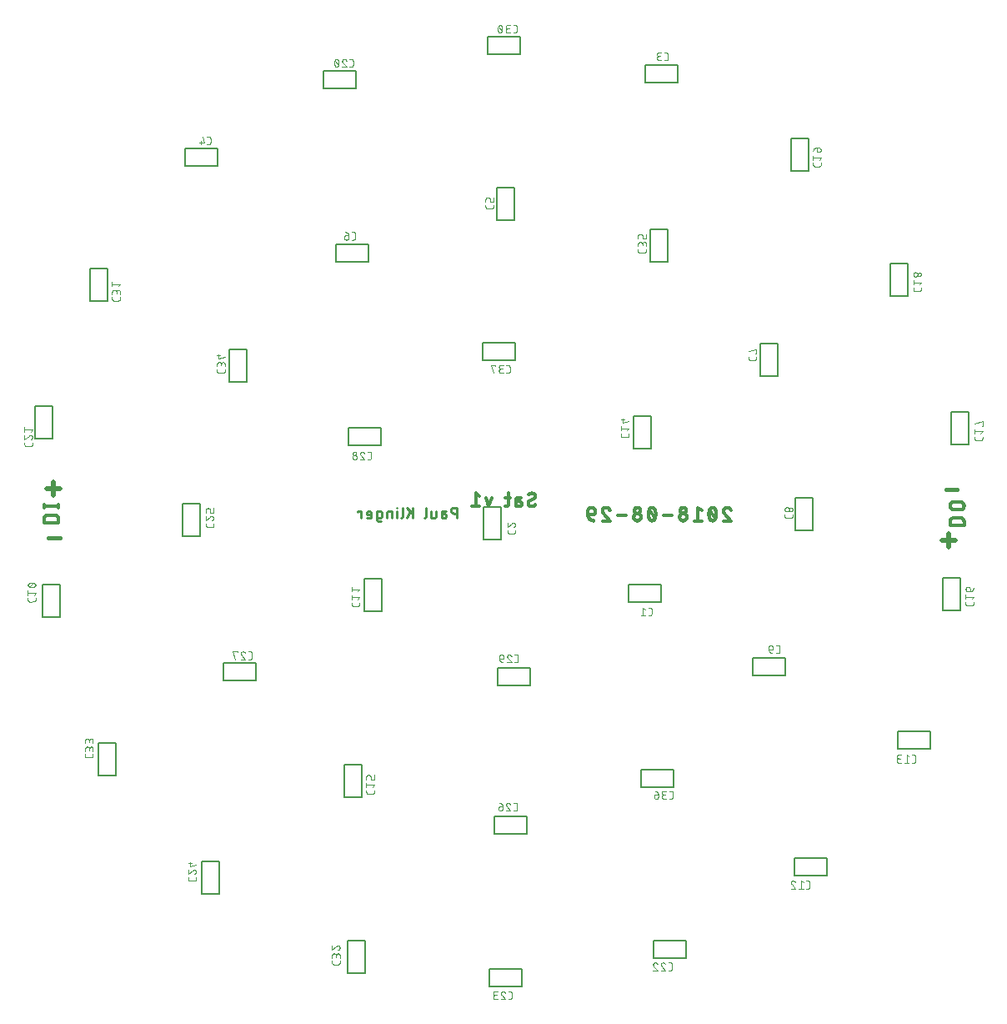
<source format=gbo>
G04 EAGLE Gerber RS-274X export*
G75*
%MOMM*%
%FSLAX34Y34*%
%LPD*%
%INBottom Silkscreen*%
%IPPOS*%
%AMOC8*
5,1,8,0,0,1.08239X$1,22.5*%
G01*
%ADD10C,0.228600*%
%ADD11C,0.508000*%
%ADD12C,0.431800*%
%ADD13C,0.355600*%
%ADD14C,0.330200*%
%ADD15C,0.127000*%
%ADD16C,0.101600*%


D10*
X-49143Y-3857D02*
X-49143Y6557D01*
X-52036Y6557D01*
X-52143Y6555D01*
X-52250Y6549D01*
X-52356Y6539D01*
X-52462Y6525D01*
X-52568Y6508D01*
X-52672Y6486D01*
X-52776Y6461D01*
X-52879Y6431D01*
X-52981Y6398D01*
X-53081Y6362D01*
X-53180Y6321D01*
X-53277Y6277D01*
X-53373Y6229D01*
X-53467Y6178D01*
X-53559Y6124D01*
X-53649Y6066D01*
X-53736Y6004D01*
X-53822Y5940D01*
X-53905Y5873D01*
X-53985Y5802D01*
X-54063Y5728D01*
X-54138Y5652D01*
X-54210Y5573D01*
X-54279Y5492D01*
X-54345Y5407D01*
X-54408Y5321D01*
X-54467Y5232D01*
X-54523Y5141D01*
X-54576Y5048D01*
X-54626Y4954D01*
X-54672Y4857D01*
X-54714Y4759D01*
X-54752Y4659D01*
X-54787Y4558D01*
X-54819Y4456D01*
X-54846Y4352D01*
X-54869Y4248D01*
X-54889Y4143D01*
X-54905Y4037D01*
X-54917Y3931D01*
X-54925Y3824D01*
X-54929Y3717D01*
X-54929Y3611D01*
X-54925Y3504D01*
X-54917Y3397D01*
X-54905Y3291D01*
X-54889Y3185D01*
X-54869Y3080D01*
X-54846Y2976D01*
X-54819Y2872D01*
X-54787Y2770D01*
X-54752Y2669D01*
X-54714Y2569D01*
X-54672Y2471D01*
X-54626Y2374D01*
X-54576Y2280D01*
X-54523Y2187D01*
X-54467Y2096D01*
X-54408Y2007D01*
X-54345Y1921D01*
X-54279Y1836D01*
X-54210Y1755D01*
X-54138Y1676D01*
X-54063Y1600D01*
X-53985Y1526D01*
X-53905Y1455D01*
X-53822Y1388D01*
X-53736Y1324D01*
X-53649Y1262D01*
X-53559Y1204D01*
X-53467Y1150D01*
X-53373Y1099D01*
X-53277Y1051D01*
X-53180Y1007D01*
X-53081Y966D01*
X-52981Y930D01*
X-52879Y897D01*
X-52776Y867D01*
X-52672Y842D01*
X-52568Y820D01*
X-52462Y803D01*
X-52356Y789D01*
X-52250Y779D01*
X-52143Y773D01*
X-52036Y771D01*
X-49143Y771D01*
X-61663Y193D02*
X-64266Y193D01*
X-61663Y193D02*
X-61575Y191D01*
X-61487Y185D01*
X-61399Y176D01*
X-61311Y162D01*
X-61225Y145D01*
X-61139Y124D01*
X-61054Y99D01*
X-60970Y71D01*
X-60888Y39D01*
X-60807Y3D01*
X-60728Y-36D01*
X-60650Y-78D01*
X-60575Y-124D01*
X-60502Y-173D01*
X-60430Y-225D01*
X-60361Y-281D01*
X-60295Y-339D01*
X-60231Y-400D01*
X-60170Y-464D01*
X-60112Y-530D01*
X-60056Y-599D01*
X-60004Y-671D01*
X-59955Y-744D01*
X-59909Y-820D01*
X-59867Y-897D01*
X-59828Y-976D01*
X-59792Y-1057D01*
X-59760Y-1139D01*
X-59732Y-1223D01*
X-59707Y-1308D01*
X-59686Y-1394D01*
X-59669Y-1480D01*
X-59655Y-1568D01*
X-59646Y-1656D01*
X-59640Y-1744D01*
X-59638Y-1832D01*
X-59640Y-1920D01*
X-59646Y-2008D01*
X-59655Y-2096D01*
X-59669Y-2184D01*
X-59686Y-2270D01*
X-59707Y-2356D01*
X-59732Y-2441D01*
X-59760Y-2525D01*
X-59792Y-2607D01*
X-59828Y-2688D01*
X-59867Y-2767D01*
X-59909Y-2845D01*
X-59955Y-2920D01*
X-60004Y-2993D01*
X-60056Y-3065D01*
X-60112Y-3134D01*
X-60170Y-3200D01*
X-60231Y-3264D01*
X-60295Y-3325D01*
X-60361Y-3383D01*
X-60430Y-3439D01*
X-60502Y-3491D01*
X-60575Y-3540D01*
X-60651Y-3586D01*
X-60728Y-3628D01*
X-60807Y-3667D01*
X-60888Y-3703D01*
X-60970Y-3735D01*
X-61054Y-3763D01*
X-61139Y-3788D01*
X-61225Y-3809D01*
X-61311Y-3826D01*
X-61399Y-3840D01*
X-61487Y-3849D01*
X-61575Y-3855D01*
X-61663Y-3857D01*
X-64266Y-3857D01*
X-64266Y1350D01*
X-64264Y1433D01*
X-64258Y1515D01*
X-64248Y1597D01*
X-64235Y1679D01*
X-64217Y1759D01*
X-64196Y1839D01*
X-64171Y1918D01*
X-64142Y1995D01*
X-64109Y2071D01*
X-64073Y2145D01*
X-64033Y2218D01*
X-63990Y2289D01*
X-63944Y2357D01*
X-63895Y2423D01*
X-63842Y2487D01*
X-63786Y2548D01*
X-63728Y2606D01*
X-63667Y2662D01*
X-63603Y2715D01*
X-63537Y2764D01*
X-63469Y2810D01*
X-63398Y2853D01*
X-63325Y2893D01*
X-63251Y2929D01*
X-63175Y2962D01*
X-63098Y2991D01*
X-63019Y3016D01*
X-62939Y3037D01*
X-62859Y3055D01*
X-62777Y3068D01*
X-62695Y3078D01*
X-62613Y3084D01*
X-62530Y3086D01*
X-60216Y3086D01*
X-70401Y3086D02*
X-70401Y-2121D01*
X-70403Y-2204D01*
X-70409Y-2286D01*
X-70419Y-2368D01*
X-70432Y-2450D01*
X-70450Y-2530D01*
X-70471Y-2610D01*
X-70496Y-2689D01*
X-70525Y-2766D01*
X-70558Y-2842D01*
X-70594Y-2916D01*
X-70634Y-2989D01*
X-70677Y-3060D01*
X-70723Y-3128D01*
X-70772Y-3194D01*
X-70825Y-3258D01*
X-70881Y-3319D01*
X-70939Y-3377D01*
X-71000Y-3433D01*
X-71064Y-3486D01*
X-71130Y-3535D01*
X-71198Y-3581D01*
X-71269Y-3624D01*
X-71342Y-3664D01*
X-71416Y-3700D01*
X-71492Y-3733D01*
X-71569Y-3762D01*
X-71648Y-3787D01*
X-71728Y-3808D01*
X-71808Y-3826D01*
X-71890Y-3839D01*
X-71972Y-3849D01*
X-72054Y-3855D01*
X-72137Y-3857D01*
X-75030Y-3857D01*
X-75030Y3086D01*
X-80693Y6557D02*
X-80693Y-2121D01*
X-80695Y-2204D01*
X-80701Y-2286D01*
X-80711Y-2368D01*
X-80724Y-2450D01*
X-80742Y-2530D01*
X-80763Y-2610D01*
X-80788Y-2689D01*
X-80817Y-2766D01*
X-80850Y-2842D01*
X-80886Y-2916D01*
X-80926Y-2989D01*
X-80969Y-3060D01*
X-81015Y-3128D01*
X-81064Y-3194D01*
X-81117Y-3258D01*
X-81173Y-3319D01*
X-81231Y-3377D01*
X-81292Y-3433D01*
X-81356Y-3486D01*
X-81422Y-3535D01*
X-81490Y-3581D01*
X-81561Y-3624D01*
X-81634Y-3664D01*
X-81708Y-3700D01*
X-81784Y-3733D01*
X-81861Y-3762D01*
X-81940Y-3787D01*
X-82020Y-3808D01*
X-82100Y-3826D01*
X-82182Y-3839D01*
X-82264Y-3849D01*
X-82346Y-3855D01*
X-82429Y-3857D01*
X-93720Y-3857D02*
X-93720Y6557D01*
X-99505Y6557D02*
X-93720Y193D01*
X-96034Y2507D02*
X-99505Y-3857D01*
X-104315Y-2121D02*
X-104315Y6557D01*
X-104315Y-2121D02*
X-104317Y-2204D01*
X-104323Y-2286D01*
X-104333Y-2368D01*
X-104346Y-2450D01*
X-104364Y-2530D01*
X-104385Y-2610D01*
X-104410Y-2689D01*
X-104439Y-2766D01*
X-104472Y-2842D01*
X-104508Y-2916D01*
X-104548Y-2989D01*
X-104591Y-3060D01*
X-104637Y-3128D01*
X-104686Y-3194D01*
X-104739Y-3258D01*
X-104795Y-3319D01*
X-104853Y-3377D01*
X-104914Y-3433D01*
X-104978Y-3486D01*
X-105044Y-3535D01*
X-105112Y-3581D01*
X-105183Y-3624D01*
X-105256Y-3664D01*
X-105330Y-3700D01*
X-105406Y-3733D01*
X-105483Y-3762D01*
X-105562Y-3787D01*
X-105642Y-3808D01*
X-105722Y-3826D01*
X-105804Y-3839D01*
X-105886Y-3849D01*
X-105968Y-3855D01*
X-106051Y-3857D01*
X-110053Y-3857D02*
X-110053Y3086D01*
X-109764Y5978D02*
X-109764Y6557D01*
X-110343Y6557D01*
X-110343Y5978D01*
X-109764Y5978D01*
X-115359Y3086D02*
X-115359Y-3857D01*
X-115359Y3086D02*
X-118252Y3086D01*
X-118335Y3084D01*
X-118417Y3078D01*
X-118499Y3068D01*
X-118581Y3055D01*
X-118661Y3037D01*
X-118741Y3016D01*
X-118820Y2991D01*
X-118897Y2962D01*
X-118973Y2929D01*
X-119047Y2893D01*
X-119120Y2853D01*
X-119191Y2810D01*
X-119259Y2764D01*
X-119325Y2715D01*
X-119389Y2662D01*
X-119450Y2606D01*
X-119508Y2548D01*
X-119564Y2487D01*
X-119617Y2423D01*
X-119666Y2357D01*
X-119712Y2289D01*
X-119755Y2218D01*
X-119795Y2146D01*
X-119831Y2071D01*
X-119864Y1995D01*
X-119893Y1918D01*
X-119918Y1839D01*
X-119939Y1759D01*
X-119957Y1679D01*
X-119970Y1597D01*
X-119980Y1515D01*
X-119986Y1433D01*
X-119988Y1350D01*
X-119988Y-3857D01*
X-127286Y-3857D02*
X-130179Y-3857D01*
X-127286Y-3857D02*
X-127203Y-3855D01*
X-127121Y-3849D01*
X-127039Y-3839D01*
X-126957Y-3826D01*
X-126877Y-3808D01*
X-126797Y-3787D01*
X-126718Y-3762D01*
X-126641Y-3733D01*
X-126565Y-3700D01*
X-126491Y-3664D01*
X-126418Y-3624D01*
X-126347Y-3581D01*
X-126279Y-3535D01*
X-126213Y-3486D01*
X-126149Y-3433D01*
X-126088Y-3377D01*
X-126030Y-3319D01*
X-125974Y-3258D01*
X-125921Y-3194D01*
X-125872Y-3128D01*
X-125826Y-3060D01*
X-125783Y-2989D01*
X-125743Y-2917D01*
X-125707Y-2842D01*
X-125674Y-2766D01*
X-125645Y-2689D01*
X-125620Y-2610D01*
X-125599Y-2530D01*
X-125581Y-2450D01*
X-125568Y-2368D01*
X-125558Y-2286D01*
X-125552Y-2204D01*
X-125550Y-2121D01*
X-125551Y-2121D02*
X-125551Y1350D01*
X-125550Y1350D02*
X-125552Y1433D01*
X-125558Y1515D01*
X-125568Y1597D01*
X-125581Y1679D01*
X-125599Y1759D01*
X-125620Y1839D01*
X-125645Y1918D01*
X-125674Y1995D01*
X-125707Y2071D01*
X-125743Y2145D01*
X-125783Y2218D01*
X-125826Y2289D01*
X-125872Y2357D01*
X-125921Y2423D01*
X-125974Y2487D01*
X-126030Y2548D01*
X-126088Y2606D01*
X-126149Y2662D01*
X-126213Y2715D01*
X-126279Y2764D01*
X-126347Y2810D01*
X-126418Y2853D01*
X-126491Y2893D01*
X-126565Y2929D01*
X-126641Y2962D01*
X-126718Y2991D01*
X-126797Y3016D01*
X-126877Y3037D01*
X-126957Y3055D01*
X-127039Y3068D01*
X-127121Y3078D01*
X-127203Y3084D01*
X-127286Y3086D01*
X-130179Y3086D01*
X-130179Y-5593D01*
X-130177Y-5676D01*
X-130171Y-5758D01*
X-130161Y-5840D01*
X-130148Y-5922D01*
X-130130Y-6002D01*
X-130109Y-6082D01*
X-130084Y-6161D01*
X-130055Y-6238D01*
X-130022Y-6314D01*
X-129986Y-6388D01*
X-129946Y-6461D01*
X-129903Y-6532D01*
X-129857Y-6600D01*
X-129808Y-6666D01*
X-129755Y-6730D01*
X-129699Y-6791D01*
X-129641Y-6849D01*
X-129580Y-6905D01*
X-129516Y-6958D01*
X-129450Y-7007D01*
X-129382Y-7053D01*
X-129311Y-7096D01*
X-129238Y-7136D01*
X-129164Y-7172D01*
X-129088Y-7205D01*
X-129011Y-7234D01*
X-128932Y-7259D01*
X-128852Y-7280D01*
X-128772Y-7298D01*
X-128690Y-7311D01*
X-128608Y-7321D01*
X-128526Y-7327D01*
X-128443Y-7329D01*
X-128443Y-7328D02*
X-126129Y-7328D01*
X-137669Y-3857D02*
X-140562Y-3857D01*
X-137669Y-3857D02*
X-137586Y-3855D01*
X-137504Y-3849D01*
X-137422Y-3839D01*
X-137340Y-3826D01*
X-137260Y-3808D01*
X-137180Y-3787D01*
X-137101Y-3762D01*
X-137024Y-3733D01*
X-136948Y-3700D01*
X-136874Y-3664D01*
X-136801Y-3624D01*
X-136730Y-3581D01*
X-136662Y-3535D01*
X-136596Y-3486D01*
X-136532Y-3433D01*
X-136471Y-3377D01*
X-136413Y-3319D01*
X-136357Y-3258D01*
X-136304Y-3194D01*
X-136255Y-3128D01*
X-136209Y-3060D01*
X-136166Y-2989D01*
X-136126Y-2917D01*
X-136090Y-2842D01*
X-136057Y-2766D01*
X-136028Y-2689D01*
X-136003Y-2610D01*
X-135982Y-2530D01*
X-135964Y-2450D01*
X-135951Y-2368D01*
X-135941Y-2286D01*
X-135935Y-2204D01*
X-135933Y-2121D01*
X-135933Y771D01*
X-135935Y865D01*
X-135941Y960D01*
X-135950Y1054D01*
X-135964Y1147D01*
X-135981Y1240D01*
X-136002Y1332D01*
X-136027Y1423D01*
X-136055Y1513D01*
X-136087Y1602D01*
X-136123Y1689D01*
X-136162Y1775D01*
X-136205Y1859D01*
X-136251Y1942D01*
X-136300Y2022D01*
X-136353Y2100D01*
X-136409Y2177D01*
X-136468Y2250D01*
X-136529Y2322D01*
X-136594Y2390D01*
X-136662Y2457D01*
X-136732Y2520D01*
X-136804Y2580D01*
X-136879Y2638D01*
X-136957Y2692D01*
X-137036Y2743D01*
X-137117Y2791D01*
X-137201Y2835D01*
X-137286Y2876D01*
X-137372Y2913D01*
X-137460Y2947D01*
X-137550Y2978D01*
X-137640Y3004D01*
X-137732Y3027D01*
X-137825Y3046D01*
X-137918Y3061D01*
X-138011Y3073D01*
X-138105Y3081D01*
X-138200Y3085D01*
X-138294Y3085D01*
X-138389Y3081D01*
X-138483Y3073D01*
X-138576Y3061D01*
X-138669Y3046D01*
X-138762Y3027D01*
X-138854Y3004D01*
X-138944Y2978D01*
X-139034Y2947D01*
X-139122Y2913D01*
X-139208Y2876D01*
X-139293Y2835D01*
X-139377Y2791D01*
X-139458Y2743D01*
X-139537Y2692D01*
X-139615Y2638D01*
X-139690Y2580D01*
X-139762Y2520D01*
X-139832Y2457D01*
X-139900Y2390D01*
X-139965Y2322D01*
X-140026Y2250D01*
X-140085Y2177D01*
X-140141Y2100D01*
X-140194Y2022D01*
X-140243Y1942D01*
X-140289Y1859D01*
X-140332Y1775D01*
X-140371Y1689D01*
X-140407Y1602D01*
X-140439Y1513D01*
X-140467Y1423D01*
X-140492Y1332D01*
X-140513Y1240D01*
X-140530Y1147D01*
X-140544Y1054D01*
X-140553Y960D01*
X-140559Y865D01*
X-140561Y771D01*
X-140562Y771D02*
X-140562Y-386D01*
X-135933Y-386D01*
X-146328Y-3857D02*
X-146328Y3086D01*
X-149799Y3086D01*
X-149799Y1929D01*
D11*
X-452040Y25942D02*
X-465587Y25942D01*
X-458813Y19169D02*
X-458813Y32716D01*
X443913Y-27058D02*
X457460Y-27058D01*
X450687Y-33831D02*
X450687Y-20284D01*
D12*
X447657Y24975D02*
X459341Y24975D01*
X-452159Y-24525D02*
X-463843Y-24525D01*
D13*
X-468002Y-8836D02*
X-453778Y-8836D01*
X-453778Y-4884D01*
X-453780Y-4760D01*
X-453786Y-4636D01*
X-453796Y-4512D01*
X-453809Y-4389D01*
X-453827Y-4266D01*
X-453848Y-4144D01*
X-453873Y-4022D01*
X-453902Y-3901D01*
X-453935Y-3782D01*
X-453971Y-3663D01*
X-454012Y-3546D01*
X-454055Y-3430D01*
X-454103Y-3315D01*
X-454154Y-3202D01*
X-454209Y-3090D01*
X-454267Y-2981D01*
X-454328Y-2873D01*
X-454393Y-2767D01*
X-454461Y-2663D01*
X-454533Y-2562D01*
X-454607Y-2462D01*
X-454685Y-2366D01*
X-454765Y-2271D01*
X-454849Y-2179D01*
X-454935Y-2090D01*
X-455024Y-2004D01*
X-455116Y-1920D01*
X-455211Y-1840D01*
X-455307Y-1762D01*
X-455407Y-1688D01*
X-455508Y-1616D01*
X-455612Y-1548D01*
X-455718Y-1483D01*
X-455826Y-1422D01*
X-455935Y-1364D01*
X-456047Y-1309D01*
X-456160Y-1258D01*
X-456275Y-1210D01*
X-456391Y-1167D01*
X-456508Y-1126D01*
X-456627Y-1090D01*
X-456746Y-1057D01*
X-456867Y-1028D01*
X-456989Y-1003D01*
X-457111Y-982D01*
X-457234Y-964D01*
X-457357Y-951D01*
X-457481Y-941D01*
X-457605Y-935D01*
X-457729Y-933D01*
X-464051Y-933D01*
X-464175Y-935D01*
X-464299Y-941D01*
X-464423Y-951D01*
X-464546Y-964D01*
X-464669Y-982D01*
X-464791Y-1003D01*
X-464913Y-1028D01*
X-465034Y-1057D01*
X-465153Y-1090D01*
X-465272Y-1126D01*
X-465389Y-1167D01*
X-465505Y-1210D01*
X-465620Y-1258D01*
X-465733Y-1309D01*
X-465845Y-1364D01*
X-465954Y-1422D01*
X-466062Y-1483D01*
X-466168Y-1548D01*
X-466272Y-1616D01*
X-466373Y-1688D01*
X-466473Y-1762D01*
X-466569Y-1840D01*
X-466664Y-1920D01*
X-466756Y-2004D01*
X-466845Y-2090D01*
X-466931Y-2179D01*
X-467015Y-2271D01*
X-467095Y-2366D01*
X-467173Y-2462D01*
X-467247Y-2562D01*
X-467319Y-2663D01*
X-467387Y-2767D01*
X-467452Y-2873D01*
X-467513Y-2981D01*
X-467571Y-3090D01*
X-467626Y-3202D01*
X-467677Y-3315D01*
X-467725Y-3430D01*
X-467768Y-3546D01*
X-467809Y-3663D01*
X-467845Y-3782D01*
X-467878Y-3901D01*
X-467907Y-4022D01*
X-467932Y-4144D01*
X-467953Y-4266D01*
X-467971Y-4389D01*
X-467984Y-4512D01*
X-467994Y-4636D01*
X-468000Y-4760D01*
X-468002Y-4884D01*
X-468002Y-8836D01*
X-468002Y8142D02*
X-453778Y8142D01*
X-468002Y6561D02*
X-468002Y9722D01*
X-453778Y9722D02*
X-453778Y6561D01*
X451998Y-11833D02*
X466222Y-11833D01*
X466222Y-7881D01*
X466220Y-7757D01*
X466214Y-7633D01*
X466204Y-7509D01*
X466191Y-7386D01*
X466173Y-7263D01*
X466152Y-7141D01*
X466127Y-7019D01*
X466098Y-6898D01*
X466065Y-6779D01*
X466029Y-6660D01*
X465988Y-6543D01*
X465945Y-6427D01*
X465897Y-6312D01*
X465846Y-6199D01*
X465791Y-6087D01*
X465733Y-5978D01*
X465672Y-5870D01*
X465607Y-5764D01*
X465539Y-5660D01*
X465467Y-5559D01*
X465393Y-5459D01*
X465315Y-5363D01*
X465235Y-5268D01*
X465151Y-5176D01*
X465065Y-5087D01*
X464976Y-5001D01*
X464884Y-4917D01*
X464789Y-4837D01*
X464693Y-4759D01*
X464593Y-4685D01*
X464492Y-4613D01*
X464388Y-4545D01*
X464282Y-4480D01*
X464174Y-4419D01*
X464065Y-4361D01*
X463953Y-4306D01*
X463840Y-4255D01*
X463725Y-4207D01*
X463609Y-4164D01*
X463492Y-4123D01*
X463373Y-4087D01*
X463254Y-4054D01*
X463133Y-4025D01*
X463011Y-4000D01*
X462889Y-3979D01*
X462766Y-3961D01*
X462643Y-3948D01*
X462519Y-3938D01*
X462395Y-3932D01*
X462271Y-3930D01*
X455949Y-3930D01*
X455825Y-3932D01*
X455701Y-3938D01*
X455577Y-3948D01*
X455454Y-3961D01*
X455331Y-3979D01*
X455209Y-4000D01*
X455087Y-4025D01*
X454966Y-4054D01*
X454847Y-4087D01*
X454728Y-4123D01*
X454611Y-4164D01*
X454495Y-4207D01*
X454380Y-4255D01*
X454267Y-4306D01*
X454155Y-4361D01*
X454046Y-4419D01*
X453938Y-4480D01*
X453832Y-4545D01*
X453728Y-4613D01*
X453627Y-4685D01*
X453527Y-4759D01*
X453431Y-4837D01*
X453336Y-4917D01*
X453244Y-5001D01*
X453155Y-5087D01*
X453069Y-5176D01*
X452985Y-5268D01*
X452905Y-5363D01*
X452827Y-5459D01*
X452753Y-5559D01*
X452681Y-5660D01*
X452613Y-5764D01*
X452548Y-5870D01*
X452487Y-5978D01*
X452429Y-6087D01*
X452374Y-6199D01*
X452323Y-6312D01*
X452275Y-6427D01*
X452232Y-6543D01*
X452191Y-6660D01*
X452155Y-6779D01*
X452122Y-6898D01*
X452093Y-7019D01*
X452068Y-7141D01*
X452047Y-7263D01*
X452029Y-7386D01*
X452016Y-7509D01*
X452006Y-7633D01*
X452000Y-7757D01*
X451998Y-7881D01*
X451998Y-11833D01*
X455949Y4320D02*
X462271Y4320D01*
X462395Y4322D01*
X462519Y4328D01*
X462643Y4338D01*
X462766Y4351D01*
X462889Y4369D01*
X463011Y4390D01*
X463133Y4415D01*
X463254Y4444D01*
X463373Y4477D01*
X463492Y4513D01*
X463609Y4554D01*
X463725Y4597D01*
X463840Y4645D01*
X463953Y4696D01*
X464065Y4751D01*
X464174Y4809D01*
X464282Y4870D01*
X464388Y4935D01*
X464492Y5003D01*
X464593Y5075D01*
X464693Y5149D01*
X464789Y5227D01*
X464884Y5307D01*
X464976Y5391D01*
X465065Y5477D01*
X465151Y5566D01*
X465235Y5658D01*
X465315Y5753D01*
X465393Y5849D01*
X465467Y5949D01*
X465539Y6050D01*
X465607Y6154D01*
X465672Y6260D01*
X465733Y6368D01*
X465791Y6477D01*
X465846Y6589D01*
X465897Y6702D01*
X465945Y6817D01*
X465988Y6933D01*
X466029Y7050D01*
X466065Y7169D01*
X466098Y7288D01*
X466127Y7409D01*
X466152Y7531D01*
X466173Y7653D01*
X466191Y7776D01*
X466204Y7899D01*
X466214Y8023D01*
X466220Y8147D01*
X466222Y8271D01*
X466220Y8395D01*
X466214Y8519D01*
X466204Y8643D01*
X466191Y8766D01*
X466173Y8889D01*
X466152Y9011D01*
X466127Y9133D01*
X466098Y9254D01*
X466065Y9373D01*
X466029Y9492D01*
X465988Y9609D01*
X465945Y9725D01*
X465897Y9840D01*
X465846Y9953D01*
X465791Y10065D01*
X465733Y10174D01*
X465672Y10282D01*
X465607Y10388D01*
X465539Y10492D01*
X465467Y10593D01*
X465393Y10693D01*
X465315Y10789D01*
X465235Y10884D01*
X465151Y10976D01*
X465065Y11065D01*
X464976Y11151D01*
X464884Y11235D01*
X464789Y11315D01*
X464693Y11393D01*
X464593Y11467D01*
X464492Y11539D01*
X464388Y11607D01*
X464282Y11672D01*
X464174Y11733D01*
X464065Y11791D01*
X463953Y11846D01*
X463840Y11897D01*
X463725Y11945D01*
X463609Y11988D01*
X463492Y12029D01*
X463373Y12065D01*
X463254Y12098D01*
X463133Y12127D01*
X463011Y12152D01*
X462889Y12173D01*
X462766Y12191D01*
X462643Y12204D01*
X462519Y12214D01*
X462395Y12220D01*
X462271Y12222D01*
X455949Y12222D01*
X455825Y12220D01*
X455701Y12214D01*
X455577Y12204D01*
X455454Y12191D01*
X455331Y12173D01*
X455209Y12152D01*
X455087Y12127D01*
X454966Y12098D01*
X454847Y12065D01*
X454728Y12029D01*
X454611Y11988D01*
X454495Y11945D01*
X454380Y11897D01*
X454267Y11846D01*
X454155Y11791D01*
X454046Y11733D01*
X453938Y11672D01*
X453832Y11607D01*
X453728Y11539D01*
X453627Y11467D01*
X453527Y11393D01*
X453431Y11315D01*
X453336Y11235D01*
X453244Y11151D01*
X453155Y11065D01*
X453069Y10976D01*
X452985Y10884D01*
X452905Y10789D01*
X452827Y10693D01*
X452753Y10593D01*
X452681Y10492D01*
X452613Y10388D01*
X452548Y10282D01*
X452487Y10174D01*
X452429Y10065D01*
X452374Y9953D01*
X452323Y9840D01*
X452275Y9725D01*
X452232Y9609D01*
X452191Y9492D01*
X452155Y9373D01*
X452122Y9254D01*
X452093Y9133D01*
X452068Y9011D01*
X452047Y8889D01*
X452029Y8766D01*
X452016Y8643D01*
X452006Y8519D01*
X452000Y8395D01*
X451998Y8271D01*
X452000Y8147D01*
X452006Y8023D01*
X452016Y7899D01*
X452029Y7776D01*
X452047Y7653D01*
X452068Y7531D01*
X452093Y7409D01*
X452122Y7288D01*
X452155Y7169D01*
X452191Y7050D01*
X452232Y6933D01*
X452275Y6817D01*
X452323Y6702D01*
X452374Y6589D01*
X452429Y6477D01*
X452487Y6368D01*
X452548Y6260D01*
X452613Y6154D01*
X452681Y6050D01*
X452753Y5949D01*
X452827Y5849D01*
X452905Y5753D01*
X452985Y5658D01*
X453069Y5566D01*
X453155Y5477D01*
X453244Y5391D01*
X453336Y5307D01*
X453431Y5227D01*
X453527Y5149D01*
X453627Y5075D01*
X453728Y5003D01*
X453832Y4935D01*
X453938Y4870D01*
X454046Y4809D01*
X454155Y4751D01*
X454267Y4696D01*
X454380Y4645D01*
X454495Y4597D01*
X454611Y4554D01*
X454728Y4513D01*
X454847Y4477D01*
X454966Y4444D01*
X455087Y4415D01*
X455209Y4390D01*
X455331Y4369D01*
X455454Y4351D01*
X455577Y4338D01*
X455701Y4328D01*
X455825Y4322D01*
X455949Y4320D01*
D14*
X225236Y6614D02*
X225121Y6612D01*
X225006Y6606D01*
X224892Y6596D01*
X224778Y6583D01*
X224664Y6565D01*
X224551Y6544D01*
X224439Y6518D01*
X224328Y6489D01*
X224218Y6456D01*
X224109Y6420D01*
X224001Y6379D01*
X223895Y6335D01*
X223790Y6288D01*
X223687Y6237D01*
X223586Y6182D01*
X223487Y6124D01*
X223390Y6063D01*
X223295Y5998D01*
X223202Y5930D01*
X223112Y5859D01*
X223024Y5785D01*
X222939Y5708D01*
X222856Y5628D01*
X222776Y5545D01*
X222699Y5460D01*
X222625Y5372D01*
X222554Y5282D01*
X222486Y5189D01*
X222421Y5094D01*
X222360Y4997D01*
X222302Y4898D01*
X222247Y4797D01*
X222196Y4694D01*
X222149Y4589D01*
X222105Y4483D01*
X222064Y4375D01*
X222028Y4266D01*
X221995Y4156D01*
X221966Y4045D01*
X221940Y3933D01*
X221919Y3820D01*
X221901Y3706D01*
X221888Y3592D01*
X221878Y3478D01*
X221872Y3363D01*
X221870Y3248D01*
X225236Y6613D02*
X225365Y6611D01*
X225495Y6605D01*
X225624Y6596D01*
X225753Y6582D01*
X225881Y6565D01*
X226009Y6543D01*
X226136Y6518D01*
X226262Y6490D01*
X226387Y6457D01*
X226511Y6421D01*
X226635Y6381D01*
X226756Y6337D01*
X226877Y6290D01*
X226996Y6239D01*
X227113Y6184D01*
X227229Y6126D01*
X227343Y6065D01*
X227455Y6000D01*
X227565Y5932D01*
X227673Y5861D01*
X227779Y5786D01*
X227883Y5708D01*
X227984Y5627D01*
X228083Y5544D01*
X228179Y5457D01*
X228272Y5368D01*
X228363Y5275D01*
X228451Y5180D01*
X228536Y5083D01*
X228618Y4983D01*
X228698Y4880D01*
X228774Y4775D01*
X228846Y4668D01*
X228916Y4559D01*
X228982Y4448D01*
X229045Y4335D01*
X229105Y4220D01*
X229161Y4103D01*
X229214Y3985D01*
X229263Y3865D01*
X229308Y3744D01*
X229350Y3621D01*
X222992Y630D02*
X222908Y712D01*
X222828Y797D01*
X222750Y884D01*
X222675Y974D01*
X222602Y1066D01*
X222533Y1161D01*
X222467Y1258D01*
X222404Y1356D01*
X222345Y1457D01*
X222288Y1560D01*
X222235Y1664D01*
X222186Y1770D01*
X222140Y1878D01*
X222097Y1987D01*
X222058Y2097D01*
X222023Y2209D01*
X221991Y2322D01*
X221963Y2435D01*
X221938Y2550D01*
X221917Y2665D01*
X221900Y2781D01*
X221887Y2897D01*
X221878Y3014D01*
X221872Y3131D01*
X221870Y3248D01*
X222992Y630D02*
X229349Y-6849D01*
X221870Y-6849D01*
X214484Y-118D02*
X214481Y147D01*
X214471Y411D01*
X214456Y676D01*
X214433Y940D01*
X214405Y1203D01*
X214370Y1466D01*
X214329Y1727D01*
X214282Y1988D01*
X214229Y2247D01*
X214169Y2505D01*
X214104Y2762D01*
X214032Y3017D01*
X213954Y3270D01*
X213870Y3521D01*
X213780Y3770D01*
X213684Y4017D01*
X213583Y4262D01*
X213475Y4504D01*
X213362Y4743D01*
X213361Y4743D02*
X213326Y4841D01*
X213287Y4937D01*
X213244Y5032D01*
X213197Y5125D01*
X213148Y5217D01*
X213094Y5306D01*
X213038Y5393D01*
X212978Y5478D01*
X212915Y5561D01*
X212849Y5642D01*
X212780Y5719D01*
X212708Y5795D01*
X212634Y5867D01*
X212556Y5937D01*
X212477Y6003D01*
X212394Y6067D01*
X212310Y6127D01*
X212223Y6185D01*
X212134Y6239D01*
X212043Y6289D01*
X211950Y6336D01*
X211856Y6380D01*
X211760Y6420D01*
X211662Y6456D01*
X211564Y6489D01*
X211464Y6518D01*
X211363Y6543D01*
X211261Y6564D01*
X211158Y6582D01*
X211055Y6595D01*
X210952Y6605D01*
X210848Y6611D01*
X210744Y6613D01*
X210640Y6611D01*
X210536Y6605D01*
X210433Y6595D01*
X210330Y6582D01*
X210227Y6564D01*
X210125Y6543D01*
X210024Y6518D01*
X209924Y6489D01*
X209826Y6456D01*
X209728Y6420D01*
X209632Y6380D01*
X209538Y6336D01*
X209445Y6289D01*
X209354Y6239D01*
X209265Y6185D01*
X209178Y6127D01*
X209094Y6067D01*
X209011Y6003D01*
X208932Y5937D01*
X208854Y5867D01*
X208780Y5795D01*
X208708Y5719D01*
X208639Y5642D01*
X208573Y5561D01*
X208510Y5478D01*
X208450Y5393D01*
X208394Y5306D01*
X208340Y5217D01*
X208291Y5125D01*
X208244Y5032D01*
X208201Y4937D01*
X208162Y4841D01*
X208127Y4743D01*
X208014Y4504D01*
X207906Y4262D01*
X207805Y4017D01*
X207709Y3770D01*
X207619Y3521D01*
X207535Y3270D01*
X207457Y3017D01*
X207385Y2762D01*
X207320Y2505D01*
X207260Y2247D01*
X207207Y1988D01*
X207160Y1727D01*
X207119Y1466D01*
X207084Y1203D01*
X207056Y940D01*
X207033Y676D01*
X207018Y411D01*
X207008Y147D01*
X207005Y-118D01*
X214483Y-118D02*
X214480Y-383D01*
X214470Y-647D01*
X214455Y-912D01*
X214432Y-1176D01*
X214404Y-1439D01*
X214369Y-1702D01*
X214328Y-1963D01*
X214281Y-2224D01*
X214228Y-2483D01*
X214168Y-2741D01*
X214103Y-2998D01*
X214031Y-3253D01*
X213953Y-3506D01*
X213869Y-3757D01*
X213779Y-4006D01*
X213683Y-4253D01*
X213582Y-4498D01*
X213474Y-4740D01*
X213361Y-4979D01*
X213326Y-5077D01*
X213287Y-5173D01*
X213244Y-5268D01*
X213197Y-5361D01*
X213148Y-5453D01*
X213094Y-5542D01*
X213038Y-5629D01*
X212978Y-5714D01*
X212915Y-5797D01*
X212849Y-5878D01*
X212780Y-5956D01*
X212708Y-6031D01*
X212634Y-6103D01*
X212556Y-6173D01*
X212477Y-6239D01*
X212394Y-6303D01*
X212310Y-6363D01*
X212223Y-6421D01*
X212134Y-6475D01*
X212043Y-6525D01*
X211950Y-6572D01*
X211856Y-6616D01*
X211760Y-6656D01*
X211662Y-6692D01*
X211564Y-6725D01*
X211464Y-6754D01*
X211363Y-6779D01*
X211261Y-6800D01*
X211158Y-6818D01*
X211055Y-6831D01*
X210952Y-6841D01*
X210848Y-6847D01*
X210744Y-6849D01*
X208126Y-4979D02*
X208013Y-4740D01*
X207905Y-4498D01*
X207804Y-4253D01*
X207708Y-4006D01*
X207618Y-3757D01*
X207534Y-3506D01*
X207456Y-3253D01*
X207384Y-2998D01*
X207319Y-2741D01*
X207259Y-2483D01*
X207206Y-2224D01*
X207159Y-1963D01*
X207118Y-1702D01*
X207083Y-1439D01*
X207055Y-1176D01*
X207032Y-912D01*
X207017Y-648D01*
X207007Y-383D01*
X207004Y-118D01*
X208127Y-4979D02*
X208162Y-5077D01*
X208201Y-5174D01*
X208244Y-5268D01*
X208291Y-5361D01*
X208340Y-5453D01*
X208394Y-5542D01*
X208450Y-5629D01*
X208510Y-5714D01*
X208573Y-5797D01*
X208639Y-5878D01*
X208708Y-5956D01*
X208780Y-6031D01*
X208854Y-6103D01*
X208932Y-6173D01*
X209011Y-6239D01*
X209094Y-6303D01*
X209178Y-6363D01*
X209265Y-6421D01*
X209354Y-6475D01*
X209445Y-6525D01*
X209538Y-6572D01*
X209632Y-6616D01*
X209728Y-6656D01*
X209826Y-6692D01*
X209924Y-6725D01*
X210024Y-6754D01*
X210125Y-6779D01*
X210227Y-6800D01*
X210330Y-6818D01*
X210433Y-6831D01*
X210536Y-6841D01*
X210640Y-6847D01*
X210744Y-6849D01*
X213735Y-3857D02*
X207752Y3621D01*
X199618Y3621D02*
X195878Y6613D01*
X195878Y-6849D01*
X192139Y-6849D02*
X199618Y-6849D01*
X184751Y-3110D02*
X184749Y-2989D01*
X184743Y-2868D01*
X184733Y-2747D01*
X184720Y-2627D01*
X184702Y-2507D01*
X184681Y-2388D01*
X184655Y-2270D01*
X184626Y-2152D01*
X184593Y-2035D01*
X184557Y-1920D01*
X184516Y-1806D01*
X184472Y-1693D01*
X184424Y-1582D01*
X184373Y-1472D01*
X184318Y-1364D01*
X184260Y-1258D01*
X184198Y-1154D01*
X184133Y-1052D01*
X184065Y-952D01*
X183994Y-854D01*
X183919Y-759D01*
X183841Y-666D01*
X183761Y-575D01*
X183677Y-488D01*
X183591Y-403D01*
X183502Y-321D01*
X183410Y-241D01*
X183316Y-165D01*
X183220Y-92D01*
X183121Y-22D01*
X183020Y44D01*
X182916Y108D01*
X182811Y168D01*
X182704Y224D01*
X182595Y277D01*
X182485Y327D01*
X182373Y373D01*
X182259Y415D01*
X182144Y453D01*
X182028Y488D01*
X181911Y519D01*
X181793Y546D01*
X181675Y570D01*
X181555Y589D01*
X181435Y605D01*
X181314Y617D01*
X181194Y625D01*
X181073Y629D01*
X180951Y629D01*
X180830Y625D01*
X180710Y617D01*
X180589Y605D01*
X180469Y589D01*
X180349Y570D01*
X180231Y546D01*
X180113Y519D01*
X179996Y488D01*
X179880Y453D01*
X179765Y415D01*
X179651Y373D01*
X179539Y327D01*
X179429Y277D01*
X179320Y224D01*
X179213Y168D01*
X179108Y108D01*
X179004Y44D01*
X178903Y-22D01*
X178804Y-92D01*
X178708Y-165D01*
X178614Y-241D01*
X178522Y-321D01*
X178433Y-403D01*
X178347Y-488D01*
X178263Y-575D01*
X178183Y-666D01*
X178105Y-759D01*
X178030Y-854D01*
X177959Y-952D01*
X177891Y-1052D01*
X177826Y-1154D01*
X177764Y-1258D01*
X177706Y-1364D01*
X177651Y-1472D01*
X177600Y-1582D01*
X177552Y-1693D01*
X177508Y-1806D01*
X177467Y-1920D01*
X177431Y-2035D01*
X177398Y-2152D01*
X177369Y-2270D01*
X177343Y-2388D01*
X177322Y-2507D01*
X177304Y-2627D01*
X177291Y-2747D01*
X177281Y-2868D01*
X177275Y-2989D01*
X177273Y-3110D01*
X177275Y-3231D01*
X177281Y-3352D01*
X177291Y-3473D01*
X177304Y-3593D01*
X177322Y-3713D01*
X177343Y-3832D01*
X177369Y-3950D01*
X177398Y-4068D01*
X177431Y-4185D01*
X177467Y-4300D01*
X177508Y-4414D01*
X177552Y-4527D01*
X177600Y-4638D01*
X177651Y-4748D01*
X177706Y-4856D01*
X177764Y-4962D01*
X177826Y-5066D01*
X177891Y-5168D01*
X177959Y-5268D01*
X178030Y-5366D01*
X178105Y-5461D01*
X178183Y-5554D01*
X178263Y-5645D01*
X178347Y-5732D01*
X178433Y-5817D01*
X178522Y-5899D01*
X178614Y-5979D01*
X178708Y-6055D01*
X178804Y-6128D01*
X178903Y-6198D01*
X179004Y-6264D01*
X179108Y-6328D01*
X179213Y-6388D01*
X179320Y-6444D01*
X179429Y-6497D01*
X179539Y-6547D01*
X179651Y-6593D01*
X179765Y-6635D01*
X179880Y-6673D01*
X179996Y-6708D01*
X180113Y-6739D01*
X180231Y-6766D01*
X180349Y-6790D01*
X180469Y-6809D01*
X180589Y-6825D01*
X180710Y-6837D01*
X180830Y-6845D01*
X180951Y-6849D01*
X181073Y-6849D01*
X181194Y-6845D01*
X181314Y-6837D01*
X181435Y-6825D01*
X181555Y-6809D01*
X181675Y-6790D01*
X181793Y-6766D01*
X181911Y-6739D01*
X182028Y-6708D01*
X182144Y-6673D01*
X182259Y-6635D01*
X182373Y-6593D01*
X182485Y-6547D01*
X182595Y-6497D01*
X182704Y-6444D01*
X182811Y-6388D01*
X182916Y-6328D01*
X183020Y-6264D01*
X183121Y-6198D01*
X183220Y-6128D01*
X183316Y-6055D01*
X183410Y-5979D01*
X183502Y-5899D01*
X183591Y-5817D01*
X183677Y-5732D01*
X183761Y-5645D01*
X183841Y-5554D01*
X183919Y-5461D01*
X183994Y-5366D01*
X184065Y-5268D01*
X184133Y-5168D01*
X184198Y-5066D01*
X184260Y-4962D01*
X184318Y-4856D01*
X184373Y-4748D01*
X184424Y-4638D01*
X184472Y-4527D01*
X184516Y-4414D01*
X184557Y-4300D01*
X184593Y-4185D01*
X184626Y-4068D01*
X184655Y-3950D01*
X184681Y-3832D01*
X184702Y-3713D01*
X184720Y-3593D01*
X184733Y-3473D01*
X184743Y-3352D01*
X184749Y-3231D01*
X184751Y-3110D01*
X184004Y3621D02*
X184002Y3729D01*
X183996Y3837D01*
X183986Y3944D01*
X183973Y4052D01*
X183955Y4158D01*
X183934Y4264D01*
X183909Y4369D01*
X183880Y4473D01*
X183847Y4576D01*
X183811Y4678D01*
X183771Y4778D01*
X183727Y4877D01*
X183680Y4975D01*
X183630Y5070D01*
X183576Y5164D01*
X183518Y5255D01*
X183458Y5345D01*
X183394Y5432D01*
X183327Y5516D01*
X183257Y5599D01*
X183184Y5679D01*
X183108Y5756D01*
X183030Y5830D01*
X182949Y5901D01*
X182865Y5970D01*
X182779Y6035D01*
X182691Y6097D01*
X182601Y6156D01*
X182508Y6212D01*
X182413Y6264D01*
X182317Y6313D01*
X182219Y6359D01*
X182119Y6400D01*
X182018Y6439D01*
X181916Y6473D01*
X181812Y6504D01*
X181708Y6531D01*
X181602Y6554D01*
X181496Y6574D01*
X181389Y6589D01*
X181282Y6601D01*
X181174Y6609D01*
X181066Y6613D01*
X180958Y6613D01*
X180850Y6609D01*
X180742Y6601D01*
X180635Y6589D01*
X180528Y6574D01*
X180422Y6554D01*
X180316Y6531D01*
X180212Y6504D01*
X180108Y6473D01*
X180006Y6439D01*
X179905Y6400D01*
X179805Y6359D01*
X179707Y6313D01*
X179611Y6264D01*
X179516Y6212D01*
X179423Y6156D01*
X179333Y6097D01*
X179245Y6035D01*
X179159Y5970D01*
X179075Y5901D01*
X178994Y5830D01*
X178916Y5756D01*
X178840Y5679D01*
X178767Y5599D01*
X178697Y5516D01*
X178630Y5432D01*
X178566Y5345D01*
X178506Y5255D01*
X178448Y5164D01*
X178394Y5070D01*
X178344Y4975D01*
X178297Y4877D01*
X178253Y4778D01*
X178213Y4678D01*
X178177Y4576D01*
X178144Y4473D01*
X178115Y4369D01*
X178090Y4264D01*
X178069Y4158D01*
X178051Y4052D01*
X178038Y3944D01*
X178028Y3837D01*
X178022Y3729D01*
X178020Y3621D01*
X178022Y3513D01*
X178028Y3405D01*
X178038Y3298D01*
X178051Y3190D01*
X178069Y3084D01*
X178090Y2978D01*
X178115Y2873D01*
X178144Y2769D01*
X178177Y2666D01*
X178213Y2564D01*
X178253Y2464D01*
X178297Y2365D01*
X178344Y2267D01*
X178394Y2172D01*
X178448Y2078D01*
X178506Y1987D01*
X178566Y1897D01*
X178630Y1810D01*
X178697Y1726D01*
X178767Y1643D01*
X178840Y1563D01*
X178916Y1486D01*
X178994Y1412D01*
X179075Y1341D01*
X179159Y1272D01*
X179245Y1207D01*
X179333Y1145D01*
X179423Y1086D01*
X179516Y1030D01*
X179611Y978D01*
X179707Y929D01*
X179805Y883D01*
X179905Y842D01*
X180006Y803D01*
X180108Y769D01*
X180212Y738D01*
X180316Y711D01*
X180422Y688D01*
X180528Y668D01*
X180635Y653D01*
X180742Y641D01*
X180850Y633D01*
X180958Y629D01*
X181066Y629D01*
X181174Y633D01*
X181282Y641D01*
X181389Y653D01*
X181496Y668D01*
X181602Y688D01*
X181708Y711D01*
X181812Y738D01*
X181916Y769D01*
X182018Y803D01*
X182119Y842D01*
X182219Y883D01*
X182317Y929D01*
X182413Y978D01*
X182508Y1030D01*
X182601Y1086D01*
X182691Y1145D01*
X182779Y1207D01*
X182865Y1272D01*
X182949Y1341D01*
X183030Y1412D01*
X183108Y1486D01*
X183184Y1563D01*
X183257Y1643D01*
X183327Y1726D01*
X183394Y1810D01*
X183458Y1897D01*
X183518Y1987D01*
X183576Y2078D01*
X183630Y2172D01*
X183680Y2267D01*
X183727Y2365D01*
X183771Y2464D01*
X183811Y2564D01*
X183847Y2666D01*
X183880Y2769D01*
X183909Y2873D01*
X183934Y2978D01*
X183955Y3084D01*
X183973Y3190D01*
X183986Y3298D01*
X183996Y3405D01*
X184002Y3513D01*
X184004Y3621D01*
X169643Y-1614D02*
X160668Y-1614D01*
X153038Y-118D02*
X153035Y147D01*
X153025Y411D01*
X153010Y676D01*
X152987Y940D01*
X152959Y1203D01*
X152924Y1466D01*
X152883Y1727D01*
X152836Y1988D01*
X152783Y2247D01*
X152723Y2505D01*
X152658Y2762D01*
X152586Y3017D01*
X152508Y3270D01*
X152424Y3521D01*
X152334Y3770D01*
X152238Y4017D01*
X152137Y4262D01*
X152029Y4504D01*
X151916Y4743D01*
X151881Y4841D01*
X151842Y4937D01*
X151799Y5032D01*
X151752Y5125D01*
X151703Y5217D01*
X151649Y5306D01*
X151593Y5393D01*
X151533Y5478D01*
X151470Y5561D01*
X151404Y5642D01*
X151335Y5719D01*
X151263Y5795D01*
X151189Y5867D01*
X151111Y5937D01*
X151032Y6003D01*
X150949Y6067D01*
X150865Y6127D01*
X150778Y6185D01*
X150689Y6239D01*
X150598Y6289D01*
X150505Y6336D01*
X150411Y6380D01*
X150315Y6420D01*
X150217Y6456D01*
X150119Y6489D01*
X150019Y6518D01*
X149918Y6543D01*
X149816Y6564D01*
X149713Y6582D01*
X149610Y6595D01*
X149507Y6605D01*
X149403Y6611D01*
X149299Y6613D01*
X149195Y6611D01*
X149091Y6605D01*
X148988Y6595D01*
X148885Y6582D01*
X148782Y6564D01*
X148680Y6543D01*
X148579Y6518D01*
X148479Y6489D01*
X148381Y6456D01*
X148283Y6420D01*
X148187Y6380D01*
X148093Y6336D01*
X148000Y6289D01*
X147909Y6239D01*
X147820Y6185D01*
X147733Y6127D01*
X147649Y6067D01*
X147566Y6003D01*
X147487Y5937D01*
X147409Y5867D01*
X147335Y5795D01*
X147263Y5719D01*
X147194Y5642D01*
X147128Y5561D01*
X147065Y5478D01*
X147005Y5393D01*
X146949Y5306D01*
X146895Y5217D01*
X146846Y5125D01*
X146799Y5032D01*
X146756Y4937D01*
X146717Y4841D01*
X146682Y4743D01*
X146569Y4504D01*
X146461Y4262D01*
X146360Y4017D01*
X146264Y3770D01*
X146174Y3521D01*
X146090Y3270D01*
X146012Y3017D01*
X145940Y2762D01*
X145875Y2505D01*
X145815Y2247D01*
X145762Y1988D01*
X145715Y1727D01*
X145674Y1466D01*
X145639Y1203D01*
X145611Y940D01*
X145588Y676D01*
X145573Y411D01*
X145563Y147D01*
X145560Y-118D01*
X153038Y-118D02*
X153035Y-383D01*
X153025Y-647D01*
X153010Y-912D01*
X152987Y-1176D01*
X152959Y-1439D01*
X152924Y-1702D01*
X152883Y-1963D01*
X152836Y-2224D01*
X152783Y-2483D01*
X152723Y-2741D01*
X152658Y-2998D01*
X152586Y-3253D01*
X152508Y-3506D01*
X152424Y-3757D01*
X152334Y-4006D01*
X152238Y-4253D01*
X152137Y-4498D01*
X152029Y-4740D01*
X151916Y-4979D01*
X151881Y-5077D01*
X151842Y-5173D01*
X151799Y-5268D01*
X151752Y-5361D01*
X151703Y-5453D01*
X151649Y-5542D01*
X151593Y-5629D01*
X151533Y-5714D01*
X151470Y-5797D01*
X151404Y-5878D01*
X151335Y-5956D01*
X151263Y-6031D01*
X151189Y-6103D01*
X151111Y-6173D01*
X151032Y-6239D01*
X150949Y-6303D01*
X150865Y-6363D01*
X150778Y-6421D01*
X150689Y-6475D01*
X150598Y-6525D01*
X150505Y-6572D01*
X150411Y-6616D01*
X150315Y-6656D01*
X150217Y-6692D01*
X150119Y-6725D01*
X150019Y-6754D01*
X149918Y-6779D01*
X149816Y-6800D01*
X149713Y-6818D01*
X149610Y-6831D01*
X149507Y-6841D01*
X149403Y-6847D01*
X149299Y-6849D01*
X146681Y-4979D02*
X146568Y-4740D01*
X146460Y-4498D01*
X146359Y-4253D01*
X146263Y-4006D01*
X146173Y-3757D01*
X146089Y-3506D01*
X146011Y-3253D01*
X145939Y-2998D01*
X145874Y-2741D01*
X145814Y-2483D01*
X145761Y-2224D01*
X145714Y-1963D01*
X145673Y-1702D01*
X145638Y-1439D01*
X145610Y-1176D01*
X145587Y-912D01*
X145572Y-648D01*
X145562Y-383D01*
X145559Y-118D01*
X146682Y-4979D02*
X146717Y-5077D01*
X146756Y-5174D01*
X146799Y-5268D01*
X146846Y-5361D01*
X146895Y-5453D01*
X146949Y-5542D01*
X147005Y-5629D01*
X147065Y-5714D01*
X147128Y-5797D01*
X147194Y-5878D01*
X147263Y-5956D01*
X147335Y-6031D01*
X147409Y-6103D01*
X147487Y-6173D01*
X147566Y-6239D01*
X147649Y-6303D01*
X147733Y-6363D01*
X147820Y-6421D01*
X147909Y-6475D01*
X148000Y-6525D01*
X148093Y-6572D01*
X148187Y-6616D01*
X148283Y-6656D01*
X148381Y-6692D01*
X148479Y-6725D01*
X148579Y-6754D01*
X148680Y-6779D01*
X148782Y-6800D01*
X148885Y-6818D01*
X148988Y-6831D01*
X149091Y-6841D01*
X149195Y-6847D01*
X149299Y-6849D01*
X152290Y-3857D02*
X146307Y3621D01*
X138172Y-3110D02*
X138170Y-2989D01*
X138164Y-2868D01*
X138154Y-2747D01*
X138141Y-2627D01*
X138123Y-2507D01*
X138102Y-2388D01*
X138076Y-2270D01*
X138047Y-2152D01*
X138014Y-2035D01*
X137978Y-1920D01*
X137937Y-1806D01*
X137893Y-1693D01*
X137845Y-1582D01*
X137794Y-1472D01*
X137739Y-1364D01*
X137681Y-1258D01*
X137619Y-1154D01*
X137554Y-1052D01*
X137486Y-952D01*
X137415Y-854D01*
X137340Y-759D01*
X137262Y-666D01*
X137182Y-575D01*
X137098Y-488D01*
X137012Y-403D01*
X136923Y-321D01*
X136831Y-241D01*
X136737Y-165D01*
X136641Y-92D01*
X136542Y-22D01*
X136441Y44D01*
X136337Y108D01*
X136232Y168D01*
X136125Y224D01*
X136016Y277D01*
X135906Y327D01*
X135794Y373D01*
X135680Y415D01*
X135565Y453D01*
X135449Y488D01*
X135332Y519D01*
X135214Y546D01*
X135096Y570D01*
X134976Y589D01*
X134856Y605D01*
X134735Y617D01*
X134615Y625D01*
X134494Y629D01*
X134372Y629D01*
X134251Y625D01*
X134131Y617D01*
X134010Y605D01*
X133890Y589D01*
X133770Y570D01*
X133652Y546D01*
X133534Y519D01*
X133417Y488D01*
X133301Y453D01*
X133186Y415D01*
X133072Y373D01*
X132960Y327D01*
X132850Y277D01*
X132741Y224D01*
X132634Y168D01*
X132529Y108D01*
X132425Y44D01*
X132324Y-22D01*
X132225Y-92D01*
X132129Y-165D01*
X132035Y-241D01*
X131943Y-321D01*
X131854Y-403D01*
X131768Y-488D01*
X131684Y-575D01*
X131604Y-666D01*
X131526Y-759D01*
X131451Y-854D01*
X131380Y-952D01*
X131312Y-1052D01*
X131247Y-1154D01*
X131185Y-1258D01*
X131127Y-1364D01*
X131072Y-1472D01*
X131021Y-1582D01*
X130973Y-1693D01*
X130929Y-1806D01*
X130888Y-1920D01*
X130852Y-2035D01*
X130819Y-2152D01*
X130790Y-2270D01*
X130764Y-2388D01*
X130743Y-2507D01*
X130725Y-2627D01*
X130712Y-2747D01*
X130702Y-2868D01*
X130696Y-2989D01*
X130694Y-3110D01*
X130696Y-3231D01*
X130702Y-3352D01*
X130712Y-3473D01*
X130725Y-3593D01*
X130743Y-3713D01*
X130764Y-3832D01*
X130790Y-3950D01*
X130819Y-4068D01*
X130852Y-4185D01*
X130888Y-4300D01*
X130929Y-4414D01*
X130973Y-4527D01*
X131021Y-4638D01*
X131072Y-4748D01*
X131127Y-4856D01*
X131185Y-4962D01*
X131247Y-5066D01*
X131312Y-5168D01*
X131380Y-5268D01*
X131451Y-5366D01*
X131526Y-5461D01*
X131604Y-5554D01*
X131684Y-5645D01*
X131768Y-5732D01*
X131854Y-5817D01*
X131943Y-5899D01*
X132035Y-5979D01*
X132129Y-6055D01*
X132225Y-6128D01*
X132324Y-6198D01*
X132425Y-6264D01*
X132529Y-6328D01*
X132634Y-6388D01*
X132741Y-6444D01*
X132850Y-6497D01*
X132960Y-6547D01*
X133072Y-6593D01*
X133186Y-6635D01*
X133301Y-6673D01*
X133417Y-6708D01*
X133534Y-6739D01*
X133652Y-6766D01*
X133770Y-6790D01*
X133890Y-6809D01*
X134010Y-6825D01*
X134131Y-6837D01*
X134251Y-6845D01*
X134372Y-6849D01*
X134494Y-6849D01*
X134615Y-6845D01*
X134735Y-6837D01*
X134856Y-6825D01*
X134976Y-6809D01*
X135096Y-6790D01*
X135214Y-6766D01*
X135332Y-6739D01*
X135449Y-6708D01*
X135565Y-6673D01*
X135680Y-6635D01*
X135794Y-6593D01*
X135906Y-6547D01*
X136016Y-6497D01*
X136125Y-6444D01*
X136232Y-6388D01*
X136337Y-6328D01*
X136441Y-6264D01*
X136542Y-6198D01*
X136641Y-6128D01*
X136737Y-6055D01*
X136831Y-5979D01*
X136923Y-5899D01*
X137012Y-5817D01*
X137098Y-5732D01*
X137182Y-5645D01*
X137262Y-5554D01*
X137340Y-5461D01*
X137415Y-5366D01*
X137486Y-5268D01*
X137554Y-5168D01*
X137619Y-5066D01*
X137681Y-4962D01*
X137739Y-4856D01*
X137794Y-4748D01*
X137845Y-4638D01*
X137893Y-4527D01*
X137937Y-4414D01*
X137978Y-4300D01*
X138014Y-4185D01*
X138047Y-4068D01*
X138076Y-3950D01*
X138102Y-3832D01*
X138123Y-3713D01*
X138141Y-3593D01*
X138154Y-3473D01*
X138164Y-3352D01*
X138170Y-3231D01*
X138172Y-3110D01*
X137425Y3621D02*
X137423Y3729D01*
X137417Y3837D01*
X137407Y3944D01*
X137394Y4052D01*
X137376Y4158D01*
X137355Y4264D01*
X137330Y4369D01*
X137301Y4473D01*
X137268Y4576D01*
X137232Y4678D01*
X137192Y4778D01*
X137148Y4877D01*
X137101Y4975D01*
X137051Y5070D01*
X136997Y5164D01*
X136939Y5255D01*
X136879Y5345D01*
X136815Y5432D01*
X136748Y5516D01*
X136678Y5599D01*
X136605Y5679D01*
X136529Y5756D01*
X136451Y5830D01*
X136370Y5901D01*
X136286Y5970D01*
X136200Y6035D01*
X136112Y6097D01*
X136022Y6156D01*
X135929Y6212D01*
X135834Y6264D01*
X135738Y6313D01*
X135640Y6359D01*
X135540Y6400D01*
X135439Y6439D01*
X135337Y6473D01*
X135233Y6504D01*
X135129Y6531D01*
X135023Y6554D01*
X134917Y6574D01*
X134810Y6589D01*
X134703Y6601D01*
X134595Y6609D01*
X134487Y6613D01*
X134379Y6613D01*
X134271Y6609D01*
X134163Y6601D01*
X134056Y6589D01*
X133949Y6574D01*
X133843Y6554D01*
X133737Y6531D01*
X133633Y6504D01*
X133529Y6473D01*
X133427Y6439D01*
X133326Y6400D01*
X133226Y6359D01*
X133128Y6313D01*
X133032Y6264D01*
X132937Y6212D01*
X132844Y6156D01*
X132754Y6097D01*
X132666Y6035D01*
X132580Y5970D01*
X132496Y5901D01*
X132415Y5830D01*
X132337Y5756D01*
X132261Y5679D01*
X132188Y5599D01*
X132118Y5516D01*
X132051Y5432D01*
X131987Y5345D01*
X131927Y5255D01*
X131869Y5164D01*
X131815Y5070D01*
X131765Y4975D01*
X131718Y4877D01*
X131674Y4778D01*
X131634Y4678D01*
X131598Y4576D01*
X131565Y4473D01*
X131536Y4369D01*
X131511Y4264D01*
X131490Y4158D01*
X131472Y4052D01*
X131459Y3944D01*
X131449Y3837D01*
X131443Y3729D01*
X131441Y3621D01*
X131443Y3513D01*
X131449Y3405D01*
X131459Y3298D01*
X131472Y3190D01*
X131490Y3084D01*
X131511Y2978D01*
X131536Y2873D01*
X131565Y2769D01*
X131598Y2666D01*
X131634Y2564D01*
X131674Y2464D01*
X131718Y2365D01*
X131765Y2267D01*
X131815Y2172D01*
X131869Y2078D01*
X131927Y1987D01*
X131987Y1897D01*
X132051Y1810D01*
X132118Y1726D01*
X132188Y1643D01*
X132261Y1563D01*
X132337Y1486D01*
X132415Y1412D01*
X132496Y1341D01*
X132580Y1272D01*
X132666Y1207D01*
X132754Y1145D01*
X132844Y1086D01*
X132937Y1030D01*
X133032Y978D01*
X133128Y929D01*
X133226Y883D01*
X133326Y842D01*
X133427Y803D01*
X133529Y769D01*
X133633Y738D01*
X133737Y711D01*
X133843Y688D01*
X133949Y668D01*
X134056Y653D01*
X134163Y641D01*
X134271Y633D01*
X134379Y629D01*
X134487Y629D01*
X134595Y633D01*
X134703Y641D01*
X134810Y653D01*
X134917Y668D01*
X135023Y688D01*
X135129Y711D01*
X135233Y738D01*
X135337Y769D01*
X135439Y803D01*
X135540Y842D01*
X135640Y883D01*
X135738Y929D01*
X135834Y978D01*
X135929Y1030D01*
X136022Y1086D01*
X136112Y1145D01*
X136200Y1207D01*
X136286Y1272D01*
X136370Y1341D01*
X136451Y1412D01*
X136529Y1486D01*
X136605Y1563D01*
X136678Y1643D01*
X136748Y1726D01*
X136815Y1810D01*
X136879Y1897D01*
X136939Y1987D01*
X136997Y2078D01*
X137051Y2172D01*
X137101Y2267D01*
X137148Y2365D01*
X137192Y2464D01*
X137232Y2564D01*
X137268Y2666D01*
X137301Y2769D01*
X137330Y2873D01*
X137355Y2978D01*
X137376Y3084D01*
X137394Y3190D01*
X137407Y3298D01*
X137417Y3405D01*
X137423Y3513D01*
X137425Y3621D01*
X123063Y-1614D02*
X114089Y-1614D01*
X102345Y6614D02*
X102230Y6612D01*
X102115Y6606D01*
X102001Y6596D01*
X101887Y6583D01*
X101773Y6565D01*
X101660Y6544D01*
X101548Y6518D01*
X101437Y6489D01*
X101327Y6456D01*
X101218Y6420D01*
X101110Y6379D01*
X101004Y6335D01*
X100899Y6288D01*
X100796Y6237D01*
X100695Y6182D01*
X100596Y6124D01*
X100499Y6063D01*
X100404Y5998D01*
X100311Y5930D01*
X100221Y5859D01*
X100133Y5785D01*
X100048Y5708D01*
X99965Y5628D01*
X99885Y5545D01*
X99808Y5460D01*
X99734Y5372D01*
X99663Y5282D01*
X99595Y5189D01*
X99530Y5094D01*
X99469Y4997D01*
X99411Y4898D01*
X99356Y4797D01*
X99305Y4694D01*
X99258Y4589D01*
X99214Y4483D01*
X99173Y4375D01*
X99137Y4266D01*
X99104Y4156D01*
X99075Y4045D01*
X99049Y3933D01*
X99028Y3820D01*
X99010Y3706D01*
X98997Y3592D01*
X98987Y3478D01*
X98981Y3363D01*
X98979Y3248D01*
X102345Y6613D02*
X102474Y6611D01*
X102604Y6605D01*
X102733Y6596D01*
X102862Y6582D01*
X102990Y6565D01*
X103118Y6543D01*
X103245Y6518D01*
X103371Y6490D01*
X103496Y6457D01*
X103620Y6421D01*
X103744Y6381D01*
X103865Y6337D01*
X103986Y6290D01*
X104105Y6239D01*
X104222Y6184D01*
X104338Y6126D01*
X104452Y6065D01*
X104564Y6000D01*
X104674Y5932D01*
X104782Y5861D01*
X104888Y5786D01*
X104992Y5708D01*
X105093Y5627D01*
X105192Y5544D01*
X105288Y5457D01*
X105381Y5368D01*
X105472Y5275D01*
X105560Y5180D01*
X105645Y5083D01*
X105727Y4983D01*
X105807Y4880D01*
X105883Y4775D01*
X105955Y4668D01*
X106025Y4559D01*
X106091Y4448D01*
X106154Y4335D01*
X106214Y4220D01*
X106270Y4103D01*
X106323Y3985D01*
X106372Y3865D01*
X106417Y3744D01*
X106459Y3621D01*
X100102Y630D02*
X100018Y712D01*
X99938Y797D01*
X99860Y884D01*
X99785Y974D01*
X99712Y1066D01*
X99643Y1161D01*
X99577Y1258D01*
X99514Y1356D01*
X99455Y1457D01*
X99398Y1560D01*
X99345Y1664D01*
X99296Y1770D01*
X99250Y1878D01*
X99207Y1987D01*
X99168Y2097D01*
X99133Y2209D01*
X99101Y2322D01*
X99073Y2435D01*
X99048Y2550D01*
X99027Y2665D01*
X99010Y2781D01*
X98997Y2897D01*
X98988Y3014D01*
X98982Y3131D01*
X98980Y3248D01*
X100102Y630D02*
X106459Y-6849D01*
X98980Y-6849D01*
X88601Y-866D02*
X84114Y-866D01*
X88601Y-866D02*
X88708Y-864D01*
X88814Y-858D01*
X88921Y-849D01*
X89027Y-836D01*
X89132Y-818D01*
X89237Y-798D01*
X89341Y-773D01*
X89444Y-745D01*
X89546Y-713D01*
X89647Y-677D01*
X89746Y-638D01*
X89844Y-596D01*
X89940Y-550D01*
X90035Y-500D01*
X90128Y-447D01*
X90219Y-391D01*
X90307Y-332D01*
X90394Y-269D01*
X90478Y-204D01*
X90560Y-135D01*
X90640Y-64D01*
X90717Y10D01*
X90791Y87D01*
X90862Y167D01*
X90931Y249D01*
X90996Y333D01*
X91059Y420D01*
X91118Y508D01*
X91174Y599D01*
X91227Y692D01*
X91277Y787D01*
X91323Y883D01*
X91365Y981D01*
X91404Y1080D01*
X91440Y1181D01*
X91472Y1283D01*
X91500Y1386D01*
X91525Y1490D01*
X91545Y1595D01*
X91563Y1700D01*
X91576Y1806D01*
X91585Y1913D01*
X91591Y2019D01*
X91593Y2126D01*
X91593Y2874D01*
X91591Y2995D01*
X91585Y3116D01*
X91575Y3237D01*
X91562Y3357D01*
X91544Y3477D01*
X91523Y3596D01*
X91497Y3714D01*
X91468Y3832D01*
X91435Y3949D01*
X91399Y4064D01*
X91358Y4178D01*
X91314Y4291D01*
X91266Y4402D01*
X91215Y4512D01*
X91160Y4620D01*
X91102Y4726D01*
X91040Y4830D01*
X90975Y4932D01*
X90907Y5032D01*
X90836Y5130D01*
X90761Y5225D01*
X90683Y5318D01*
X90603Y5409D01*
X90519Y5496D01*
X90433Y5581D01*
X90344Y5663D01*
X90252Y5743D01*
X90158Y5819D01*
X90062Y5892D01*
X89963Y5962D01*
X89862Y6028D01*
X89758Y6092D01*
X89653Y6152D01*
X89546Y6208D01*
X89437Y6261D01*
X89327Y6311D01*
X89215Y6357D01*
X89101Y6399D01*
X88986Y6437D01*
X88870Y6472D01*
X88753Y6503D01*
X88635Y6530D01*
X88517Y6554D01*
X88397Y6573D01*
X88277Y6589D01*
X88156Y6601D01*
X88036Y6609D01*
X87915Y6613D01*
X87793Y6613D01*
X87672Y6609D01*
X87552Y6601D01*
X87431Y6589D01*
X87311Y6573D01*
X87191Y6554D01*
X87073Y6530D01*
X86955Y6503D01*
X86838Y6472D01*
X86722Y6437D01*
X86607Y6399D01*
X86493Y6357D01*
X86381Y6311D01*
X86271Y6261D01*
X86162Y6208D01*
X86055Y6152D01*
X85950Y6092D01*
X85846Y6028D01*
X85745Y5962D01*
X85646Y5892D01*
X85550Y5819D01*
X85456Y5743D01*
X85364Y5663D01*
X85275Y5581D01*
X85189Y5496D01*
X85105Y5409D01*
X85025Y5318D01*
X84947Y5225D01*
X84872Y5130D01*
X84801Y5032D01*
X84733Y4932D01*
X84668Y4830D01*
X84606Y4726D01*
X84548Y4620D01*
X84493Y4512D01*
X84442Y4402D01*
X84394Y4291D01*
X84350Y4178D01*
X84309Y4064D01*
X84273Y3949D01*
X84240Y3832D01*
X84211Y3714D01*
X84185Y3596D01*
X84164Y3477D01*
X84146Y3357D01*
X84133Y3237D01*
X84123Y3116D01*
X84117Y2995D01*
X84115Y2874D01*
X84114Y2874D02*
X84114Y-866D01*
X84116Y-1018D01*
X84122Y-1169D01*
X84131Y-1320D01*
X84145Y-1471D01*
X84162Y-1622D01*
X84183Y-1772D01*
X84208Y-1922D01*
X84236Y-2070D01*
X84269Y-2218D01*
X84305Y-2366D01*
X84345Y-2512D01*
X84388Y-2657D01*
X84436Y-2801D01*
X84486Y-2944D01*
X84541Y-3085D01*
X84599Y-3225D01*
X84660Y-3364D01*
X84725Y-3501D01*
X84794Y-3636D01*
X84866Y-3770D01*
X84941Y-3901D01*
X85020Y-4031D01*
X85101Y-4158D01*
X85186Y-4284D01*
X85275Y-4407D01*
X85366Y-4528D01*
X85460Y-4647D01*
X85557Y-4763D01*
X85658Y-4877D01*
X85761Y-4988D01*
X85866Y-5097D01*
X85975Y-5202D01*
X86086Y-5305D01*
X86200Y-5406D01*
X86316Y-5503D01*
X86435Y-5597D01*
X86556Y-5688D01*
X86679Y-5777D01*
X86805Y-5862D01*
X86932Y-5943D01*
X87062Y-6022D01*
X87193Y-6097D01*
X87327Y-6169D01*
X87462Y-6238D01*
X87599Y-6303D01*
X87738Y-6364D01*
X87878Y-6422D01*
X88019Y-6477D01*
X88162Y-6527D01*
X88306Y-6575D01*
X88451Y-6618D01*
X88597Y-6658D01*
X88745Y-6694D01*
X88893Y-6727D01*
X89042Y-6755D01*
X89191Y-6780D01*
X89341Y-6801D01*
X89492Y-6818D01*
X89643Y-6832D01*
X89794Y-6841D01*
X89945Y-6847D01*
X90097Y-6849D01*
X26362Y7651D02*
X26255Y7653D01*
X26149Y7659D01*
X26042Y7668D01*
X25936Y7681D01*
X25831Y7699D01*
X25726Y7719D01*
X25622Y7744D01*
X25519Y7772D01*
X25417Y7804D01*
X25316Y7840D01*
X25217Y7879D01*
X25119Y7921D01*
X25023Y7967D01*
X24928Y8017D01*
X24835Y8070D01*
X24744Y8126D01*
X24656Y8185D01*
X24569Y8248D01*
X24485Y8313D01*
X24403Y8382D01*
X24323Y8453D01*
X24246Y8527D01*
X24172Y8604D01*
X24101Y8684D01*
X24032Y8766D01*
X23967Y8850D01*
X23904Y8937D01*
X23845Y9025D01*
X23789Y9116D01*
X23736Y9209D01*
X23686Y9304D01*
X23640Y9400D01*
X23598Y9498D01*
X23559Y9597D01*
X23523Y9698D01*
X23491Y9800D01*
X23463Y9903D01*
X23438Y10007D01*
X23418Y10112D01*
X23400Y10217D01*
X23387Y10323D01*
X23378Y10430D01*
X23372Y10536D01*
X23370Y10643D01*
X26362Y7651D02*
X26518Y7653D01*
X26674Y7659D01*
X26829Y7668D01*
X26985Y7682D01*
X27140Y7699D01*
X27294Y7720D01*
X27448Y7745D01*
X27601Y7774D01*
X27754Y7806D01*
X27906Y7842D01*
X28056Y7882D01*
X28206Y7926D01*
X28355Y7973D01*
X28502Y8024D01*
X28648Y8079D01*
X28793Y8137D01*
X28936Y8199D01*
X29078Y8264D01*
X29218Y8333D01*
X29356Y8405D01*
X29492Y8481D01*
X29627Y8560D01*
X29759Y8642D01*
X29890Y8727D01*
X30018Y8816D01*
X30144Y8908D01*
X30268Y9002D01*
X30389Y9100D01*
X30508Y9201D01*
X30625Y9305D01*
X30738Y9411D01*
X30850Y9521D01*
X30476Y18121D02*
X30474Y18228D01*
X30468Y18334D01*
X30459Y18441D01*
X30446Y18547D01*
X30428Y18652D01*
X30408Y18757D01*
X30383Y18861D01*
X30355Y18964D01*
X30323Y19066D01*
X30287Y19167D01*
X30248Y19266D01*
X30206Y19364D01*
X30160Y19460D01*
X30110Y19555D01*
X30057Y19648D01*
X30001Y19739D01*
X29942Y19827D01*
X29879Y19914D01*
X29814Y19998D01*
X29745Y20080D01*
X29674Y20160D01*
X29600Y20237D01*
X29523Y20311D01*
X29443Y20382D01*
X29361Y20451D01*
X29277Y20516D01*
X29190Y20579D01*
X29102Y20638D01*
X29011Y20694D01*
X28918Y20747D01*
X28823Y20797D01*
X28727Y20843D01*
X28629Y20885D01*
X28530Y20924D01*
X28429Y20960D01*
X28327Y20992D01*
X28224Y21020D01*
X28120Y21045D01*
X28015Y21065D01*
X27910Y21083D01*
X27804Y21096D01*
X27697Y21105D01*
X27591Y21111D01*
X27484Y21113D01*
X27340Y21111D01*
X27195Y21106D01*
X27051Y21096D01*
X26908Y21083D01*
X26764Y21067D01*
X26621Y21046D01*
X26479Y21022D01*
X26337Y20994D01*
X26196Y20963D01*
X26056Y20928D01*
X25917Y20890D01*
X25779Y20848D01*
X25642Y20802D01*
X25506Y20753D01*
X25372Y20700D01*
X25239Y20644D01*
X25107Y20585D01*
X24977Y20522D01*
X24849Y20455D01*
X24722Y20386D01*
X24598Y20313D01*
X24475Y20237D01*
X24354Y20158D01*
X24235Y20076D01*
X24119Y19991D01*
X28979Y15504D02*
X29072Y15561D01*
X29163Y15621D01*
X29251Y15684D01*
X29337Y15751D01*
X29421Y15820D01*
X29502Y15893D01*
X29580Y15968D01*
X29656Y16046D01*
X29729Y16127D01*
X29799Y16210D01*
X29866Y16296D01*
X29929Y16384D01*
X29990Y16474D01*
X30047Y16567D01*
X30101Y16661D01*
X30152Y16758D01*
X30199Y16856D01*
X30242Y16955D01*
X30282Y17056D01*
X30319Y17159D01*
X30351Y17263D01*
X30380Y17368D01*
X30405Y17473D01*
X30426Y17580D01*
X30444Y17687D01*
X30457Y17795D01*
X30467Y17904D01*
X30473Y18012D01*
X30475Y18121D01*
X24866Y13260D02*
X24773Y13203D01*
X24682Y13143D01*
X24594Y13080D01*
X24508Y13013D01*
X24424Y12944D01*
X24343Y12871D01*
X24265Y12796D01*
X24189Y12718D01*
X24116Y12637D01*
X24046Y12554D01*
X23979Y12468D01*
X23916Y12380D01*
X23855Y12290D01*
X23798Y12197D01*
X23744Y12103D01*
X23693Y12007D01*
X23646Y11908D01*
X23603Y11809D01*
X23563Y11708D01*
X23526Y11605D01*
X23494Y11501D01*
X23465Y11396D01*
X23440Y11291D01*
X23419Y11184D01*
X23401Y11077D01*
X23388Y10969D01*
X23378Y10860D01*
X23372Y10752D01*
X23370Y10643D01*
X24866Y13260D02*
X28979Y15504D01*
X14232Y12886D02*
X10867Y12886D01*
X14232Y12887D02*
X14334Y12885D01*
X14435Y12879D01*
X14536Y12869D01*
X14637Y12856D01*
X14737Y12838D01*
X14836Y12816D01*
X14934Y12791D01*
X15031Y12762D01*
X15127Y12729D01*
X15222Y12693D01*
X15315Y12652D01*
X15407Y12609D01*
X15497Y12561D01*
X15585Y12510D01*
X15671Y12456D01*
X15754Y12399D01*
X15836Y12338D01*
X15915Y12275D01*
X15991Y12208D01*
X16065Y12138D01*
X16136Y12066D01*
X16204Y11990D01*
X16270Y11913D01*
X16332Y11832D01*
X16391Y11750D01*
X16447Y11665D01*
X16499Y11578D01*
X16548Y11489D01*
X16594Y11398D01*
X16636Y11306D01*
X16674Y11212D01*
X16709Y11117D01*
X16740Y11020D01*
X16767Y10922D01*
X16791Y10823D01*
X16810Y10724D01*
X16826Y10623D01*
X16838Y10522D01*
X16846Y10421D01*
X16850Y10320D01*
X16850Y10218D01*
X16846Y10117D01*
X16838Y10016D01*
X16826Y9915D01*
X16810Y9814D01*
X16791Y9715D01*
X16767Y9616D01*
X16740Y9518D01*
X16709Y9421D01*
X16674Y9326D01*
X16636Y9232D01*
X16594Y9140D01*
X16548Y9049D01*
X16499Y8960D01*
X16447Y8873D01*
X16391Y8788D01*
X16332Y8706D01*
X16270Y8625D01*
X16204Y8548D01*
X16136Y8472D01*
X16065Y8400D01*
X15991Y8330D01*
X15915Y8263D01*
X15836Y8200D01*
X15754Y8139D01*
X15671Y8082D01*
X15585Y8028D01*
X15497Y7977D01*
X15407Y7929D01*
X15315Y7886D01*
X15222Y7845D01*
X15127Y7809D01*
X15031Y7776D01*
X14934Y7747D01*
X14836Y7722D01*
X14737Y7700D01*
X14637Y7682D01*
X14536Y7669D01*
X14435Y7659D01*
X14334Y7653D01*
X14232Y7651D01*
X10867Y7651D01*
X10867Y14382D01*
X10866Y14382D02*
X10868Y14475D01*
X10874Y14567D01*
X10883Y14660D01*
X10897Y14751D01*
X10914Y14843D01*
X10935Y14933D01*
X10959Y15022D01*
X10988Y15111D01*
X11020Y15198D01*
X11055Y15283D01*
X11094Y15368D01*
X11136Y15450D01*
X11182Y15531D01*
X11231Y15609D01*
X11284Y15686D01*
X11339Y15760D01*
X11398Y15832D01*
X11459Y15902D01*
X11523Y15969D01*
X11590Y16033D01*
X11660Y16094D01*
X11732Y16153D01*
X11806Y16208D01*
X11883Y16261D01*
X11961Y16310D01*
X12042Y16356D01*
X12124Y16398D01*
X12209Y16437D01*
X12294Y16472D01*
X12381Y16504D01*
X12470Y16533D01*
X12559Y16557D01*
X12650Y16578D01*
X12741Y16595D01*
X12832Y16609D01*
X12925Y16618D01*
X13017Y16624D01*
X13110Y16626D01*
X16102Y16626D01*
X4779Y16626D02*
X291Y16626D01*
X3283Y21113D02*
X3283Y9895D01*
X3281Y9802D01*
X3275Y9710D01*
X3266Y9617D01*
X3252Y9526D01*
X3235Y9434D01*
X3214Y9344D01*
X3190Y9255D01*
X3161Y9166D01*
X3129Y9079D01*
X3094Y8994D01*
X3055Y8909D01*
X3013Y8827D01*
X2967Y8746D01*
X2918Y8668D01*
X2865Y8591D01*
X2810Y8517D01*
X2751Y8445D01*
X2690Y8375D01*
X2626Y8308D01*
X2559Y8244D01*
X2489Y8183D01*
X2417Y8124D01*
X2343Y8069D01*
X2266Y8016D01*
X2188Y7967D01*
X2107Y7921D01*
X2025Y7879D01*
X1940Y7840D01*
X1855Y7805D01*
X1768Y7773D01*
X1679Y7744D01*
X1590Y7720D01*
X1500Y7699D01*
X1408Y7682D01*
X1317Y7668D01*
X1224Y7659D01*
X1132Y7653D01*
X1039Y7651D01*
X291Y7651D01*
X-13505Y16626D02*
X-16497Y7651D01*
X-19488Y16626D01*
X-26137Y18121D02*
X-29876Y21113D01*
X-29876Y7651D01*
X-26137Y7651D02*
X-33615Y7651D01*
D15*
X125090Y-71810D02*
X125090Y-89590D01*
X158110Y-89590D01*
X158110Y-71810D01*
X125090Y-71810D01*
D16*
X145292Y-102842D02*
X147042Y-102842D01*
X147123Y-102840D01*
X147203Y-102835D01*
X147284Y-102825D01*
X147364Y-102812D01*
X147443Y-102796D01*
X147521Y-102775D01*
X147598Y-102751D01*
X147674Y-102724D01*
X147749Y-102693D01*
X147822Y-102659D01*
X147894Y-102621D01*
X147963Y-102580D01*
X148031Y-102536D01*
X148097Y-102489D01*
X148160Y-102438D01*
X148221Y-102385D01*
X148279Y-102329D01*
X148335Y-102271D01*
X148388Y-102210D01*
X148439Y-102147D01*
X148486Y-102081D01*
X148530Y-102013D01*
X148571Y-101944D01*
X148609Y-101872D01*
X148643Y-101799D01*
X148674Y-101724D01*
X148701Y-101648D01*
X148725Y-101571D01*
X148746Y-101493D01*
X148762Y-101414D01*
X148775Y-101334D01*
X148785Y-101253D01*
X148790Y-101173D01*
X148792Y-101092D01*
X148792Y-96718D01*
X148790Y-96635D01*
X148784Y-96552D01*
X148774Y-96469D01*
X148760Y-96387D01*
X148743Y-96305D01*
X148721Y-96225D01*
X148696Y-96146D01*
X148667Y-96068D01*
X148634Y-95991D01*
X148597Y-95916D01*
X148558Y-95843D01*
X148514Y-95772D01*
X148468Y-95703D01*
X148418Y-95636D01*
X148365Y-95572D01*
X148309Y-95510D01*
X148250Y-95451D01*
X148188Y-95395D01*
X148124Y-95342D01*
X148057Y-95293D01*
X147988Y-95246D01*
X147917Y-95202D01*
X147844Y-95163D01*
X147769Y-95126D01*
X147692Y-95093D01*
X147614Y-95064D01*
X147535Y-95039D01*
X147455Y-95017D01*
X147373Y-95000D01*
X147291Y-94986D01*
X147208Y-94976D01*
X147125Y-94970D01*
X147042Y-94968D01*
X145292Y-94968D01*
X142096Y-96718D02*
X139909Y-94968D01*
X139909Y-102842D01*
X142096Y-102842D02*
X137722Y-102842D01*
D15*
X-451966Y-104432D02*
X-469746Y-104587D01*
X-451966Y-104432D02*
X-452254Y-71413D01*
X-470034Y-71568D01*
X-469746Y-104587D01*
D16*
X-484687Y-87258D02*
X-484702Y-85508D01*
X-484687Y-87257D02*
X-484684Y-87341D01*
X-484678Y-87424D01*
X-484667Y-87506D01*
X-484652Y-87588D01*
X-484634Y-87669D01*
X-484612Y-87750D01*
X-484586Y-87829D01*
X-484556Y-87907D01*
X-484522Y-87983D01*
X-484485Y-88057D01*
X-484445Y-88130D01*
X-484401Y-88201D01*
X-484354Y-88270D01*
X-484303Y-88336D01*
X-484250Y-88400D01*
X-484193Y-88461D01*
X-484134Y-88519D01*
X-484071Y-88575D01*
X-484007Y-88627D01*
X-483940Y-88676D01*
X-483870Y-88722D01*
X-483799Y-88765D01*
X-483725Y-88804D01*
X-483650Y-88840D01*
X-483573Y-88872D01*
X-483495Y-88901D01*
X-483415Y-88925D01*
X-483335Y-88946D01*
X-483253Y-88963D01*
X-483171Y-88976D01*
X-483088Y-88985D01*
X-483005Y-88991D01*
X-482922Y-88992D01*
X-478547Y-88954D01*
X-478548Y-88954D02*
X-478464Y-88951D01*
X-478381Y-88945D01*
X-478299Y-88934D01*
X-478217Y-88919D01*
X-478136Y-88901D01*
X-478055Y-88879D01*
X-477976Y-88853D01*
X-477898Y-88823D01*
X-477822Y-88789D01*
X-477748Y-88752D01*
X-477675Y-88712D01*
X-477604Y-88668D01*
X-477536Y-88621D01*
X-477469Y-88570D01*
X-477406Y-88517D01*
X-477344Y-88460D01*
X-477286Y-88401D01*
X-477231Y-88338D01*
X-477178Y-88274D01*
X-477129Y-88207D01*
X-477083Y-88137D01*
X-477040Y-88066D01*
X-477001Y-87992D01*
X-476965Y-87917D01*
X-476933Y-87840D01*
X-476904Y-87762D01*
X-476880Y-87682D01*
X-476859Y-87602D01*
X-476842Y-87520D01*
X-476829Y-87438D01*
X-476820Y-87355D01*
X-476814Y-87272D01*
X-476813Y-87189D01*
X-476828Y-85439D01*
X-478606Y-82258D02*
X-476875Y-80056D01*
X-484749Y-80125D01*
X-484730Y-82312D02*
X-484768Y-77938D01*
X-480862Y-74278D02*
X-480708Y-74275D01*
X-480553Y-74268D01*
X-480398Y-74257D01*
X-480244Y-74243D01*
X-480090Y-74225D01*
X-479937Y-74203D01*
X-479784Y-74178D01*
X-479632Y-74149D01*
X-479480Y-74116D01*
X-479330Y-74080D01*
X-479180Y-74041D01*
X-479031Y-73997D01*
X-478883Y-73950D01*
X-478737Y-73900D01*
X-478592Y-73846D01*
X-478448Y-73789D01*
X-478305Y-73728D01*
X-478164Y-73664D01*
X-478025Y-73597D01*
X-478026Y-73596D02*
X-477953Y-73568D01*
X-477883Y-73538D01*
X-477813Y-73503D01*
X-477746Y-73466D01*
X-477680Y-73425D01*
X-477616Y-73382D01*
X-477555Y-73335D01*
X-477496Y-73285D01*
X-477439Y-73233D01*
X-477385Y-73178D01*
X-477333Y-73121D01*
X-477284Y-73061D01*
X-477238Y-72998D01*
X-477196Y-72934D01*
X-477156Y-72868D01*
X-477119Y-72800D01*
X-477086Y-72730D01*
X-477056Y-72659D01*
X-477030Y-72586D01*
X-477007Y-72513D01*
X-476988Y-72438D01*
X-476972Y-72362D01*
X-476960Y-72286D01*
X-476951Y-72209D01*
X-476946Y-72132D01*
X-476945Y-72055D01*
X-476946Y-72055D02*
X-476949Y-71978D01*
X-476955Y-71901D01*
X-476965Y-71824D01*
X-476978Y-71748D01*
X-476995Y-71673D01*
X-477016Y-71599D01*
X-477040Y-71525D01*
X-477068Y-71453D01*
X-477099Y-71383D01*
X-477133Y-71313D01*
X-477171Y-71246D01*
X-477212Y-71181D01*
X-477256Y-71117D01*
X-477303Y-71056D01*
X-477352Y-70997D01*
X-477405Y-70940D01*
X-477460Y-70886D01*
X-477518Y-70835D01*
X-477578Y-70786D01*
X-477640Y-70741D01*
X-477704Y-70698D01*
X-477771Y-70659D01*
X-477839Y-70623D01*
X-477909Y-70590D01*
X-477980Y-70560D01*
X-478053Y-70534D01*
X-478052Y-70534D02*
X-478192Y-70469D01*
X-478335Y-70407D01*
X-478478Y-70349D01*
X-478623Y-70294D01*
X-478769Y-70243D01*
X-478917Y-70195D01*
X-479065Y-70151D01*
X-479215Y-70110D01*
X-479365Y-70073D01*
X-479516Y-70039D01*
X-479668Y-70009D01*
X-479821Y-69983D01*
X-479974Y-69961D01*
X-480128Y-69942D01*
X-480282Y-69926D01*
X-480437Y-69915D01*
X-480591Y-69907D01*
X-480746Y-69903D01*
X-480901Y-69902D01*
X-480862Y-74277D02*
X-481017Y-74276D01*
X-481172Y-74272D01*
X-481327Y-74264D01*
X-481481Y-74253D01*
X-481635Y-74237D01*
X-481789Y-74218D01*
X-481942Y-74196D01*
X-482095Y-74170D01*
X-482247Y-74140D01*
X-482398Y-74106D01*
X-482549Y-74069D01*
X-482698Y-74028D01*
X-482847Y-73984D01*
X-482994Y-73936D01*
X-483140Y-73885D01*
X-483285Y-73830D01*
X-483429Y-73772D01*
X-483571Y-73710D01*
X-483711Y-73645D01*
X-483712Y-73646D02*
X-483784Y-73620D01*
X-483856Y-73590D01*
X-483926Y-73557D01*
X-483994Y-73521D01*
X-484060Y-73482D01*
X-484125Y-73439D01*
X-484187Y-73393D01*
X-484247Y-73345D01*
X-484305Y-73294D01*
X-484360Y-73239D01*
X-484412Y-73183D01*
X-484462Y-73124D01*
X-484509Y-73062D01*
X-484553Y-72999D01*
X-484594Y-72933D01*
X-484632Y-72866D01*
X-484666Y-72797D01*
X-484697Y-72726D01*
X-484725Y-72654D01*
X-484749Y-72581D01*
X-484770Y-72506D01*
X-484787Y-72431D01*
X-484800Y-72355D01*
X-484810Y-72278D01*
X-484816Y-72201D01*
X-484819Y-72124D01*
X-483739Y-70583D02*
X-483600Y-70516D01*
X-483459Y-70452D01*
X-483316Y-70391D01*
X-483172Y-70334D01*
X-483027Y-70280D01*
X-482880Y-70230D01*
X-482733Y-70183D01*
X-482584Y-70139D01*
X-482434Y-70100D01*
X-482284Y-70064D01*
X-482132Y-70031D01*
X-481980Y-70002D01*
X-481827Y-69977D01*
X-481674Y-69955D01*
X-481520Y-69937D01*
X-481366Y-69923D01*
X-481211Y-69912D01*
X-481056Y-69905D01*
X-480902Y-69902D01*
X-483738Y-70583D02*
X-483811Y-70611D01*
X-483881Y-70641D01*
X-483951Y-70676D01*
X-484018Y-70713D01*
X-484084Y-70754D01*
X-484148Y-70797D01*
X-484209Y-70844D01*
X-484268Y-70894D01*
X-484325Y-70946D01*
X-484379Y-71001D01*
X-484431Y-71058D01*
X-484480Y-71118D01*
X-484526Y-71180D01*
X-484568Y-71245D01*
X-484608Y-71311D01*
X-484645Y-71379D01*
X-484678Y-71449D01*
X-484708Y-71520D01*
X-484734Y-71593D01*
X-484757Y-71666D01*
X-484776Y-71741D01*
X-484792Y-71817D01*
X-484804Y-71893D01*
X-484813Y-71970D01*
X-484818Y-72047D01*
X-484819Y-72124D01*
X-483054Y-73858D02*
X-478710Y-70321D01*
D15*
X-142790Y-65690D02*
X-125010Y-65690D01*
X-142790Y-65690D02*
X-142790Y-98710D01*
X-125010Y-98710D01*
X-125010Y-65690D01*
D16*
X-156042Y-89892D02*
X-156042Y-91642D01*
X-156040Y-91723D01*
X-156035Y-91803D01*
X-156025Y-91884D01*
X-156012Y-91964D01*
X-155996Y-92043D01*
X-155975Y-92121D01*
X-155951Y-92198D01*
X-155924Y-92274D01*
X-155893Y-92349D01*
X-155859Y-92422D01*
X-155821Y-92494D01*
X-155780Y-92563D01*
X-155736Y-92631D01*
X-155689Y-92697D01*
X-155638Y-92760D01*
X-155585Y-92821D01*
X-155529Y-92879D01*
X-155471Y-92935D01*
X-155410Y-92988D01*
X-155347Y-93039D01*
X-155281Y-93086D01*
X-155213Y-93130D01*
X-155144Y-93171D01*
X-155072Y-93209D01*
X-154999Y-93243D01*
X-154924Y-93274D01*
X-154848Y-93301D01*
X-154771Y-93325D01*
X-154693Y-93346D01*
X-154614Y-93362D01*
X-154534Y-93375D01*
X-154453Y-93385D01*
X-154373Y-93390D01*
X-154292Y-93392D01*
X-149918Y-93392D01*
X-149835Y-93390D01*
X-149752Y-93384D01*
X-149669Y-93374D01*
X-149587Y-93360D01*
X-149505Y-93343D01*
X-149425Y-93321D01*
X-149346Y-93296D01*
X-149268Y-93267D01*
X-149191Y-93234D01*
X-149116Y-93197D01*
X-149043Y-93158D01*
X-148972Y-93114D01*
X-148903Y-93068D01*
X-148836Y-93018D01*
X-148772Y-92965D01*
X-148710Y-92909D01*
X-148651Y-92850D01*
X-148595Y-92788D01*
X-148542Y-92724D01*
X-148493Y-92657D01*
X-148446Y-92588D01*
X-148402Y-92517D01*
X-148363Y-92444D01*
X-148326Y-92369D01*
X-148293Y-92292D01*
X-148264Y-92214D01*
X-148239Y-92135D01*
X-148217Y-92055D01*
X-148200Y-91973D01*
X-148186Y-91891D01*
X-148176Y-91808D01*
X-148170Y-91725D01*
X-148168Y-91642D01*
X-148168Y-89892D01*
X-149918Y-86696D02*
X-148168Y-84509D01*
X-156042Y-84509D01*
X-156042Y-86696D02*
X-156042Y-82322D01*
X-149918Y-78695D02*
X-148168Y-76508D01*
X-156042Y-76508D01*
X-156042Y-78695D02*
X-156042Y-74321D01*
D15*
X327110Y-349710D02*
X327110Y-367490D01*
X327110Y-349710D02*
X294090Y-349710D01*
X294090Y-367490D01*
X327110Y-367490D01*
D16*
X307729Y-380332D02*
X305980Y-380332D01*
X307729Y-380332D02*
X307810Y-380330D01*
X307890Y-380325D01*
X307971Y-380315D01*
X308051Y-380302D01*
X308130Y-380286D01*
X308208Y-380265D01*
X308285Y-380241D01*
X308361Y-380214D01*
X308436Y-380183D01*
X308509Y-380149D01*
X308581Y-380111D01*
X308650Y-380070D01*
X308718Y-380026D01*
X308784Y-379979D01*
X308847Y-379928D01*
X308908Y-379875D01*
X308966Y-379819D01*
X309022Y-379761D01*
X309075Y-379700D01*
X309126Y-379637D01*
X309173Y-379571D01*
X309217Y-379503D01*
X309258Y-379434D01*
X309296Y-379362D01*
X309330Y-379289D01*
X309361Y-379214D01*
X309388Y-379138D01*
X309412Y-379061D01*
X309433Y-378983D01*
X309449Y-378904D01*
X309462Y-378824D01*
X309472Y-378743D01*
X309477Y-378663D01*
X309479Y-378582D01*
X309479Y-374208D01*
X309477Y-374125D01*
X309471Y-374042D01*
X309461Y-373959D01*
X309447Y-373877D01*
X309430Y-373795D01*
X309408Y-373715D01*
X309383Y-373636D01*
X309354Y-373558D01*
X309321Y-373481D01*
X309284Y-373406D01*
X309245Y-373333D01*
X309201Y-373262D01*
X309155Y-373193D01*
X309105Y-373126D01*
X309052Y-373062D01*
X308996Y-373000D01*
X308937Y-372941D01*
X308875Y-372885D01*
X308811Y-372832D01*
X308744Y-372783D01*
X308675Y-372736D01*
X308604Y-372692D01*
X308531Y-372653D01*
X308456Y-372616D01*
X308379Y-372583D01*
X308301Y-372554D01*
X308222Y-372529D01*
X308142Y-372507D01*
X308060Y-372490D01*
X307978Y-372476D01*
X307895Y-372466D01*
X307812Y-372460D01*
X307729Y-372458D01*
X305980Y-372458D01*
X302783Y-374208D02*
X300596Y-372458D01*
X300596Y-380332D01*
X302783Y-380332D02*
X298409Y-380332D01*
X292377Y-372458D02*
X292291Y-372460D01*
X292205Y-372465D01*
X292120Y-372475D01*
X292035Y-372488D01*
X291951Y-372505D01*
X291867Y-372525D01*
X291785Y-372549D01*
X291704Y-372577D01*
X291623Y-372608D01*
X291545Y-372642D01*
X291468Y-372680D01*
X291393Y-372722D01*
X291319Y-372766D01*
X291248Y-372814D01*
X291178Y-372865D01*
X291111Y-372919D01*
X291047Y-372975D01*
X290985Y-373035D01*
X290925Y-373097D01*
X290869Y-373161D01*
X290815Y-373228D01*
X290764Y-373298D01*
X290716Y-373369D01*
X290672Y-373443D01*
X290630Y-373518D01*
X290592Y-373595D01*
X290558Y-373673D01*
X290527Y-373754D01*
X290499Y-373835D01*
X290475Y-373917D01*
X290455Y-374001D01*
X290438Y-374085D01*
X290425Y-374170D01*
X290415Y-374255D01*
X290410Y-374341D01*
X290408Y-374427D01*
X292377Y-372458D02*
X292476Y-372460D01*
X292576Y-372466D01*
X292674Y-372476D01*
X292773Y-372489D01*
X292871Y-372507D01*
X292968Y-372528D01*
X293064Y-372553D01*
X293159Y-372582D01*
X293253Y-372615D01*
X293346Y-372651D01*
X293437Y-372691D01*
X293526Y-372734D01*
X293614Y-372781D01*
X293699Y-372831D01*
X293783Y-372885D01*
X293865Y-372942D01*
X293944Y-373002D01*
X294021Y-373065D01*
X294095Y-373131D01*
X294166Y-373200D01*
X294235Y-373271D01*
X294301Y-373346D01*
X294364Y-373423D01*
X294424Y-373502D01*
X294481Y-373584D01*
X294534Y-373667D01*
X294585Y-373753D01*
X294631Y-373841D01*
X294675Y-373930D01*
X294714Y-374021D01*
X294751Y-374114D01*
X294783Y-374208D01*
X291064Y-375958D02*
X291000Y-375894D01*
X290939Y-375828D01*
X290881Y-375759D01*
X290826Y-375688D01*
X290773Y-375615D01*
X290724Y-375539D01*
X290679Y-375462D01*
X290636Y-375382D01*
X290597Y-375301D01*
X290562Y-375218D01*
X290530Y-375134D01*
X290501Y-375048D01*
X290477Y-374962D01*
X290456Y-374874D01*
X290439Y-374786D01*
X290425Y-374697D01*
X290416Y-374607D01*
X290410Y-374517D01*
X290408Y-374427D01*
X291064Y-375958D02*
X294782Y-380332D01*
X290408Y-380332D01*
D15*
X432110Y-238690D02*
X432110Y-220910D01*
X399090Y-220910D01*
X399090Y-238690D01*
X432110Y-238690D01*
D16*
X415229Y-252532D02*
X413480Y-252532D01*
X415229Y-252532D02*
X415310Y-252530D01*
X415390Y-252525D01*
X415471Y-252515D01*
X415551Y-252502D01*
X415630Y-252486D01*
X415708Y-252465D01*
X415785Y-252441D01*
X415861Y-252414D01*
X415936Y-252383D01*
X416009Y-252349D01*
X416081Y-252311D01*
X416150Y-252270D01*
X416218Y-252226D01*
X416284Y-252179D01*
X416347Y-252128D01*
X416408Y-252075D01*
X416466Y-252019D01*
X416522Y-251961D01*
X416575Y-251900D01*
X416626Y-251837D01*
X416673Y-251771D01*
X416717Y-251703D01*
X416758Y-251634D01*
X416796Y-251562D01*
X416830Y-251489D01*
X416861Y-251414D01*
X416888Y-251338D01*
X416912Y-251261D01*
X416933Y-251183D01*
X416949Y-251104D01*
X416962Y-251024D01*
X416972Y-250943D01*
X416977Y-250863D01*
X416979Y-250782D01*
X416979Y-246408D01*
X416977Y-246325D01*
X416971Y-246242D01*
X416961Y-246159D01*
X416947Y-246077D01*
X416930Y-245995D01*
X416908Y-245915D01*
X416883Y-245836D01*
X416854Y-245758D01*
X416821Y-245681D01*
X416784Y-245606D01*
X416745Y-245533D01*
X416701Y-245462D01*
X416655Y-245393D01*
X416605Y-245326D01*
X416552Y-245262D01*
X416496Y-245200D01*
X416437Y-245141D01*
X416375Y-245085D01*
X416311Y-245032D01*
X416244Y-244983D01*
X416175Y-244936D01*
X416104Y-244892D01*
X416031Y-244853D01*
X415956Y-244816D01*
X415879Y-244783D01*
X415801Y-244754D01*
X415722Y-244729D01*
X415642Y-244707D01*
X415560Y-244690D01*
X415478Y-244676D01*
X415395Y-244666D01*
X415312Y-244660D01*
X415229Y-244658D01*
X413480Y-244658D01*
X410283Y-246408D02*
X408096Y-244658D01*
X408096Y-252532D01*
X410283Y-252532D02*
X405909Y-252532D01*
X402282Y-252532D02*
X400095Y-252532D01*
X400002Y-252530D01*
X399910Y-252524D01*
X399817Y-252514D01*
X399725Y-252501D01*
X399634Y-252483D01*
X399544Y-252461D01*
X399455Y-252436D01*
X399366Y-252407D01*
X399280Y-252374D01*
X399194Y-252338D01*
X399110Y-252298D01*
X399028Y-252254D01*
X398948Y-252207D01*
X398870Y-252157D01*
X398795Y-252103D01*
X398721Y-252047D01*
X398650Y-251987D01*
X398582Y-251924D01*
X398516Y-251858D01*
X398453Y-251790D01*
X398393Y-251719D01*
X398337Y-251645D01*
X398283Y-251570D01*
X398233Y-251492D01*
X398186Y-251412D01*
X398142Y-251330D01*
X398102Y-251246D01*
X398066Y-251160D01*
X398033Y-251074D01*
X398004Y-250985D01*
X397979Y-250896D01*
X397957Y-250806D01*
X397939Y-250715D01*
X397926Y-250623D01*
X397916Y-250530D01*
X397910Y-250438D01*
X397908Y-250345D01*
X397910Y-250252D01*
X397916Y-250160D01*
X397926Y-250067D01*
X397939Y-249975D01*
X397957Y-249884D01*
X397979Y-249794D01*
X398004Y-249705D01*
X398033Y-249616D01*
X398066Y-249530D01*
X398102Y-249444D01*
X398142Y-249360D01*
X398186Y-249278D01*
X398233Y-249198D01*
X398283Y-249120D01*
X398337Y-249045D01*
X398393Y-248971D01*
X398453Y-248900D01*
X398516Y-248832D01*
X398582Y-248766D01*
X398650Y-248703D01*
X398721Y-248643D01*
X398795Y-248587D01*
X398870Y-248533D01*
X398948Y-248483D01*
X399028Y-248436D01*
X399110Y-248392D01*
X399194Y-248352D01*
X399280Y-248316D01*
X399366Y-248283D01*
X399455Y-248254D01*
X399544Y-248229D01*
X399634Y-248207D01*
X399725Y-248189D01*
X399817Y-248176D01*
X399910Y-248166D01*
X400002Y-248160D01*
X400095Y-248158D01*
X399658Y-244658D02*
X402282Y-244658D01*
X399658Y-244658D02*
X399576Y-244660D01*
X399494Y-244666D01*
X399413Y-244675D01*
X399332Y-244689D01*
X399251Y-244706D01*
X399172Y-244727D01*
X399094Y-244751D01*
X399017Y-244780D01*
X398941Y-244812D01*
X398867Y-244847D01*
X398795Y-244886D01*
X398724Y-244928D01*
X398656Y-244973D01*
X398590Y-245022D01*
X398526Y-245073D01*
X398465Y-245128D01*
X398406Y-245185D01*
X398350Y-245245D01*
X398297Y-245308D01*
X398247Y-245373D01*
X398200Y-245440D01*
X398156Y-245509D01*
X398116Y-245581D01*
X398079Y-245654D01*
X398045Y-245729D01*
X398015Y-245805D01*
X397989Y-245883D01*
X397966Y-245962D01*
X397947Y-246041D01*
X397932Y-246122D01*
X397920Y-246203D01*
X397912Y-246285D01*
X397908Y-246367D01*
X397908Y-246449D01*
X397912Y-246531D01*
X397920Y-246613D01*
X397932Y-246694D01*
X397947Y-246775D01*
X397966Y-246854D01*
X397989Y-246933D01*
X398015Y-247011D01*
X398045Y-247087D01*
X398079Y-247162D01*
X398116Y-247235D01*
X398156Y-247307D01*
X398200Y-247376D01*
X398247Y-247443D01*
X398297Y-247508D01*
X398350Y-247571D01*
X398406Y-247631D01*
X398465Y-247688D01*
X398526Y-247743D01*
X398590Y-247794D01*
X398656Y-247843D01*
X398724Y-247888D01*
X398795Y-247930D01*
X398867Y-247969D01*
X398941Y-248004D01*
X399017Y-248036D01*
X399094Y-248065D01*
X399172Y-248089D01*
X399251Y-248110D01*
X399332Y-248127D01*
X399413Y-248141D01*
X399494Y-248150D01*
X399576Y-248156D01*
X399658Y-248158D01*
X401408Y-248158D01*
D15*
X147890Y66390D02*
X130110Y66390D01*
X147890Y66390D02*
X147890Y99410D01*
X130110Y99410D01*
X130110Y66390D01*
D16*
X117768Y79771D02*
X117768Y81520D01*
X117768Y79771D02*
X117770Y79690D01*
X117775Y79610D01*
X117785Y79529D01*
X117798Y79449D01*
X117814Y79370D01*
X117835Y79292D01*
X117859Y79215D01*
X117886Y79139D01*
X117917Y79064D01*
X117951Y78991D01*
X117989Y78919D01*
X118030Y78850D01*
X118074Y78782D01*
X118121Y78716D01*
X118172Y78653D01*
X118225Y78592D01*
X118281Y78534D01*
X118339Y78478D01*
X118400Y78425D01*
X118463Y78374D01*
X118529Y78327D01*
X118597Y78283D01*
X118666Y78242D01*
X118738Y78204D01*
X118811Y78170D01*
X118886Y78139D01*
X118962Y78112D01*
X119039Y78088D01*
X119117Y78067D01*
X119196Y78051D01*
X119276Y78038D01*
X119357Y78028D01*
X119437Y78023D01*
X119518Y78021D01*
X123892Y78021D01*
X123973Y78023D01*
X124053Y78028D01*
X124134Y78038D01*
X124214Y78051D01*
X124293Y78067D01*
X124371Y78088D01*
X124448Y78112D01*
X124524Y78139D01*
X124599Y78170D01*
X124672Y78204D01*
X124744Y78242D01*
X124813Y78283D01*
X124881Y78327D01*
X124947Y78374D01*
X125010Y78425D01*
X125071Y78478D01*
X125129Y78534D01*
X125185Y78592D01*
X125238Y78653D01*
X125289Y78716D01*
X125336Y78782D01*
X125380Y78850D01*
X125421Y78919D01*
X125459Y78991D01*
X125493Y79064D01*
X125524Y79139D01*
X125551Y79215D01*
X125575Y79292D01*
X125596Y79370D01*
X125612Y79449D01*
X125625Y79529D01*
X125635Y79610D01*
X125640Y79690D01*
X125642Y79771D01*
X125642Y81520D01*
X123892Y84717D02*
X125642Y86904D01*
X117768Y86904D01*
X117768Y84717D02*
X117768Y89091D01*
X119518Y92718D02*
X125642Y94467D01*
X119518Y92718D02*
X119518Y97092D01*
X121268Y95780D02*
X117768Y95780D01*
D15*
X-145910Y-254890D02*
X-163690Y-254890D01*
X-163690Y-287910D01*
X-145910Y-287910D01*
X-145910Y-254890D01*
D16*
X-140942Y-280592D02*
X-140942Y-282342D01*
X-140940Y-282423D01*
X-140935Y-282503D01*
X-140925Y-282584D01*
X-140912Y-282664D01*
X-140896Y-282743D01*
X-140875Y-282821D01*
X-140851Y-282898D01*
X-140824Y-282974D01*
X-140793Y-283049D01*
X-140759Y-283122D01*
X-140721Y-283194D01*
X-140680Y-283263D01*
X-140636Y-283331D01*
X-140589Y-283397D01*
X-140538Y-283460D01*
X-140485Y-283521D01*
X-140429Y-283579D01*
X-140371Y-283635D01*
X-140310Y-283688D01*
X-140247Y-283739D01*
X-140181Y-283786D01*
X-140113Y-283830D01*
X-140044Y-283871D01*
X-139972Y-283909D01*
X-139899Y-283943D01*
X-139824Y-283974D01*
X-139748Y-284001D01*
X-139671Y-284025D01*
X-139593Y-284046D01*
X-139514Y-284062D01*
X-139434Y-284075D01*
X-139353Y-284085D01*
X-139273Y-284090D01*
X-139192Y-284092D01*
X-134818Y-284092D01*
X-134735Y-284090D01*
X-134652Y-284084D01*
X-134569Y-284074D01*
X-134487Y-284060D01*
X-134405Y-284043D01*
X-134325Y-284021D01*
X-134246Y-283996D01*
X-134168Y-283967D01*
X-134091Y-283934D01*
X-134016Y-283897D01*
X-133943Y-283858D01*
X-133872Y-283814D01*
X-133803Y-283768D01*
X-133736Y-283718D01*
X-133672Y-283665D01*
X-133610Y-283609D01*
X-133551Y-283550D01*
X-133495Y-283488D01*
X-133442Y-283424D01*
X-133393Y-283357D01*
X-133346Y-283288D01*
X-133302Y-283217D01*
X-133263Y-283144D01*
X-133226Y-283069D01*
X-133193Y-282992D01*
X-133164Y-282914D01*
X-133139Y-282835D01*
X-133117Y-282755D01*
X-133100Y-282673D01*
X-133086Y-282591D01*
X-133076Y-282508D01*
X-133070Y-282425D01*
X-133068Y-282342D01*
X-133068Y-280592D01*
X-134818Y-277396D02*
X-133068Y-275209D01*
X-140942Y-275209D01*
X-140942Y-277396D02*
X-140942Y-273022D01*
X-140942Y-269395D02*
X-140942Y-266771D01*
X-140940Y-266688D01*
X-140934Y-266605D01*
X-140924Y-266522D01*
X-140910Y-266440D01*
X-140893Y-266358D01*
X-140871Y-266278D01*
X-140846Y-266199D01*
X-140817Y-266121D01*
X-140784Y-266044D01*
X-140747Y-265969D01*
X-140708Y-265896D01*
X-140664Y-265825D01*
X-140618Y-265756D01*
X-140568Y-265689D01*
X-140515Y-265625D01*
X-140459Y-265563D01*
X-140400Y-265504D01*
X-140338Y-265448D01*
X-140274Y-265395D01*
X-140207Y-265346D01*
X-140138Y-265299D01*
X-140067Y-265255D01*
X-139994Y-265216D01*
X-139919Y-265179D01*
X-139842Y-265146D01*
X-139764Y-265117D01*
X-139685Y-265092D01*
X-139605Y-265070D01*
X-139523Y-265053D01*
X-139441Y-265039D01*
X-139358Y-265029D01*
X-139275Y-265023D01*
X-139192Y-265021D01*
X-138317Y-265021D01*
X-138236Y-265023D01*
X-138156Y-265028D01*
X-138075Y-265038D01*
X-137995Y-265051D01*
X-137916Y-265067D01*
X-137838Y-265088D01*
X-137761Y-265112D01*
X-137685Y-265139D01*
X-137610Y-265170D01*
X-137537Y-265204D01*
X-137465Y-265242D01*
X-137396Y-265283D01*
X-137328Y-265327D01*
X-137262Y-265374D01*
X-137199Y-265425D01*
X-137138Y-265478D01*
X-137080Y-265534D01*
X-137024Y-265592D01*
X-136971Y-265653D01*
X-136920Y-265716D01*
X-136873Y-265782D01*
X-136829Y-265850D01*
X-136788Y-265919D01*
X-136750Y-265991D01*
X-136716Y-266064D01*
X-136685Y-266139D01*
X-136658Y-266215D01*
X-136634Y-266292D01*
X-136613Y-266370D01*
X-136597Y-266449D01*
X-136584Y-266529D01*
X-136574Y-266610D01*
X-136569Y-266690D01*
X-136567Y-266771D01*
X-136568Y-266771D02*
X-136568Y-269395D01*
X-133068Y-269395D01*
X-133068Y-265021D01*
D15*
X444510Y-64890D02*
X462290Y-64890D01*
X444510Y-64890D02*
X444510Y-97910D01*
X462290Y-97910D01*
X462290Y-64890D01*
D16*
X467758Y-89592D02*
X467758Y-91342D01*
X467760Y-91423D01*
X467765Y-91503D01*
X467775Y-91584D01*
X467788Y-91664D01*
X467804Y-91743D01*
X467825Y-91821D01*
X467849Y-91898D01*
X467876Y-91974D01*
X467907Y-92049D01*
X467941Y-92122D01*
X467979Y-92194D01*
X468020Y-92263D01*
X468064Y-92331D01*
X468111Y-92397D01*
X468162Y-92460D01*
X468215Y-92521D01*
X468271Y-92579D01*
X468329Y-92635D01*
X468390Y-92688D01*
X468453Y-92739D01*
X468519Y-92786D01*
X468587Y-92830D01*
X468656Y-92871D01*
X468728Y-92909D01*
X468801Y-92943D01*
X468876Y-92974D01*
X468952Y-93001D01*
X469029Y-93025D01*
X469107Y-93046D01*
X469186Y-93062D01*
X469266Y-93075D01*
X469347Y-93085D01*
X469427Y-93090D01*
X469508Y-93092D01*
X473882Y-93092D01*
X473963Y-93090D01*
X474043Y-93085D01*
X474124Y-93075D01*
X474204Y-93062D01*
X474283Y-93046D01*
X474361Y-93025D01*
X474438Y-93001D01*
X474514Y-92974D01*
X474589Y-92943D01*
X474662Y-92909D01*
X474734Y-92871D01*
X474803Y-92830D01*
X474871Y-92786D01*
X474937Y-92739D01*
X475000Y-92688D01*
X475061Y-92635D01*
X475119Y-92579D01*
X475175Y-92521D01*
X475228Y-92460D01*
X475279Y-92397D01*
X475326Y-92331D01*
X475370Y-92263D01*
X475411Y-92194D01*
X475449Y-92122D01*
X475483Y-92049D01*
X475514Y-91974D01*
X475541Y-91898D01*
X475565Y-91821D01*
X475586Y-91743D01*
X475602Y-91664D01*
X475615Y-91584D01*
X475625Y-91503D01*
X475630Y-91423D01*
X475632Y-91342D01*
X475632Y-89592D01*
X473882Y-86396D02*
X475632Y-84209D01*
X467758Y-84209D01*
X467758Y-86396D02*
X467758Y-82022D01*
X472132Y-78395D02*
X472132Y-75771D01*
X472133Y-75771D02*
X472131Y-75688D01*
X472125Y-75605D01*
X472115Y-75522D01*
X472101Y-75440D01*
X472084Y-75358D01*
X472062Y-75278D01*
X472037Y-75199D01*
X472008Y-75121D01*
X471975Y-75044D01*
X471938Y-74969D01*
X471899Y-74896D01*
X471855Y-74825D01*
X471809Y-74756D01*
X471759Y-74689D01*
X471706Y-74625D01*
X471650Y-74563D01*
X471591Y-74504D01*
X471529Y-74448D01*
X471465Y-74395D01*
X471398Y-74346D01*
X471329Y-74299D01*
X471258Y-74255D01*
X471185Y-74216D01*
X471110Y-74179D01*
X471033Y-74146D01*
X470955Y-74117D01*
X470876Y-74092D01*
X470796Y-74070D01*
X470714Y-74053D01*
X470632Y-74039D01*
X470549Y-74029D01*
X470466Y-74023D01*
X470383Y-74021D01*
X469945Y-74021D01*
X469852Y-74023D01*
X469760Y-74029D01*
X469667Y-74039D01*
X469575Y-74052D01*
X469484Y-74070D01*
X469394Y-74092D01*
X469305Y-74117D01*
X469216Y-74146D01*
X469130Y-74179D01*
X469044Y-74215D01*
X468960Y-74255D01*
X468878Y-74299D01*
X468798Y-74346D01*
X468720Y-74396D01*
X468645Y-74450D01*
X468571Y-74506D01*
X468500Y-74566D01*
X468432Y-74629D01*
X468366Y-74695D01*
X468303Y-74763D01*
X468243Y-74834D01*
X468187Y-74908D01*
X468133Y-74983D01*
X468083Y-75061D01*
X468036Y-75141D01*
X467992Y-75223D01*
X467952Y-75307D01*
X467916Y-75393D01*
X467883Y-75479D01*
X467854Y-75568D01*
X467829Y-75657D01*
X467807Y-75747D01*
X467789Y-75838D01*
X467776Y-75930D01*
X467766Y-76023D01*
X467760Y-76115D01*
X467758Y-76208D01*
X467760Y-76301D01*
X467766Y-76393D01*
X467776Y-76486D01*
X467789Y-76578D01*
X467807Y-76669D01*
X467829Y-76759D01*
X467854Y-76848D01*
X467883Y-76937D01*
X467916Y-77023D01*
X467952Y-77109D01*
X467992Y-77193D01*
X468036Y-77275D01*
X468083Y-77355D01*
X468133Y-77433D01*
X468187Y-77508D01*
X468243Y-77582D01*
X468303Y-77653D01*
X468366Y-77721D01*
X468432Y-77787D01*
X468500Y-77850D01*
X468571Y-77910D01*
X468645Y-77966D01*
X468720Y-78020D01*
X468798Y-78070D01*
X468878Y-78117D01*
X468960Y-78161D01*
X469044Y-78201D01*
X469130Y-78237D01*
X469216Y-78270D01*
X469305Y-78299D01*
X469394Y-78324D01*
X469484Y-78346D01*
X469575Y-78364D01*
X469667Y-78377D01*
X469760Y-78387D01*
X469852Y-78393D01*
X469945Y-78395D01*
X472132Y-78395D01*
X472132Y-78396D02*
X472249Y-78394D01*
X472366Y-78388D01*
X472482Y-78378D01*
X472598Y-78365D01*
X472714Y-78347D01*
X472829Y-78326D01*
X472943Y-78301D01*
X473057Y-78272D01*
X473169Y-78239D01*
X473280Y-78202D01*
X473390Y-78162D01*
X473498Y-78118D01*
X473605Y-78071D01*
X473711Y-78020D01*
X473814Y-77965D01*
X473916Y-77907D01*
X474015Y-77846D01*
X474113Y-77782D01*
X474208Y-77714D01*
X474301Y-77643D01*
X474392Y-77569D01*
X474480Y-77492D01*
X474565Y-77412D01*
X474648Y-77329D01*
X474728Y-77244D01*
X474805Y-77156D01*
X474879Y-77065D01*
X474950Y-76972D01*
X475018Y-76877D01*
X475082Y-76779D01*
X475143Y-76680D01*
X475201Y-76578D01*
X475256Y-76475D01*
X475307Y-76369D01*
X475354Y-76262D01*
X475398Y-76154D01*
X475438Y-76044D01*
X475475Y-75933D01*
X475508Y-75821D01*
X475537Y-75707D01*
X475562Y-75593D01*
X475583Y-75478D01*
X475601Y-75363D01*
X475614Y-75246D01*
X475624Y-75130D01*
X475630Y-75013D01*
X475632Y-74896D01*
D15*
X470490Y103610D02*
X452710Y103610D01*
X452710Y70590D01*
X470490Y70590D01*
X470490Y103610D01*
D16*
X476958Y78408D02*
X476958Y76658D01*
X476960Y76577D01*
X476965Y76497D01*
X476975Y76416D01*
X476988Y76336D01*
X477004Y76257D01*
X477025Y76179D01*
X477049Y76102D01*
X477076Y76026D01*
X477107Y75951D01*
X477141Y75878D01*
X477179Y75806D01*
X477220Y75737D01*
X477264Y75669D01*
X477311Y75603D01*
X477362Y75540D01*
X477415Y75479D01*
X477471Y75421D01*
X477529Y75365D01*
X477590Y75312D01*
X477653Y75261D01*
X477719Y75214D01*
X477787Y75170D01*
X477856Y75129D01*
X477928Y75091D01*
X478001Y75057D01*
X478076Y75026D01*
X478152Y74999D01*
X478229Y74975D01*
X478307Y74954D01*
X478386Y74938D01*
X478466Y74925D01*
X478547Y74915D01*
X478627Y74910D01*
X478708Y74908D01*
X483082Y74908D01*
X483163Y74910D01*
X483243Y74915D01*
X483324Y74925D01*
X483404Y74938D01*
X483483Y74954D01*
X483561Y74975D01*
X483638Y74999D01*
X483714Y75026D01*
X483789Y75057D01*
X483862Y75091D01*
X483934Y75129D01*
X484003Y75170D01*
X484071Y75214D01*
X484137Y75261D01*
X484200Y75312D01*
X484261Y75365D01*
X484319Y75421D01*
X484375Y75479D01*
X484428Y75540D01*
X484479Y75603D01*
X484526Y75669D01*
X484570Y75737D01*
X484611Y75806D01*
X484649Y75878D01*
X484683Y75951D01*
X484714Y76026D01*
X484741Y76102D01*
X484765Y76179D01*
X484786Y76257D01*
X484802Y76336D01*
X484815Y76416D01*
X484825Y76497D01*
X484830Y76577D01*
X484832Y76658D01*
X484832Y78408D01*
X483082Y81604D02*
X484832Y83791D01*
X476958Y83791D01*
X476958Y81604D02*
X476958Y85978D01*
X483957Y89605D02*
X484832Y89605D01*
X484832Y93979D01*
X476958Y91792D01*
D15*
X408690Y254110D02*
X390910Y254110D01*
X390910Y221090D01*
X408690Y221090D01*
X408690Y254110D01*
D16*
X414658Y229908D02*
X414658Y228158D01*
X414660Y228077D01*
X414665Y227997D01*
X414675Y227916D01*
X414688Y227836D01*
X414704Y227757D01*
X414725Y227679D01*
X414749Y227602D01*
X414776Y227526D01*
X414807Y227451D01*
X414841Y227378D01*
X414879Y227306D01*
X414920Y227237D01*
X414964Y227169D01*
X415011Y227103D01*
X415062Y227040D01*
X415115Y226979D01*
X415171Y226921D01*
X415229Y226865D01*
X415290Y226812D01*
X415353Y226761D01*
X415419Y226714D01*
X415487Y226670D01*
X415556Y226629D01*
X415628Y226591D01*
X415701Y226557D01*
X415776Y226526D01*
X415852Y226499D01*
X415929Y226475D01*
X416007Y226454D01*
X416086Y226438D01*
X416166Y226425D01*
X416247Y226415D01*
X416327Y226410D01*
X416408Y226408D01*
X420782Y226408D01*
X420863Y226410D01*
X420943Y226415D01*
X421024Y226425D01*
X421104Y226438D01*
X421183Y226454D01*
X421261Y226475D01*
X421338Y226499D01*
X421414Y226526D01*
X421489Y226557D01*
X421562Y226591D01*
X421634Y226629D01*
X421703Y226670D01*
X421771Y226714D01*
X421837Y226761D01*
X421900Y226812D01*
X421961Y226865D01*
X422019Y226921D01*
X422075Y226979D01*
X422128Y227040D01*
X422179Y227103D01*
X422226Y227169D01*
X422270Y227237D01*
X422311Y227306D01*
X422349Y227378D01*
X422383Y227451D01*
X422414Y227526D01*
X422441Y227602D01*
X422465Y227679D01*
X422486Y227757D01*
X422502Y227836D01*
X422515Y227916D01*
X422525Y227997D01*
X422530Y228077D01*
X422532Y228158D01*
X422532Y229908D01*
X420782Y233104D02*
X422532Y235291D01*
X414658Y235291D01*
X414658Y233104D02*
X414658Y237478D01*
X416845Y241105D02*
X416938Y241107D01*
X417030Y241113D01*
X417123Y241123D01*
X417215Y241136D01*
X417306Y241154D01*
X417396Y241176D01*
X417485Y241201D01*
X417574Y241230D01*
X417660Y241263D01*
X417746Y241299D01*
X417830Y241339D01*
X417912Y241383D01*
X417992Y241430D01*
X418070Y241480D01*
X418145Y241534D01*
X418219Y241590D01*
X418290Y241650D01*
X418358Y241713D01*
X418424Y241779D01*
X418487Y241847D01*
X418547Y241918D01*
X418603Y241992D01*
X418657Y242067D01*
X418707Y242145D01*
X418754Y242225D01*
X418798Y242307D01*
X418838Y242391D01*
X418874Y242477D01*
X418907Y242563D01*
X418936Y242652D01*
X418961Y242741D01*
X418983Y242831D01*
X419001Y242922D01*
X419014Y243014D01*
X419024Y243107D01*
X419030Y243199D01*
X419032Y243292D01*
X419030Y243385D01*
X419024Y243477D01*
X419014Y243570D01*
X419001Y243662D01*
X418983Y243753D01*
X418961Y243843D01*
X418936Y243932D01*
X418907Y244021D01*
X418874Y244107D01*
X418838Y244193D01*
X418798Y244277D01*
X418754Y244359D01*
X418707Y244439D01*
X418657Y244517D01*
X418603Y244592D01*
X418547Y244666D01*
X418487Y244737D01*
X418424Y244805D01*
X418358Y244871D01*
X418290Y244934D01*
X418219Y244994D01*
X418145Y245050D01*
X418070Y245104D01*
X417992Y245154D01*
X417912Y245201D01*
X417830Y245245D01*
X417746Y245285D01*
X417660Y245321D01*
X417574Y245354D01*
X417485Y245383D01*
X417396Y245408D01*
X417306Y245430D01*
X417215Y245448D01*
X417123Y245461D01*
X417030Y245471D01*
X416938Y245477D01*
X416845Y245479D01*
X416752Y245477D01*
X416660Y245471D01*
X416567Y245461D01*
X416475Y245448D01*
X416384Y245430D01*
X416294Y245408D01*
X416205Y245383D01*
X416116Y245354D01*
X416030Y245321D01*
X415944Y245285D01*
X415860Y245245D01*
X415778Y245201D01*
X415698Y245154D01*
X415620Y245104D01*
X415545Y245050D01*
X415471Y244994D01*
X415400Y244934D01*
X415332Y244871D01*
X415266Y244805D01*
X415203Y244737D01*
X415143Y244666D01*
X415087Y244592D01*
X415033Y244517D01*
X414983Y244439D01*
X414936Y244359D01*
X414892Y244277D01*
X414852Y244193D01*
X414816Y244107D01*
X414783Y244021D01*
X414754Y243932D01*
X414729Y243843D01*
X414707Y243753D01*
X414689Y243662D01*
X414676Y243570D01*
X414666Y243477D01*
X414660Y243385D01*
X414658Y243292D01*
X414660Y243199D01*
X414666Y243107D01*
X414676Y243014D01*
X414689Y242922D01*
X414707Y242831D01*
X414729Y242741D01*
X414754Y242652D01*
X414783Y242563D01*
X414816Y242477D01*
X414852Y242391D01*
X414892Y242307D01*
X414936Y242225D01*
X414983Y242145D01*
X415033Y242067D01*
X415087Y241992D01*
X415143Y241918D01*
X415203Y241847D01*
X415266Y241779D01*
X415332Y241713D01*
X415400Y241650D01*
X415471Y241590D01*
X415545Y241534D01*
X415620Y241480D01*
X415698Y241430D01*
X415778Y241383D01*
X415860Y241339D01*
X415944Y241299D01*
X416030Y241263D01*
X416116Y241230D01*
X416205Y241201D01*
X416294Y241176D01*
X416384Y241154D01*
X416475Y241136D01*
X416567Y241123D01*
X416660Y241113D01*
X416752Y241107D01*
X416845Y241105D01*
X420782Y241542D02*
X420864Y241544D01*
X420946Y241550D01*
X421027Y241559D01*
X421108Y241573D01*
X421189Y241590D01*
X421268Y241611D01*
X421346Y241635D01*
X421423Y241664D01*
X421499Y241696D01*
X421573Y241731D01*
X421645Y241770D01*
X421716Y241812D01*
X421784Y241857D01*
X421850Y241906D01*
X421914Y241957D01*
X421975Y242012D01*
X422034Y242069D01*
X422090Y242129D01*
X422143Y242192D01*
X422193Y242257D01*
X422240Y242324D01*
X422284Y242393D01*
X422324Y242465D01*
X422361Y242538D01*
X422395Y242613D01*
X422425Y242689D01*
X422451Y242767D01*
X422474Y242846D01*
X422493Y242925D01*
X422508Y243006D01*
X422520Y243087D01*
X422528Y243169D01*
X422532Y243251D01*
X422532Y243333D01*
X422528Y243415D01*
X422520Y243497D01*
X422508Y243578D01*
X422493Y243659D01*
X422474Y243738D01*
X422451Y243817D01*
X422425Y243895D01*
X422395Y243971D01*
X422361Y244046D01*
X422324Y244119D01*
X422284Y244191D01*
X422240Y244260D01*
X422193Y244327D01*
X422143Y244392D01*
X422090Y244455D01*
X422034Y244515D01*
X421975Y244572D01*
X421914Y244627D01*
X421850Y244678D01*
X421784Y244727D01*
X421716Y244772D01*
X421645Y244814D01*
X421573Y244853D01*
X421499Y244888D01*
X421423Y244920D01*
X421346Y244949D01*
X421268Y244973D01*
X421189Y244994D01*
X421108Y245011D01*
X421027Y245025D01*
X420946Y245034D01*
X420864Y245040D01*
X420782Y245042D01*
X420700Y245040D01*
X420618Y245034D01*
X420537Y245025D01*
X420456Y245011D01*
X420375Y244994D01*
X420296Y244973D01*
X420218Y244949D01*
X420141Y244920D01*
X420065Y244888D01*
X419991Y244853D01*
X419919Y244814D01*
X419848Y244772D01*
X419780Y244727D01*
X419714Y244678D01*
X419650Y244627D01*
X419589Y244572D01*
X419530Y244515D01*
X419474Y244455D01*
X419421Y244392D01*
X419371Y244327D01*
X419324Y244260D01*
X419280Y244191D01*
X419240Y244119D01*
X419203Y244046D01*
X419169Y243971D01*
X419139Y243895D01*
X419113Y243817D01*
X419090Y243738D01*
X419071Y243659D01*
X419056Y243578D01*
X419044Y243497D01*
X419036Y243415D01*
X419032Y243333D01*
X419032Y243251D01*
X419036Y243169D01*
X419044Y243087D01*
X419056Y243006D01*
X419071Y242925D01*
X419090Y242846D01*
X419113Y242767D01*
X419139Y242689D01*
X419169Y242613D01*
X419203Y242538D01*
X419240Y242465D01*
X419280Y242393D01*
X419324Y242324D01*
X419371Y242257D01*
X419421Y242192D01*
X419474Y242129D01*
X419530Y242069D01*
X419589Y242012D01*
X419650Y241957D01*
X419714Y241906D01*
X419780Y241857D01*
X419848Y241812D01*
X419919Y241770D01*
X419991Y241731D01*
X420065Y241696D01*
X420141Y241664D01*
X420218Y241635D01*
X420296Y241611D01*
X420375Y241590D01*
X420456Y241573D01*
X420537Y241559D01*
X420618Y241550D01*
X420700Y241544D01*
X420782Y241542D01*
D15*
X307890Y381110D02*
X290110Y381110D01*
X290110Y348090D01*
X307890Y348090D01*
X307890Y381110D01*
D16*
X312858Y356408D02*
X312858Y354658D01*
X312860Y354577D01*
X312865Y354497D01*
X312875Y354416D01*
X312888Y354336D01*
X312904Y354257D01*
X312925Y354179D01*
X312949Y354102D01*
X312976Y354026D01*
X313007Y353951D01*
X313041Y353878D01*
X313079Y353806D01*
X313120Y353737D01*
X313164Y353669D01*
X313211Y353603D01*
X313262Y353540D01*
X313315Y353479D01*
X313371Y353421D01*
X313429Y353365D01*
X313490Y353312D01*
X313553Y353261D01*
X313619Y353214D01*
X313687Y353170D01*
X313756Y353129D01*
X313828Y353091D01*
X313901Y353057D01*
X313976Y353026D01*
X314052Y352999D01*
X314129Y352975D01*
X314207Y352954D01*
X314286Y352938D01*
X314366Y352925D01*
X314447Y352915D01*
X314527Y352910D01*
X314608Y352908D01*
X318982Y352908D01*
X319063Y352910D01*
X319143Y352915D01*
X319224Y352925D01*
X319304Y352938D01*
X319383Y352954D01*
X319461Y352975D01*
X319538Y352999D01*
X319614Y353026D01*
X319689Y353057D01*
X319762Y353091D01*
X319834Y353129D01*
X319903Y353170D01*
X319971Y353214D01*
X320037Y353261D01*
X320100Y353312D01*
X320161Y353365D01*
X320219Y353421D01*
X320275Y353479D01*
X320328Y353540D01*
X320379Y353603D01*
X320426Y353669D01*
X320470Y353737D01*
X320511Y353806D01*
X320549Y353878D01*
X320583Y353951D01*
X320614Y354026D01*
X320641Y354102D01*
X320665Y354179D01*
X320686Y354257D01*
X320702Y354336D01*
X320715Y354416D01*
X320725Y354497D01*
X320730Y354577D01*
X320732Y354658D01*
X320732Y356408D01*
X318982Y359604D02*
X320732Y361791D01*
X312858Y361791D01*
X312858Y359604D02*
X312858Y363978D01*
X316358Y369354D02*
X316358Y371979D01*
X316357Y369354D02*
X316359Y369273D01*
X316364Y369193D01*
X316374Y369112D01*
X316387Y369032D01*
X316403Y368953D01*
X316424Y368875D01*
X316448Y368798D01*
X316475Y368722D01*
X316506Y368647D01*
X316540Y368574D01*
X316578Y368502D01*
X316619Y368433D01*
X316663Y368365D01*
X316710Y368299D01*
X316761Y368236D01*
X316814Y368175D01*
X316870Y368117D01*
X316928Y368061D01*
X316989Y368008D01*
X317052Y367957D01*
X317118Y367910D01*
X317186Y367866D01*
X317255Y367825D01*
X317327Y367787D01*
X317400Y367753D01*
X317475Y367722D01*
X317551Y367695D01*
X317628Y367671D01*
X317706Y367650D01*
X317785Y367634D01*
X317865Y367621D01*
X317946Y367611D01*
X318026Y367606D01*
X318107Y367604D01*
X318107Y367605D02*
X318545Y367605D01*
X318638Y367607D01*
X318730Y367613D01*
X318823Y367623D01*
X318915Y367636D01*
X319006Y367654D01*
X319096Y367676D01*
X319185Y367701D01*
X319274Y367730D01*
X319360Y367763D01*
X319446Y367799D01*
X319530Y367839D01*
X319612Y367883D01*
X319692Y367930D01*
X319770Y367980D01*
X319845Y368034D01*
X319919Y368090D01*
X319990Y368150D01*
X320058Y368213D01*
X320124Y368279D01*
X320187Y368347D01*
X320247Y368418D01*
X320303Y368492D01*
X320357Y368567D01*
X320407Y368645D01*
X320454Y368725D01*
X320498Y368807D01*
X320538Y368891D01*
X320574Y368977D01*
X320607Y369063D01*
X320636Y369152D01*
X320661Y369241D01*
X320683Y369331D01*
X320701Y369422D01*
X320714Y369514D01*
X320724Y369607D01*
X320730Y369699D01*
X320732Y369792D01*
X320730Y369885D01*
X320724Y369977D01*
X320714Y370070D01*
X320701Y370162D01*
X320683Y370253D01*
X320661Y370343D01*
X320636Y370432D01*
X320607Y370521D01*
X320574Y370607D01*
X320538Y370693D01*
X320498Y370777D01*
X320454Y370859D01*
X320407Y370939D01*
X320357Y371017D01*
X320303Y371092D01*
X320247Y371166D01*
X320187Y371237D01*
X320124Y371305D01*
X320058Y371371D01*
X319990Y371434D01*
X319919Y371494D01*
X319845Y371550D01*
X319770Y371604D01*
X319692Y371654D01*
X319612Y371701D01*
X319530Y371745D01*
X319446Y371785D01*
X319360Y371821D01*
X319274Y371854D01*
X319185Y371883D01*
X319096Y371908D01*
X319006Y371930D01*
X318915Y371948D01*
X318823Y371961D01*
X318730Y371971D01*
X318638Y371977D01*
X318545Y371979D01*
X316358Y371979D01*
X316358Y371980D02*
X316241Y371978D01*
X316124Y371972D01*
X316008Y371962D01*
X315891Y371949D01*
X315776Y371931D01*
X315661Y371910D01*
X315547Y371885D01*
X315433Y371856D01*
X315321Y371823D01*
X315210Y371786D01*
X315100Y371746D01*
X314992Y371702D01*
X314885Y371655D01*
X314779Y371604D01*
X314676Y371549D01*
X314574Y371491D01*
X314475Y371430D01*
X314377Y371366D01*
X314282Y371298D01*
X314189Y371227D01*
X314098Y371153D01*
X314010Y371076D01*
X313925Y370996D01*
X313842Y370913D01*
X313762Y370828D01*
X313685Y370740D01*
X313611Y370649D01*
X313540Y370556D01*
X313472Y370461D01*
X313408Y370363D01*
X313347Y370264D01*
X313289Y370162D01*
X313234Y370059D01*
X313183Y369953D01*
X313136Y369846D01*
X313092Y369738D01*
X313052Y369628D01*
X313015Y369517D01*
X312982Y369405D01*
X312953Y369291D01*
X312928Y369177D01*
X312907Y369062D01*
X312889Y368947D01*
X312876Y368830D01*
X312866Y368714D01*
X312860Y368597D01*
X312858Y368480D01*
D15*
X-4110Y6910D02*
X-21890Y6910D01*
X-21890Y-26110D01*
X-4110Y-26110D01*
X-4110Y6910D01*
D16*
X2358Y-16292D02*
X2358Y-18042D01*
X2360Y-18123D01*
X2365Y-18203D01*
X2375Y-18284D01*
X2388Y-18364D01*
X2404Y-18443D01*
X2425Y-18521D01*
X2449Y-18598D01*
X2476Y-18674D01*
X2507Y-18749D01*
X2541Y-18822D01*
X2579Y-18894D01*
X2620Y-18963D01*
X2664Y-19031D01*
X2711Y-19097D01*
X2762Y-19160D01*
X2815Y-19221D01*
X2871Y-19279D01*
X2929Y-19335D01*
X2990Y-19388D01*
X3053Y-19439D01*
X3119Y-19486D01*
X3187Y-19530D01*
X3256Y-19571D01*
X3328Y-19609D01*
X3401Y-19643D01*
X3476Y-19674D01*
X3552Y-19701D01*
X3629Y-19725D01*
X3707Y-19746D01*
X3786Y-19762D01*
X3866Y-19775D01*
X3947Y-19785D01*
X4027Y-19790D01*
X4108Y-19792D01*
X8482Y-19792D01*
X8563Y-19790D01*
X8643Y-19785D01*
X8724Y-19775D01*
X8804Y-19762D01*
X8883Y-19746D01*
X8961Y-19725D01*
X9038Y-19701D01*
X9114Y-19674D01*
X9189Y-19643D01*
X9262Y-19609D01*
X9334Y-19571D01*
X9403Y-19530D01*
X9471Y-19486D01*
X9537Y-19439D01*
X9600Y-19388D01*
X9661Y-19335D01*
X9719Y-19279D01*
X9775Y-19221D01*
X9828Y-19160D01*
X9879Y-19097D01*
X9926Y-19031D01*
X9970Y-18963D01*
X10011Y-18894D01*
X10049Y-18822D01*
X10083Y-18749D01*
X10114Y-18674D01*
X10141Y-18598D01*
X10165Y-18521D01*
X10186Y-18443D01*
X10202Y-18364D01*
X10215Y-18284D01*
X10225Y-18203D01*
X10230Y-18123D01*
X10232Y-18042D01*
X10232Y-16292D01*
X10233Y-10690D02*
X10231Y-10604D01*
X10226Y-10518D01*
X10216Y-10433D01*
X10203Y-10348D01*
X10186Y-10264D01*
X10166Y-10180D01*
X10142Y-10098D01*
X10114Y-10017D01*
X10083Y-9936D01*
X10049Y-9858D01*
X10011Y-9781D01*
X9969Y-9706D01*
X9925Y-9632D01*
X9877Y-9561D01*
X9826Y-9491D01*
X9772Y-9424D01*
X9716Y-9360D01*
X9656Y-9298D01*
X9594Y-9238D01*
X9530Y-9182D01*
X9463Y-9128D01*
X9393Y-9077D01*
X9322Y-9029D01*
X9249Y-8985D01*
X9173Y-8943D01*
X9096Y-8905D01*
X9018Y-8871D01*
X8937Y-8840D01*
X8856Y-8812D01*
X8774Y-8788D01*
X8690Y-8768D01*
X8606Y-8751D01*
X8521Y-8738D01*
X8436Y-8728D01*
X8350Y-8723D01*
X8264Y-8721D01*
X10232Y-10690D02*
X10230Y-10789D01*
X10224Y-10889D01*
X10214Y-10987D01*
X10201Y-11086D01*
X10183Y-11184D01*
X10162Y-11281D01*
X10137Y-11377D01*
X10108Y-11472D01*
X10075Y-11566D01*
X10039Y-11659D01*
X9999Y-11750D01*
X9956Y-11839D01*
X9909Y-11927D01*
X9859Y-12012D01*
X9805Y-12096D01*
X9748Y-12177D01*
X9688Y-12257D01*
X9625Y-12333D01*
X9559Y-12408D01*
X9490Y-12479D01*
X9419Y-12548D01*
X9344Y-12614D01*
X9267Y-12677D01*
X9188Y-12737D01*
X9106Y-12794D01*
X9023Y-12847D01*
X8937Y-12898D01*
X8849Y-12944D01*
X8760Y-12988D01*
X8669Y-13027D01*
X8576Y-13063D01*
X8482Y-13096D01*
X6733Y-9378D02*
X6797Y-9314D01*
X6863Y-9253D01*
X6932Y-9195D01*
X7003Y-9140D01*
X7076Y-9087D01*
X7152Y-9038D01*
X7229Y-8993D01*
X7309Y-8950D01*
X7390Y-8911D01*
X7473Y-8876D01*
X7557Y-8844D01*
X7643Y-8815D01*
X7729Y-8791D01*
X7817Y-8770D01*
X7905Y-8753D01*
X7994Y-8739D01*
X8084Y-8730D01*
X8174Y-8724D01*
X8264Y-8722D01*
X6732Y-9378D02*
X2358Y-13096D01*
X2358Y-8722D01*
D15*
X-184610Y432310D02*
X-184610Y450090D01*
X-184610Y432310D02*
X-151590Y432310D01*
X-151590Y450090D01*
X-184610Y450090D01*
D16*
X-157908Y454058D02*
X-156158Y454058D01*
X-156077Y454060D01*
X-155997Y454065D01*
X-155916Y454075D01*
X-155836Y454088D01*
X-155757Y454104D01*
X-155679Y454125D01*
X-155602Y454149D01*
X-155526Y454176D01*
X-155451Y454207D01*
X-155378Y454241D01*
X-155306Y454279D01*
X-155237Y454320D01*
X-155169Y454364D01*
X-155103Y454411D01*
X-155040Y454462D01*
X-154979Y454515D01*
X-154921Y454571D01*
X-154865Y454629D01*
X-154812Y454690D01*
X-154761Y454753D01*
X-154714Y454819D01*
X-154670Y454887D01*
X-154629Y454956D01*
X-154591Y455028D01*
X-154557Y455101D01*
X-154526Y455176D01*
X-154499Y455252D01*
X-154475Y455329D01*
X-154454Y455407D01*
X-154438Y455486D01*
X-154425Y455566D01*
X-154415Y455647D01*
X-154410Y455727D01*
X-154408Y455808D01*
X-154408Y460182D01*
X-154410Y460265D01*
X-154416Y460348D01*
X-154426Y460431D01*
X-154440Y460513D01*
X-154457Y460595D01*
X-154479Y460675D01*
X-154504Y460754D01*
X-154533Y460832D01*
X-154566Y460909D01*
X-154603Y460984D01*
X-154642Y461057D01*
X-154686Y461128D01*
X-154732Y461197D01*
X-154782Y461264D01*
X-154835Y461328D01*
X-154891Y461390D01*
X-154950Y461449D01*
X-155012Y461505D01*
X-155076Y461558D01*
X-155143Y461607D01*
X-155212Y461654D01*
X-155283Y461698D01*
X-155356Y461737D01*
X-155431Y461774D01*
X-155508Y461807D01*
X-155586Y461836D01*
X-155665Y461861D01*
X-155745Y461883D01*
X-155827Y461900D01*
X-155909Y461914D01*
X-155992Y461924D01*
X-156075Y461930D01*
X-156158Y461932D01*
X-157908Y461932D01*
X-163510Y461933D02*
X-163596Y461931D01*
X-163682Y461926D01*
X-163767Y461916D01*
X-163852Y461903D01*
X-163936Y461886D01*
X-164020Y461866D01*
X-164102Y461842D01*
X-164183Y461814D01*
X-164264Y461783D01*
X-164342Y461749D01*
X-164419Y461711D01*
X-164495Y461669D01*
X-164568Y461625D01*
X-164639Y461577D01*
X-164709Y461526D01*
X-164776Y461472D01*
X-164840Y461416D01*
X-164902Y461356D01*
X-164962Y461294D01*
X-165018Y461230D01*
X-165072Y461163D01*
X-165123Y461093D01*
X-165171Y461022D01*
X-165215Y460949D01*
X-165257Y460873D01*
X-165295Y460796D01*
X-165329Y460718D01*
X-165360Y460637D01*
X-165388Y460556D01*
X-165412Y460474D01*
X-165432Y460390D01*
X-165449Y460306D01*
X-165462Y460221D01*
X-165472Y460136D01*
X-165477Y460050D01*
X-165479Y459964D01*
X-163510Y461932D02*
X-163411Y461930D01*
X-163311Y461924D01*
X-163213Y461914D01*
X-163114Y461901D01*
X-163016Y461883D01*
X-162919Y461862D01*
X-162823Y461837D01*
X-162728Y461808D01*
X-162634Y461775D01*
X-162541Y461739D01*
X-162450Y461699D01*
X-162361Y461656D01*
X-162273Y461609D01*
X-162188Y461559D01*
X-162104Y461505D01*
X-162023Y461448D01*
X-161943Y461388D01*
X-161867Y461325D01*
X-161792Y461259D01*
X-161721Y461190D01*
X-161652Y461119D01*
X-161586Y461044D01*
X-161523Y460967D01*
X-161463Y460888D01*
X-161406Y460806D01*
X-161353Y460723D01*
X-161302Y460637D01*
X-161256Y460549D01*
X-161212Y460460D01*
X-161173Y460369D01*
X-161137Y460276D01*
X-161104Y460182D01*
X-164822Y458433D02*
X-164886Y458497D01*
X-164947Y458563D01*
X-165005Y458632D01*
X-165060Y458703D01*
X-165113Y458776D01*
X-165162Y458852D01*
X-165207Y458929D01*
X-165250Y459009D01*
X-165289Y459090D01*
X-165324Y459173D01*
X-165356Y459257D01*
X-165385Y459343D01*
X-165409Y459429D01*
X-165430Y459517D01*
X-165447Y459605D01*
X-165461Y459694D01*
X-165470Y459784D01*
X-165476Y459874D01*
X-165478Y459964D01*
X-164822Y458432D02*
X-161104Y454058D01*
X-165478Y454058D01*
X-169104Y457995D02*
X-169106Y458150D01*
X-169111Y458305D01*
X-169121Y458459D01*
X-169134Y458614D01*
X-169150Y458768D01*
X-169170Y458921D01*
X-169194Y459074D01*
X-169222Y459227D01*
X-169253Y459379D01*
X-169288Y459529D01*
X-169326Y459680D01*
X-169368Y459829D01*
X-169414Y459977D01*
X-169463Y460124D01*
X-169516Y460269D01*
X-169572Y460414D01*
X-169631Y460557D01*
X-169694Y460698D01*
X-169760Y460838D01*
X-169761Y460838D02*
X-169787Y460911D01*
X-169818Y460982D01*
X-169851Y461051D01*
X-169888Y461119D01*
X-169928Y461185D01*
X-169971Y461249D01*
X-170017Y461311D01*
X-170066Y461371D01*
X-170118Y461428D01*
X-170173Y461483D01*
X-170230Y461535D01*
X-170289Y461584D01*
X-170351Y461630D01*
X-170415Y461674D01*
X-170481Y461714D01*
X-170549Y461751D01*
X-170618Y461785D01*
X-170689Y461815D01*
X-170761Y461843D01*
X-170835Y461866D01*
X-170909Y461886D01*
X-170985Y461903D01*
X-171061Y461915D01*
X-171138Y461925D01*
X-171215Y461930D01*
X-171292Y461932D01*
X-171369Y461930D01*
X-171446Y461925D01*
X-171523Y461915D01*
X-171599Y461903D01*
X-171674Y461886D01*
X-171749Y461866D01*
X-171822Y461843D01*
X-171895Y461816D01*
X-171966Y461785D01*
X-172035Y461751D01*
X-172103Y461714D01*
X-172169Y461674D01*
X-172232Y461631D01*
X-172294Y461584D01*
X-172354Y461535D01*
X-172411Y461483D01*
X-172465Y461428D01*
X-172517Y461371D01*
X-172566Y461311D01*
X-172612Y461250D01*
X-172655Y461186D01*
X-172695Y461120D01*
X-172732Y461052D01*
X-172766Y460982D01*
X-172796Y460911D01*
X-172823Y460839D01*
X-172824Y460839D02*
X-172890Y460699D01*
X-172953Y460557D01*
X-173012Y460414D01*
X-173068Y460269D01*
X-173121Y460124D01*
X-173170Y459977D01*
X-173216Y459829D01*
X-173258Y459680D01*
X-173296Y459530D01*
X-173331Y459379D01*
X-173362Y459227D01*
X-173390Y459074D01*
X-173414Y458921D01*
X-173434Y458768D01*
X-173450Y458614D01*
X-173463Y458459D01*
X-173473Y458305D01*
X-173478Y458150D01*
X-173480Y457995D01*
X-169105Y457995D02*
X-169107Y457840D01*
X-169112Y457685D01*
X-169122Y457531D01*
X-169135Y457376D01*
X-169151Y457222D01*
X-169171Y457069D01*
X-169195Y456916D01*
X-169223Y456763D01*
X-169254Y456612D01*
X-169289Y456461D01*
X-169327Y456310D01*
X-169369Y456161D01*
X-169415Y456013D01*
X-169464Y455866D01*
X-169517Y455721D01*
X-169573Y455576D01*
X-169632Y455433D01*
X-169695Y455292D01*
X-169761Y455152D01*
X-169787Y455079D01*
X-169818Y455008D01*
X-169851Y454939D01*
X-169888Y454871D01*
X-169928Y454805D01*
X-169971Y454741D01*
X-170017Y454679D01*
X-170066Y454619D01*
X-170118Y454562D01*
X-170173Y454507D01*
X-170230Y454455D01*
X-170289Y454406D01*
X-170351Y454360D01*
X-170415Y454316D01*
X-170481Y454276D01*
X-170549Y454239D01*
X-170618Y454205D01*
X-170689Y454175D01*
X-170761Y454147D01*
X-170835Y454124D01*
X-170909Y454104D01*
X-170985Y454087D01*
X-171061Y454075D01*
X-171138Y454065D01*
X-171215Y454060D01*
X-171292Y454058D01*
X-172823Y455151D02*
X-172889Y455292D01*
X-172952Y455433D01*
X-173011Y455576D01*
X-173067Y455721D01*
X-173120Y455866D01*
X-173169Y456013D01*
X-173215Y456161D01*
X-173257Y456310D01*
X-173295Y456460D01*
X-173330Y456611D01*
X-173361Y456763D01*
X-173389Y456916D01*
X-173413Y457069D01*
X-173433Y457222D01*
X-173449Y457376D01*
X-173462Y457531D01*
X-173472Y457685D01*
X-173477Y457840D01*
X-173479Y457995D01*
X-172823Y455151D02*
X-172796Y455079D01*
X-172766Y455008D01*
X-172732Y454938D01*
X-172695Y454870D01*
X-172655Y454804D01*
X-172612Y454740D01*
X-172566Y454679D01*
X-172517Y454619D01*
X-172465Y454562D01*
X-172411Y454507D01*
X-172354Y454455D01*
X-172294Y454406D01*
X-172232Y454359D01*
X-172169Y454316D01*
X-172103Y454276D01*
X-172035Y454239D01*
X-171966Y454205D01*
X-171895Y454174D01*
X-171822Y454147D01*
X-171749Y454124D01*
X-171674Y454104D01*
X-171599Y454087D01*
X-171523Y454075D01*
X-171446Y454065D01*
X-171369Y454060D01*
X-171292Y454058D01*
X-169542Y455808D02*
X-173042Y460182D01*
D15*
X-460010Y76890D02*
X-477790Y76890D01*
X-460010Y76890D02*
X-460010Y109910D01*
X-477790Y109910D01*
X-477790Y76890D01*
D16*
X-488132Y72520D02*
X-488132Y70771D01*
X-488130Y70690D01*
X-488125Y70610D01*
X-488115Y70529D01*
X-488102Y70449D01*
X-488086Y70370D01*
X-488065Y70292D01*
X-488041Y70215D01*
X-488014Y70139D01*
X-487983Y70064D01*
X-487949Y69991D01*
X-487911Y69919D01*
X-487870Y69850D01*
X-487826Y69782D01*
X-487779Y69716D01*
X-487728Y69653D01*
X-487675Y69592D01*
X-487619Y69534D01*
X-487561Y69478D01*
X-487500Y69425D01*
X-487437Y69374D01*
X-487371Y69327D01*
X-487303Y69283D01*
X-487234Y69242D01*
X-487162Y69204D01*
X-487089Y69170D01*
X-487014Y69139D01*
X-486938Y69112D01*
X-486861Y69088D01*
X-486783Y69067D01*
X-486704Y69051D01*
X-486624Y69038D01*
X-486543Y69028D01*
X-486463Y69023D01*
X-486382Y69021D01*
X-482008Y69021D01*
X-481925Y69023D01*
X-481842Y69029D01*
X-481759Y69039D01*
X-481677Y69053D01*
X-481595Y69070D01*
X-481515Y69092D01*
X-481436Y69117D01*
X-481358Y69146D01*
X-481281Y69179D01*
X-481206Y69216D01*
X-481133Y69255D01*
X-481062Y69299D01*
X-480993Y69345D01*
X-480926Y69395D01*
X-480862Y69448D01*
X-480800Y69504D01*
X-480741Y69563D01*
X-480685Y69625D01*
X-480632Y69689D01*
X-480583Y69756D01*
X-480536Y69825D01*
X-480492Y69896D01*
X-480453Y69969D01*
X-480416Y70044D01*
X-480383Y70121D01*
X-480354Y70199D01*
X-480329Y70278D01*
X-480307Y70358D01*
X-480290Y70440D01*
X-480276Y70522D01*
X-480266Y70605D01*
X-480260Y70688D01*
X-480258Y70771D01*
X-480258Y72520D01*
X-480258Y78123D02*
X-480260Y78209D01*
X-480265Y78295D01*
X-480275Y78380D01*
X-480288Y78465D01*
X-480305Y78549D01*
X-480325Y78633D01*
X-480349Y78715D01*
X-480377Y78796D01*
X-480408Y78877D01*
X-480442Y78955D01*
X-480480Y79032D01*
X-480522Y79108D01*
X-480566Y79181D01*
X-480614Y79252D01*
X-480665Y79322D01*
X-480719Y79389D01*
X-480775Y79453D01*
X-480835Y79515D01*
X-480897Y79575D01*
X-480961Y79631D01*
X-481028Y79685D01*
X-481098Y79736D01*
X-481169Y79784D01*
X-481243Y79828D01*
X-481318Y79870D01*
X-481395Y79908D01*
X-481473Y79942D01*
X-481554Y79973D01*
X-481635Y80001D01*
X-481717Y80025D01*
X-481801Y80045D01*
X-481885Y80062D01*
X-481970Y80075D01*
X-482055Y80085D01*
X-482141Y80090D01*
X-482227Y80092D01*
X-480258Y78123D02*
X-480260Y78024D01*
X-480266Y77924D01*
X-480276Y77826D01*
X-480289Y77727D01*
X-480307Y77629D01*
X-480328Y77532D01*
X-480353Y77436D01*
X-480382Y77341D01*
X-480415Y77247D01*
X-480451Y77154D01*
X-480491Y77063D01*
X-480534Y76974D01*
X-480581Y76886D01*
X-480631Y76801D01*
X-480685Y76717D01*
X-480742Y76635D01*
X-480802Y76556D01*
X-480865Y76479D01*
X-480931Y76405D01*
X-481000Y76334D01*
X-481071Y76265D01*
X-481146Y76199D01*
X-481223Y76136D01*
X-481302Y76076D01*
X-481384Y76019D01*
X-481467Y75966D01*
X-481553Y75915D01*
X-481641Y75869D01*
X-481730Y75825D01*
X-481821Y75786D01*
X-481914Y75749D01*
X-482008Y75717D01*
X-483758Y79435D02*
X-483694Y79499D01*
X-483628Y79560D01*
X-483559Y79618D01*
X-483488Y79673D01*
X-483415Y79726D01*
X-483339Y79775D01*
X-483262Y79820D01*
X-483182Y79863D01*
X-483101Y79902D01*
X-483018Y79937D01*
X-482934Y79969D01*
X-482848Y79998D01*
X-482762Y80022D01*
X-482674Y80043D01*
X-482586Y80060D01*
X-482497Y80074D01*
X-482407Y80083D01*
X-482317Y80089D01*
X-482227Y80091D01*
X-483758Y79435D02*
X-488132Y75717D01*
X-488132Y80091D01*
X-482008Y83718D02*
X-480258Y85905D01*
X-488132Y85905D01*
X-488132Y83718D02*
X-488132Y88092D01*
D15*
X184010Y-433210D02*
X184010Y-450990D01*
X184010Y-433210D02*
X150990Y-433210D01*
X150990Y-450990D01*
X184010Y-450990D01*
D16*
X167629Y-463332D02*
X165880Y-463332D01*
X167629Y-463332D02*
X167710Y-463330D01*
X167790Y-463325D01*
X167871Y-463315D01*
X167951Y-463302D01*
X168030Y-463286D01*
X168108Y-463265D01*
X168185Y-463241D01*
X168261Y-463214D01*
X168336Y-463183D01*
X168409Y-463149D01*
X168481Y-463111D01*
X168550Y-463070D01*
X168618Y-463026D01*
X168684Y-462979D01*
X168747Y-462928D01*
X168808Y-462875D01*
X168866Y-462819D01*
X168922Y-462761D01*
X168975Y-462700D01*
X169026Y-462637D01*
X169073Y-462571D01*
X169117Y-462503D01*
X169158Y-462434D01*
X169196Y-462362D01*
X169230Y-462289D01*
X169261Y-462214D01*
X169288Y-462138D01*
X169312Y-462061D01*
X169333Y-461983D01*
X169349Y-461904D01*
X169362Y-461824D01*
X169372Y-461743D01*
X169377Y-461663D01*
X169379Y-461582D01*
X169379Y-457208D01*
X169377Y-457125D01*
X169371Y-457042D01*
X169361Y-456959D01*
X169347Y-456877D01*
X169330Y-456795D01*
X169308Y-456715D01*
X169283Y-456636D01*
X169254Y-456558D01*
X169221Y-456481D01*
X169184Y-456406D01*
X169145Y-456333D01*
X169101Y-456262D01*
X169055Y-456193D01*
X169005Y-456126D01*
X168952Y-456062D01*
X168896Y-456000D01*
X168837Y-455941D01*
X168775Y-455885D01*
X168711Y-455832D01*
X168644Y-455783D01*
X168575Y-455736D01*
X168504Y-455692D01*
X168431Y-455653D01*
X168356Y-455616D01*
X168279Y-455583D01*
X168201Y-455554D01*
X168122Y-455529D01*
X168042Y-455507D01*
X167960Y-455490D01*
X167878Y-455476D01*
X167795Y-455466D01*
X167712Y-455460D01*
X167629Y-455458D01*
X165880Y-455458D01*
X160278Y-455458D02*
X160192Y-455460D01*
X160106Y-455465D01*
X160021Y-455475D01*
X159936Y-455488D01*
X159852Y-455505D01*
X159768Y-455525D01*
X159686Y-455549D01*
X159605Y-455577D01*
X159524Y-455608D01*
X159446Y-455642D01*
X159369Y-455680D01*
X159294Y-455722D01*
X159220Y-455766D01*
X159149Y-455814D01*
X159079Y-455865D01*
X159012Y-455919D01*
X158948Y-455975D01*
X158886Y-456035D01*
X158826Y-456097D01*
X158770Y-456161D01*
X158716Y-456228D01*
X158665Y-456298D01*
X158617Y-456369D01*
X158573Y-456443D01*
X158531Y-456518D01*
X158493Y-456595D01*
X158459Y-456673D01*
X158428Y-456754D01*
X158400Y-456835D01*
X158376Y-456917D01*
X158356Y-457001D01*
X158339Y-457085D01*
X158326Y-457170D01*
X158316Y-457255D01*
X158311Y-457341D01*
X158309Y-457427D01*
X160278Y-455458D02*
X160377Y-455460D01*
X160477Y-455466D01*
X160575Y-455476D01*
X160674Y-455489D01*
X160772Y-455507D01*
X160869Y-455528D01*
X160965Y-455553D01*
X161060Y-455582D01*
X161154Y-455615D01*
X161247Y-455651D01*
X161338Y-455691D01*
X161427Y-455734D01*
X161515Y-455781D01*
X161600Y-455831D01*
X161684Y-455885D01*
X161766Y-455942D01*
X161845Y-456002D01*
X161922Y-456065D01*
X161996Y-456131D01*
X162067Y-456200D01*
X162136Y-456271D01*
X162202Y-456346D01*
X162265Y-456423D01*
X162325Y-456502D01*
X162382Y-456584D01*
X162435Y-456667D01*
X162486Y-456753D01*
X162532Y-456841D01*
X162576Y-456930D01*
X162615Y-457021D01*
X162652Y-457114D01*
X162684Y-457208D01*
X158965Y-458958D02*
X158901Y-458894D01*
X158840Y-458828D01*
X158782Y-458759D01*
X158727Y-458688D01*
X158674Y-458615D01*
X158625Y-458539D01*
X158580Y-458462D01*
X158537Y-458382D01*
X158498Y-458301D01*
X158463Y-458218D01*
X158431Y-458134D01*
X158402Y-458048D01*
X158378Y-457962D01*
X158357Y-457874D01*
X158340Y-457786D01*
X158326Y-457697D01*
X158317Y-457607D01*
X158311Y-457517D01*
X158309Y-457427D01*
X158965Y-458958D02*
X162683Y-463332D01*
X158309Y-463332D01*
X152277Y-455458D02*
X152191Y-455460D01*
X152105Y-455465D01*
X152020Y-455475D01*
X151935Y-455488D01*
X151851Y-455505D01*
X151767Y-455525D01*
X151685Y-455549D01*
X151604Y-455577D01*
X151523Y-455608D01*
X151445Y-455642D01*
X151368Y-455680D01*
X151293Y-455722D01*
X151219Y-455766D01*
X151148Y-455814D01*
X151078Y-455865D01*
X151011Y-455919D01*
X150947Y-455975D01*
X150885Y-456035D01*
X150825Y-456097D01*
X150769Y-456161D01*
X150715Y-456228D01*
X150664Y-456298D01*
X150616Y-456369D01*
X150572Y-456443D01*
X150530Y-456518D01*
X150492Y-456595D01*
X150458Y-456673D01*
X150427Y-456754D01*
X150399Y-456835D01*
X150375Y-456917D01*
X150355Y-457001D01*
X150338Y-457085D01*
X150325Y-457170D01*
X150315Y-457255D01*
X150310Y-457341D01*
X150308Y-457427D01*
X152277Y-455458D02*
X152376Y-455460D01*
X152476Y-455466D01*
X152574Y-455476D01*
X152673Y-455489D01*
X152771Y-455507D01*
X152868Y-455528D01*
X152964Y-455553D01*
X153059Y-455582D01*
X153153Y-455615D01*
X153246Y-455651D01*
X153337Y-455691D01*
X153426Y-455734D01*
X153514Y-455781D01*
X153599Y-455831D01*
X153683Y-455885D01*
X153765Y-455942D01*
X153844Y-456002D01*
X153921Y-456065D01*
X153995Y-456131D01*
X154066Y-456200D01*
X154135Y-456271D01*
X154201Y-456346D01*
X154264Y-456423D01*
X154324Y-456502D01*
X154381Y-456584D01*
X154434Y-456667D01*
X154485Y-456753D01*
X154531Y-456841D01*
X154575Y-456930D01*
X154614Y-457021D01*
X154651Y-457114D01*
X154683Y-457208D01*
X150964Y-458958D02*
X150900Y-458894D01*
X150839Y-458828D01*
X150781Y-458759D01*
X150726Y-458688D01*
X150673Y-458615D01*
X150624Y-458539D01*
X150579Y-458462D01*
X150536Y-458382D01*
X150497Y-458301D01*
X150462Y-458218D01*
X150430Y-458134D01*
X150401Y-458048D01*
X150377Y-457962D01*
X150356Y-457874D01*
X150339Y-457786D01*
X150325Y-457697D01*
X150316Y-457607D01*
X150310Y-457517D01*
X150308Y-457427D01*
X150964Y-458958D02*
X154682Y-463332D01*
X150308Y-463332D01*
D15*
X17010Y-461910D02*
X17010Y-479690D01*
X17010Y-461910D02*
X-16010Y-461910D01*
X-16010Y-479690D01*
X17010Y-479690D01*
D16*
X5129Y-492532D02*
X3380Y-492532D01*
X5129Y-492532D02*
X5210Y-492530D01*
X5290Y-492525D01*
X5371Y-492515D01*
X5451Y-492502D01*
X5530Y-492486D01*
X5608Y-492465D01*
X5685Y-492441D01*
X5761Y-492414D01*
X5836Y-492383D01*
X5909Y-492349D01*
X5981Y-492311D01*
X6050Y-492270D01*
X6118Y-492226D01*
X6184Y-492179D01*
X6247Y-492128D01*
X6308Y-492075D01*
X6366Y-492019D01*
X6422Y-491961D01*
X6475Y-491900D01*
X6526Y-491837D01*
X6573Y-491771D01*
X6617Y-491703D01*
X6658Y-491634D01*
X6696Y-491562D01*
X6730Y-491489D01*
X6761Y-491414D01*
X6788Y-491338D01*
X6812Y-491261D01*
X6833Y-491183D01*
X6849Y-491104D01*
X6862Y-491024D01*
X6872Y-490943D01*
X6877Y-490863D01*
X6879Y-490782D01*
X6879Y-486408D01*
X6877Y-486325D01*
X6871Y-486242D01*
X6861Y-486159D01*
X6847Y-486077D01*
X6830Y-485995D01*
X6808Y-485915D01*
X6783Y-485836D01*
X6754Y-485758D01*
X6721Y-485681D01*
X6684Y-485606D01*
X6645Y-485533D01*
X6601Y-485462D01*
X6555Y-485393D01*
X6505Y-485326D01*
X6452Y-485262D01*
X6396Y-485200D01*
X6337Y-485141D01*
X6275Y-485085D01*
X6211Y-485032D01*
X6144Y-484983D01*
X6075Y-484936D01*
X6004Y-484892D01*
X5931Y-484853D01*
X5856Y-484816D01*
X5779Y-484783D01*
X5701Y-484754D01*
X5622Y-484729D01*
X5542Y-484707D01*
X5460Y-484690D01*
X5378Y-484676D01*
X5295Y-484666D01*
X5212Y-484660D01*
X5129Y-484658D01*
X3380Y-484658D01*
X-2223Y-484658D02*
X-2309Y-484660D01*
X-2395Y-484665D01*
X-2480Y-484675D01*
X-2565Y-484688D01*
X-2649Y-484705D01*
X-2733Y-484725D01*
X-2815Y-484749D01*
X-2896Y-484777D01*
X-2977Y-484808D01*
X-3055Y-484842D01*
X-3132Y-484880D01*
X-3207Y-484922D01*
X-3281Y-484966D01*
X-3352Y-485014D01*
X-3422Y-485065D01*
X-3489Y-485119D01*
X-3553Y-485175D01*
X-3615Y-485235D01*
X-3675Y-485297D01*
X-3731Y-485361D01*
X-3785Y-485428D01*
X-3836Y-485498D01*
X-3884Y-485569D01*
X-3928Y-485643D01*
X-3970Y-485718D01*
X-4008Y-485795D01*
X-4042Y-485873D01*
X-4073Y-485954D01*
X-4101Y-486035D01*
X-4125Y-486117D01*
X-4145Y-486201D01*
X-4162Y-486285D01*
X-4175Y-486370D01*
X-4185Y-486455D01*
X-4190Y-486541D01*
X-4192Y-486627D01*
X-2223Y-484658D02*
X-2124Y-484660D01*
X-2024Y-484666D01*
X-1926Y-484676D01*
X-1827Y-484689D01*
X-1729Y-484707D01*
X-1632Y-484728D01*
X-1536Y-484753D01*
X-1441Y-484782D01*
X-1347Y-484815D01*
X-1254Y-484851D01*
X-1163Y-484891D01*
X-1074Y-484934D01*
X-986Y-484981D01*
X-901Y-485031D01*
X-817Y-485085D01*
X-735Y-485142D01*
X-656Y-485202D01*
X-579Y-485265D01*
X-505Y-485331D01*
X-434Y-485400D01*
X-365Y-485471D01*
X-299Y-485546D01*
X-236Y-485623D01*
X-176Y-485702D01*
X-119Y-485784D01*
X-66Y-485867D01*
X-15Y-485953D01*
X31Y-486041D01*
X75Y-486130D01*
X114Y-486221D01*
X151Y-486314D01*
X183Y-486408D01*
X-3535Y-488158D02*
X-3599Y-488094D01*
X-3660Y-488028D01*
X-3718Y-487959D01*
X-3773Y-487888D01*
X-3826Y-487815D01*
X-3875Y-487739D01*
X-3920Y-487662D01*
X-3963Y-487582D01*
X-4002Y-487501D01*
X-4037Y-487418D01*
X-4069Y-487334D01*
X-4098Y-487248D01*
X-4122Y-487162D01*
X-4143Y-487074D01*
X-4160Y-486986D01*
X-4174Y-486897D01*
X-4183Y-486807D01*
X-4189Y-486717D01*
X-4191Y-486627D01*
X-3535Y-488158D02*
X183Y-492532D01*
X-4191Y-492532D01*
X-7818Y-492532D02*
X-10005Y-492532D01*
X-10098Y-492530D01*
X-10190Y-492524D01*
X-10283Y-492514D01*
X-10375Y-492501D01*
X-10466Y-492483D01*
X-10556Y-492461D01*
X-10645Y-492436D01*
X-10734Y-492407D01*
X-10820Y-492374D01*
X-10906Y-492338D01*
X-10990Y-492298D01*
X-11072Y-492254D01*
X-11152Y-492207D01*
X-11230Y-492157D01*
X-11305Y-492103D01*
X-11379Y-492047D01*
X-11450Y-491987D01*
X-11518Y-491924D01*
X-11584Y-491858D01*
X-11647Y-491790D01*
X-11707Y-491719D01*
X-11763Y-491645D01*
X-11817Y-491570D01*
X-11867Y-491492D01*
X-11914Y-491412D01*
X-11958Y-491330D01*
X-11998Y-491246D01*
X-12034Y-491160D01*
X-12067Y-491074D01*
X-12096Y-490985D01*
X-12121Y-490896D01*
X-12143Y-490806D01*
X-12161Y-490715D01*
X-12174Y-490623D01*
X-12184Y-490530D01*
X-12190Y-490438D01*
X-12192Y-490345D01*
X-12190Y-490252D01*
X-12184Y-490160D01*
X-12174Y-490067D01*
X-12161Y-489975D01*
X-12143Y-489884D01*
X-12121Y-489794D01*
X-12096Y-489705D01*
X-12067Y-489616D01*
X-12034Y-489530D01*
X-11998Y-489444D01*
X-11958Y-489360D01*
X-11914Y-489278D01*
X-11867Y-489198D01*
X-11817Y-489120D01*
X-11763Y-489045D01*
X-11707Y-488971D01*
X-11647Y-488900D01*
X-11584Y-488832D01*
X-11518Y-488766D01*
X-11450Y-488703D01*
X-11379Y-488643D01*
X-11305Y-488587D01*
X-11230Y-488533D01*
X-11152Y-488483D01*
X-11072Y-488436D01*
X-10990Y-488392D01*
X-10906Y-488352D01*
X-10820Y-488316D01*
X-10734Y-488283D01*
X-10645Y-488254D01*
X-10556Y-488229D01*
X-10466Y-488207D01*
X-10375Y-488189D01*
X-10283Y-488176D01*
X-10190Y-488166D01*
X-10098Y-488160D01*
X-10005Y-488158D01*
X-10442Y-484658D02*
X-7818Y-484658D01*
X-10442Y-484658D02*
X-10524Y-484660D01*
X-10606Y-484666D01*
X-10687Y-484675D01*
X-10768Y-484689D01*
X-10849Y-484706D01*
X-10928Y-484727D01*
X-11006Y-484751D01*
X-11083Y-484780D01*
X-11159Y-484812D01*
X-11233Y-484847D01*
X-11305Y-484886D01*
X-11376Y-484928D01*
X-11444Y-484973D01*
X-11510Y-485022D01*
X-11574Y-485073D01*
X-11635Y-485128D01*
X-11694Y-485185D01*
X-11750Y-485245D01*
X-11803Y-485308D01*
X-11853Y-485373D01*
X-11900Y-485440D01*
X-11944Y-485509D01*
X-11984Y-485581D01*
X-12021Y-485654D01*
X-12055Y-485729D01*
X-12085Y-485805D01*
X-12111Y-485883D01*
X-12134Y-485962D01*
X-12153Y-486041D01*
X-12168Y-486122D01*
X-12180Y-486203D01*
X-12188Y-486285D01*
X-12192Y-486367D01*
X-12192Y-486449D01*
X-12188Y-486531D01*
X-12180Y-486613D01*
X-12168Y-486694D01*
X-12153Y-486775D01*
X-12134Y-486854D01*
X-12111Y-486933D01*
X-12085Y-487011D01*
X-12055Y-487087D01*
X-12021Y-487162D01*
X-11984Y-487235D01*
X-11944Y-487307D01*
X-11900Y-487376D01*
X-11853Y-487443D01*
X-11803Y-487508D01*
X-11750Y-487571D01*
X-11694Y-487631D01*
X-11635Y-487688D01*
X-11574Y-487743D01*
X-11510Y-487794D01*
X-11444Y-487843D01*
X-11376Y-487888D01*
X-11305Y-487930D01*
X-11233Y-487969D01*
X-11159Y-488004D01*
X-11083Y-488036D01*
X-11006Y-488065D01*
X-10928Y-488089D01*
X-10849Y-488110D01*
X-10768Y-488127D01*
X-10687Y-488141D01*
X-10606Y-488150D01*
X-10524Y-488156D01*
X-10442Y-488158D01*
X-8692Y-488158D01*
D15*
X-290110Y-386010D02*
X-307890Y-386010D01*
X-290110Y-386010D02*
X-290110Y-352990D01*
X-307890Y-352990D01*
X-307890Y-386010D01*
D16*
X-321732Y-370629D02*
X-321732Y-368880D01*
X-321732Y-370629D02*
X-321730Y-370710D01*
X-321725Y-370790D01*
X-321715Y-370871D01*
X-321702Y-370951D01*
X-321686Y-371030D01*
X-321665Y-371108D01*
X-321641Y-371185D01*
X-321614Y-371261D01*
X-321583Y-371336D01*
X-321549Y-371409D01*
X-321511Y-371481D01*
X-321470Y-371550D01*
X-321426Y-371618D01*
X-321379Y-371684D01*
X-321328Y-371747D01*
X-321275Y-371808D01*
X-321219Y-371866D01*
X-321161Y-371922D01*
X-321100Y-371975D01*
X-321037Y-372026D01*
X-320971Y-372073D01*
X-320903Y-372117D01*
X-320834Y-372158D01*
X-320762Y-372196D01*
X-320689Y-372230D01*
X-320614Y-372261D01*
X-320538Y-372288D01*
X-320461Y-372312D01*
X-320383Y-372333D01*
X-320304Y-372349D01*
X-320224Y-372362D01*
X-320143Y-372372D01*
X-320063Y-372377D01*
X-319982Y-372379D01*
X-315608Y-372379D01*
X-315525Y-372377D01*
X-315442Y-372371D01*
X-315359Y-372361D01*
X-315277Y-372347D01*
X-315195Y-372330D01*
X-315115Y-372308D01*
X-315036Y-372283D01*
X-314958Y-372254D01*
X-314881Y-372221D01*
X-314806Y-372184D01*
X-314733Y-372145D01*
X-314662Y-372101D01*
X-314593Y-372055D01*
X-314526Y-372005D01*
X-314462Y-371952D01*
X-314400Y-371896D01*
X-314341Y-371837D01*
X-314285Y-371775D01*
X-314232Y-371711D01*
X-314183Y-371644D01*
X-314136Y-371575D01*
X-314092Y-371504D01*
X-314053Y-371431D01*
X-314016Y-371356D01*
X-313983Y-371279D01*
X-313954Y-371201D01*
X-313929Y-371122D01*
X-313907Y-371042D01*
X-313890Y-370960D01*
X-313876Y-370878D01*
X-313866Y-370795D01*
X-313860Y-370712D01*
X-313858Y-370629D01*
X-313858Y-368880D01*
X-313858Y-363278D02*
X-313860Y-363192D01*
X-313865Y-363106D01*
X-313875Y-363021D01*
X-313888Y-362936D01*
X-313905Y-362852D01*
X-313925Y-362768D01*
X-313949Y-362686D01*
X-313977Y-362605D01*
X-314008Y-362524D01*
X-314042Y-362446D01*
X-314080Y-362369D01*
X-314122Y-362294D01*
X-314166Y-362220D01*
X-314214Y-362149D01*
X-314265Y-362079D01*
X-314319Y-362012D01*
X-314375Y-361948D01*
X-314435Y-361886D01*
X-314497Y-361826D01*
X-314561Y-361770D01*
X-314628Y-361716D01*
X-314698Y-361665D01*
X-314769Y-361617D01*
X-314843Y-361573D01*
X-314918Y-361531D01*
X-314995Y-361493D01*
X-315073Y-361459D01*
X-315154Y-361428D01*
X-315235Y-361400D01*
X-315317Y-361376D01*
X-315401Y-361356D01*
X-315485Y-361339D01*
X-315570Y-361326D01*
X-315655Y-361316D01*
X-315741Y-361311D01*
X-315827Y-361309D01*
X-313858Y-363278D02*
X-313860Y-363377D01*
X-313866Y-363477D01*
X-313876Y-363575D01*
X-313889Y-363674D01*
X-313907Y-363772D01*
X-313928Y-363869D01*
X-313953Y-363965D01*
X-313982Y-364060D01*
X-314015Y-364154D01*
X-314051Y-364247D01*
X-314091Y-364338D01*
X-314134Y-364427D01*
X-314181Y-364515D01*
X-314231Y-364600D01*
X-314285Y-364684D01*
X-314342Y-364766D01*
X-314402Y-364845D01*
X-314465Y-364922D01*
X-314531Y-364996D01*
X-314600Y-365067D01*
X-314671Y-365136D01*
X-314746Y-365202D01*
X-314823Y-365265D01*
X-314902Y-365325D01*
X-314984Y-365382D01*
X-315067Y-365435D01*
X-315153Y-365486D01*
X-315241Y-365532D01*
X-315330Y-365576D01*
X-315421Y-365615D01*
X-315514Y-365652D01*
X-315608Y-365684D01*
X-317358Y-361965D02*
X-317294Y-361901D01*
X-317228Y-361840D01*
X-317159Y-361782D01*
X-317088Y-361727D01*
X-317015Y-361674D01*
X-316939Y-361625D01*
X-316862Y-361580D01*
X-316782Y-361537D01*
X-316701Y-361498D01*
X-316618Y-361463D01*
X-316534Y-361431D01*
X-316448Y-361402D01*
X-316362Y-361378D01*
X-316274Y-361357D01*
X-316186Y-361340D01*
X-316097Y-361326D01*
X-316007Y-361317D01*
X-315917Y-361311D01*
X-315827Y-361309D01*
X-317358Y-361965D02*
X-321732Y-365683D01*
X-321732Y-361309D01*
X-319982Y-357682D02*
X-313858Y-355933D01*
X-319982Y-357682D02*
X-319982Y-353308D01*
X-318232Y-354620D02*
X-321732Y-354620D01*
D15*
X-327190Y10510D02*
X-309410Y10510D01*
X-327190Y10510D02*
X-327190Y-22510D01*
X-309410Y-22510D01*
X-309410Y10510D01*
D16*
X-303942Y-9692D02*
X-303942Y-11442D01*
X-303940Y-11523D01*
X-303935Y-11603D01*
X-303925Y-11684D01*
X-303912Y-11764D01*
X-303896Y-11843D01*
X-303875Y-11921D01*
X-303851Y-11998D01*
X-303824Y-12074D01*
X-303793Y-12149D01*
X-303759Y-12222D01*
X-303721Y-12294D01*
X-303680Y-12363D01*
X-303636Y-12431D01*
X-303589Y-12497D01*
X-303538Y-12560D01*
X-303485Y-12621D01*
X-303429Y-12679D01*
X-303371Y-12735D01*
X-303310Y-12788D01*
X-303247Y-12839D01*
X-303181Y-12886D01*
X-303113Y-12930D01*
X-303044Y-12971D01*
X-302972Y-13009D01*
X-302899Y-13043D01*
X-302824Y-13074D01*
X-302748Y-13101D01*
X-302671Y-13125D01*
X-302593Y-13146D01*
X-302514Y-13162D01*
X-302434Y-13175D01*
X-302353Y-13185D01*
X-302273Y-13190D01*
X-302192Y-13192D01*
X-297818Y-13192D01*
X-297735Y-13190D01*
X-297652Y-13184D01*
X-297569Y-13174D01*
X-297487Y-13160D01*
X-297405Y-13143D01*
X-297325Y-13121D01*
X-297246Y-13096D01*
X-297168Y-13067D01*
X-297091Y-13034D01*
X-297016Y-12997D01*
X-296943Y-12958D01*
X-296872Y-12914D01*
X-296803Y-12868D01*
X-296736Y-12818D01*
X-296672Y-12765D01*
X-296610Y-12709D01*
X-296551Y-12650D01*
X-296495Y-12588D01*
X-296442Y-12524D01*
X-296393Y-12457D01*
X-296346Y-12388D01*
X-296302Y-12317D01*
X-296263Y-12244D01*
X-296226Y-12169D01*
X-296193Y-12092D01*
X-296164Y-12014D01*
X-296139Y-11935D01*
X-296117Y-11855D01*
X-296100Y-11773D01*
X-296086Y-11691D01*
X-296076Y-11608D01*
X-296070Y-11525D01*
X-296068Y-11442D01*
X-296068Y-9692D01*
X-296068Y-4090D02*
X-296070Y-4004D01*
X-296075Y-3918D01*
X-296085Y-3833D01*
X-296098Y-3748D01*
X-296115Y-3664D01*
X-296135Y-3580D01*
X-296159Y-3498D01*
X-296187Y-3417D01*
X-296218Y-3336D01*
X-296252Y-3258D01*
X-296290Y-3181D01*
X-296332Y-3106D01*
X-296376Y-3032D01*
X-296424Y-2961D01*
X-296475Y-2891D01*
X-296529Y-2824D01*
X-296585Y-2760D01*
X-296645Y-2698D01*
X-296707Y-2638D01*
X-296771Y-2582D01*
X-296838Y-2528D01*
X-296908Y-2477D01*
X-296979Y-2429D01*
X-297053Y-2385D01*
X-297128Y-2343D01*
X-297205Y-2305D01*
X-297283Y-2271D01*
X-297364Y-2240D01*
X-297445Y-2212D01*
X-297527Y-2188D01*
X-297611Y-2168D01*
X-297695Y-2151D01*
X-297780Y-2138D01*
X-297865Y-2128D01*
X-297951Y-2123D01*
X-298037Y-2121D01*
X-296068Y-4090D02*
X-296070Y-4189D01*
X-296076Y-4289D01*
X-296086Y-4387D01*
X-296099Y-4486D01*
X-296117Y-4584D01*
X-296138Y-4681D01*
X-296163Y-4777D01*
X-296192Y-4872D01*
X-296225Y-4966D01*
X-296261Y-5059D01*
X-296301Y-5150D01*
X-296344Y-5239D01*
X-296391Y-5327D01*
X-296441Y-5412D01*
X-296495Y-5496D01*
X-296552Y-5578D01*
X-296612Y-5657D01*
X-296675Y-5734D01*
X-296741Y-5808D01*
X-296810Y-5879D01*
X-296881Y-5948D01*
X-296956Y-6014D01*
X-297033Y-6077D01*
X-297112Y-6137D01*
X-297194Y-6194D01*
X-297277Y-6247D01*
X-297363Y-6298D01*
X-297451Y-6344D01*
X-297540Y-6388D01*
X-297631Y-6427D01*
X-297724Y-6464D01*
X-297818Y-6496D01*
X-299568Y-2778D02*
X-299504Y-2714D01*
X-299438Y-2653D01*
X-299369Y-2595D01*
X-299298Y-2540D01*
X-299225Y-2487D01*
X-299149Y-2438D01*
X-299072Y-2393D01*
X-298992Y-2350D01*
X-298911Y-2311D01*
X-298828Y-2276D01*
X-298744Y-2244D01*
X-298658Y-2215D01*
X-298572Y-2191D01*
X-298484Y-2170D01*
X-298396Y-2153D01*
X-298307Y-2139D01*
X-298217Y-2130D01*
X-298127Y-2124D01*
X-298037Y-2122D01*
X-299568Y-2778D02*
X-303942Y-6496D01*
X-303942Y-2122D01*
X-303942Y1505D02*
X-303942Y4129D01*
X-303940Y4210D01*
X-303935Y4290D01*
X-303925Y4371D01*
X-303912Y4451D01*
X-303896Y4530D01*
X-303875Y4608D01*
X-303851Y4685D01*
X-303824Y4761D01*
X-303793Y4836D01*
X-303759Y4909D01*
X-303721Y4981D01*
X-303680Y5050D01*
X-303636Y5118D01*
X-303589Y5184D01*
X-303538Y5247D01*
X-303485Y5308D01*
X-303429Y5366D01*
X-303371Y5422D01*
X-303310Y5475D01*
X-303247Y5526D01*
X-303181Y5573D01*
X-303113Y5617D01*
X-303044Y5658D01*
X-302972Y5696D01*
X-302899Y5730D01*
X-302824Y5761D01*
X-302748Y5788D01*
X-302671Y5812D01*
X-302593Y5833D01*
X-302514Y5849D01*
X-302434Y5862D01*
X-302353Y5872D01*
X-302273Y5877D01*
X-302192Y5879D01*
X-301317Y5879D01*
X-301234Y5877D01*
X-301151Y5871D01*
X-301068Y5861D01*
X-300986Y5847D01*
X-300904Y5830D01*
X-300824Y5808D01*
X-300745Y5783D01*
X-300667Y5754D01*
X-300590Y5721D01*
X-300515Y5684D01*
X-300442Y5645D01*
X-300371Y5601D01*
X-300302Y5555D01*
X-300235Y5505D01*
X-300171Y5452D01*
X-300109Y5396D01*
X-300050Y5337D01*
X-299994Y5275D01*
X-299941Y5211D01*
X-299892Y5144D01*
X-299845Y5075D01*
X-299801Y5004D01*
X-299762Y4931D01*
X-299725Y4856D01*
X-299692Y4779D01*
X-299663Y4701D01*
X-299638Y4622D01*
X-299616Y4542D01*
X-299599Y4460D01*
X-299585Y4378D01*
X-299575Y4295D01*
X-299569Y4212D01*
X-299567Y4129D01*
X-299568Y4129D02*
X-299568Y1505D01*
X-296068Y1505D01*
X-296068Y5879D01*
D15*
X-11010Y-307210D02*
X-11010Y-324990D01*
X22010Y-324990D01*
X22010Y-307210D01*
X-11010Y-307210D01*
D16*
X8692Y-301242D02*
X10442Y-301242D01*
X10523Y-301240D01*
X10603Y-301235D01*
X10684Y-301225D01*
X10764Y-301212D01*
X10843Y-301196D01*
X10921Y-301175D01*
X10998Y-301151D01*
X11074Y-301124D01*
X11149Y-301093D01*
X11222Y-301059D01*
X11294Y-301021D01*
X11363Y-300980D01*
X11431Y-300936D01*
X11497Y-300889D01*
X11560Y-300838D01*
X11621Y-300785D01*
X11679Y-300729D01*
X11735Y-300671D01*
X11788Y-300610D01*
X11839Y-300547D01*
X11886Y-300481D01*
X11930Y-300413D01*
X11971Y-300344D01*
X12009Y-300272D01*
X12043Y-300199D01*
X12074Y-300124D01*
X12101Y-300048D01*
X12125Y-299971D01*
X12146Y-299893D01*
X12162Y-299814D01*
X12175Y-299734D01*
X12185Y-299653D01*
X12190Y-299573D01*
X12192Y-299492D01*
X12192Y-295118D01*
X12190Y-295035D01*
X12184Y-294952D01*
X12174Y-294869D01*
X12160Y-294787D01*
X12143Y-294705D01*
X12121Y-294625D01*
X12096Y-294546D01*
X12067Y-294468D01*
X12034Y-294391D01*
X11997Y-294316D01*
X11958Y-294243D01*
X11914Y-294172D01*
X11868Y-294103D01*
X11818Y-294036D01*
X11765Y-293972D01*
X11709Y-293910D01*
X11650Y-293851D01*
X11588Y-293795D01*
X11524Y-293742D01*
X11457Y-293693D01*
X11388Y-293646D01*
X11317Y-293602D01*
X11244Y-293563D01*
X11169Y-293526D01*
X11092Y-293493D01*
X11014Y-293464D01*
X10935Y-293439D01*
X10855Y-293417D01*
X10773Y-293400D01*
X10691Y-293386D01*
X10608Y-293376D01*
X10525Y-293370D01*
X10442Y-293368D01*
X8692Y-293368D01*
X3090Y-293368D02*
X3004Y-293370D01*
X2918Y-293375D01*
X2833Y-293385D01*
X2748Y-293398D01*
X2664Y-293415D01*
X2580Y-293435D01*
X2498Y-293459D01*
X2417Y-293487D01*
X2336Y-293518D01*
X2258Y-293552D01*
X2181Y-293590D01*
X2106Y-293632D01*
X2032Y-293676D01*
X1961Y-293724D01*
X1891Y-293775D01*
X1824Y-293829D01*
X1760Y-293885D01*
X1698Y-293945D01*
X1638Y-294007D01*
X1582Y-294071D01*
X1528Y-294138D01*
X1477Y-294208D01*
X1429Y-294279D01*
X1385Y-294353D01*
X1343Y-294428D01*
X1305Y-294505D01*
X1271Y-294583D01*
X1240Y-294664D01*
X1212Y-294745D01*
X1188Y-294827D01*
X1168Y-294911D01*
X1151Y-294995D01*
X1138Y-295080D01*
X1128Y-295165D01*
X1123Y-295251D01*
X1121Y-295337D01*
X3090Y-293368D02*
X3189Y-293370D01*
X3289Y-293376D01*
X3387Y-293386D01*
X3486Y-293399D01*
X3584Y-293417D01*
X3681Y-293438D01*
X3777Y-293463D01*
X3872Y-293492D01*
X3966Y-293525D01*
X4059Y-293561D01*
X4150Y-293601D01*
X4239Y-293644D01*
X4327Y-293691D01*
X4412Y-293741D01*
X4496Y-293795D01*
X4578Y-293852D01*
X4657Y-293912D01*
X4734Y-293975D01*
X4808Y-294041D01*
X4879Y-294110D01*
X4948Y-294181D01*
X5014Y-294256D01*
X5077Y-294333D01*
X5137Y-294412D01*
X5194Y-294494D01*
X5247Y-294577D01*
X5298Y-294663D01*
X5344Y-294751D01*
X5388Y-294840D01*
X5427Y-294931D01*
X5464Y-295024D01*
X5496Y-295118D01*
X1778Y-296868D02*
X1714Y-296804D01*
X1653Y-296738D01*
X1595Y-296669D01*
X1540Y-296598D01*
X1487Y-296525D01*
X1438Y-296449D01*
X1393Y-296372D01*
X1350Y-296292D01*
X1311Y-296211D01*
X1276Y-296128D01*
X1244Y-296044D01*
X1215Y-295958D01*
X1191Y-295872D01*
X1170Y-295784D01*
X1153Y-295696D01*
X1139Y-295607D01*
X1130Y-295517D01*
X1124Y-295427D01*
X1122Y-295337D01*
X1778Y-296868D02*
X5496Y-301242D01*
X1122Y-301242D01*
X-2505Y-296868D02*
X-5129Y-296868D01*
X-5129Y-296867D02*
X-5210Y-296869D01*
X-5290Y-296874D01*
X-5371Y-296884D01*
X-5451Y-296897D01*
X-5530Y-296913D01*
X-5608Y-296934D01*
X-5685Y-296958D01*
X-5761Y-296985D01*
X-5836Y-297016D01*
X-5909Y-297050D01*
X-5981Y-297088D01*
X-6050Y-297129D01*
X-6118Y-297173D01*
X-6184Y-297220D01*
X-6247Y-297271D01*
X-6308Y-297324D01*
X-6366Y-297380D01*
X-6422Y-297438D01*
X-6475Y-297499D01*
X-6526Y-297562D01*
X-6573Y-297628D01*
X-6617Y-297696D01*
X-6658Y-297765D01*
X-6696Y-297837D01*
X-6730Y-297910D01*
X-6761Y-297985D01*
X-6788Y-298061D01*
X-6812Y-298138D01*
X-6833Y-298216D01*
X-6849Y-298295D01*
X-6862Y-298375D01*
X-6872Y-298456D01*
X-6877Y-298536D01*
X-6879Y-298617D01*
X-6879Y-299055D01*
X-6877Y-299148D01*
X-6871Y-299240D01*
X-6861Y-299333D01*
X-6848Y-299425D01*
X-6830Y-299516D01*
X-6808Y-299606D01*
X-6783Y-299695D01*
X-6754Y-299784D01*
X-6721Y-299870D01*
X-6685Y-299956D01*
X-6645Y-300040D01*
X-6601Y-300122D01*
X-6554Y-300202D01*
X-6504Y-300280D01*
X-6450Y-300355D01*
X-6394Y-300429D01*
X-6334Y-300500D01*
X-6271Y-300568D01*
X-6205Y-300634D01*
X-6137Y-300697D01*
X-6066Y-300757D01*
X-5992Y-300813D01*
X-5917Y-300867D01*
X-5839Y-300917D01*
X-5759Y-300964D01*
X-5677Y-301008D01*
X-5593Y-301048D01*
X-5507Y-301084D01*
X-5421Y-301117D01*
X-5332Y-301146D01*
X-5243Y-301171D01*
X-5153Y-301193D01*
X-5062Y-301211D01*
X-4970Y-301224D01*
X-4877Y-301234D01*
X-4785Y-301240D01*
X-4692Y-301242D01*
X-4599Y-301240D01*
X-4507Y-301234D01*
X-4414Y-301224D01*
X-4322Y-301211D01*
X-4231Y-301193D01*
X-4141Y-301171D01*
X-4052Y-301146D01*
X-3963Y-301117D01*
X-3877Y-301084D01*
X-3791Y-301048D01*
X-3707Y-301008D01*
X-3625Y-300964D01*
X-3545Y-300917D01*
X-3467Y-300867D01*
X-3392Y-300813D01*
X-3318Y-300757D01*
X-3247Y-300697D01*
X-3179Y-300634D01*
X-3113Y-300568D01*
X-3050Y-300500D01*
X-2990Y-300429D01*
X-2934Y-300355D01*
X-2880Y-300280D01*
X-2830Y-300202D01*
X-2783Y-300122D01*
X-2739Y-300040D01*
X-2699Y-299956D01*
X-2663Y-299870D01*
X-2630Y-299784D01*
X-2601Y-299695D01*
X-2576Y-299606D01*
X-2554Y-299516D01*
X-2536Y-299425D01*
X-2523Y-299333D01*
X-2513Y-299240D01*
X-2507Y-299148D01*
X-2505Y-299055D01*
X-2505Y-296868D01*
X-2504Y-296868D02*
X-2506Y-296751D01*
X-2512Y-296634D01*
X-2522Y-296518D01*
X-2535Y-296401D01*
X-2553Y-296286D01*
X-2574Y-296171D01*
X-2599Y-296057D01*
X-2628Y-295943D01*
X-2661Y-295831D01*
X-2698Y-295720D01*
X-2738Y-295610D01*
X-2782Y-295502D01*
X-2829Y-295395D01*
X-2880Y-295289D01*
X-2935Y-295186D01*
X-2993Y-295084D01*
X-3054Y-294985D01*
X-3118Y-294887D01*
X-3186Y-294792D01*
X-3257Y-294699D01*
X-3331Y-294608D01*
X-3408Y-294520D01*
X-3488Y-294435D01*
X-3571Y-294352D01*
X-3656Y-294272D01*
X-3744Y-294195D01*
X-3835Y-294121D01*
X-3928Y-294050D01*
X-4023Y-293982D01*
X-4121Y-293918D01*
X-4220Y-293857D01*
X-4322Y-293799D01*
X-4425Y-293744D01*
X-4531Y-293693D01*
X-4638Y-293646D01*
X-4746Y-293602D01*
X-4856Y-293562D01*
X-4967Y-293525D01*
X-5079Y-293492D01*
X-5193Y-293463D01*
X-5307Y-293438D01*
X-5422Y-293417D01*
X-5537Y-293399D01*
X-5654Y-293386D01*
X-5770Y-293376D01*
X-5887Y-293370D01*
X-6004Y-293368D01*
D15*
X-286010Y-168790D02*
X-286010Y-151010D01*
X-286010Y-168790D02*
X-252990Y-168790D01*
X-252990Y-151010D01*
X-286010Y-151010D01*
D16*
X-260808Y-147542D02*
X-259058Y-147542D01*
X-258977Y-147540D01*
X-258897Y-147535D01*
X-258816Y-147525D01*
X-258736Y-147512D01*
X-258657Y-147496D01*
X-258579Y-147475D01*
X-258502Y-147451D01*
X-258426Y-147424D01*
X-258351Y-147393D01*
X-258278Y-147359D01*
X-258206Y-147321D01*
X-258137Y-147280D01*
X-258069Y-147236D01*
X-258003Y-147189D01*
X-257940Y-147138D01*
X-257879Y-147085D01*
X-257821Y-147029D01*
X-257765Y-146971D01*
X-257712Y-146910D01*
X-257661Y-146847D01*
X-257614Y-146781D01*
X-257570Y-146713D01*
X-257529Y-146644D01*
X-257491Y-146572D01*
X-257457Y-146499D01*
X-257426Y-146424D01*
X-257399Y-146348D01*
X-257375Y-146271D01*
X-257354Y-146193D01*
X-257338Y-146114D01*
X-257325Y-146034D01*
X-257315Y-145953D01*
X-257310Y-145873D01*
X-257308Y-145792D01*
X-257308Y-141418D01*
X-257310Y-141335D01*
X-257316Y-141252D01*
X-257326Y-141169D01*
X-257340Y-141087D01*
X-257357Y-141005D01*
X-257379Y-140925D01*
X-257404Y-140846D01*
X-257433Y-140768D01*
X-257466Y-140691D01*
X-257503Y-140616D01*
X-257542Y-140543D01*
X-257586Y-140472D01*
X-257632Y-140403D01*
X-257682Y-140336D01*
X-257735Y-140272D01*
X-257791Y-140210D01*
X-257850Y-140151D01*
X-257912Y-140095D01*
X-257976Y-140042D01*
X-258043Y-139993D01*
X-258112Y-139946D01*
X-258183Y-139902D01*
X-258256Y-139863D01*
X-258331Y-139826D01*
X-258408Y-139793D01*
X-258486Y-139764D01*
X-258565Y-139739D01*
X-258645Y-139717D01*
X-258727Y-139700D01*
X-258809Y-139686D01*
X-258892Y-139676D01*
X-258975Y-139670D01*
X-259058Y-139668D01*
X-260808Y-139668D01*
X-266410Y-139668D02*
X-266496Y-139670D01*
X-266582Y-139675D01*
X-266667Y-139685D01*
X-266752Y-139698D01*
X-266836Y-139715D01*
X-266920Y-139735D01*
X-267002Y-139759D01*
X-267083Y-139787D01*
X-267164Y-139818D01*
X-267242Y-139852D01*
X-267319Y-139890D01*
X-267395Y-139932D01*
X-267468Y-139976D01*
X-267539Y-140024D01*
X-267609Y-140075D01*
X-267676Y-140129D01*
X-267740Y-140185D01*
X-267802Y-140245D01*
X-267862Y-140307D01*
X-267918Y-140371D01*
X-267972Y-140438D01*
X-268023Y-140508D01*
X-268071Y-140579D01*
X-268115Y-140653D01*
X-268157Y-140728D01*
X-268195Y-140805D01*
X-268229Y-140883D01*
X-268260Y-140964D01*
X-268288Y-141045D01*
X-268312Y-141127D01*
X-268332Y-141211D01*
X-268349Y-141295D01*
X-268362Y-141380D01*
X-268372Y-141465D01*
X-268377Y-141551D01*
X-268379Y-141637D01*
X-266410Y-139668D02*
X-266311Y-139670D01*
X-266211Y-139676D01*
X-266113Y-139686D01*
X-266014Y-139699D01*
X-265916Y-139717D01*
X-265819Y-139738D01*
X-265723Y-139763D01*
X-265628Y-139792D01*
X-265534Y-139825D01*
X-265441Y-139861D01*
X-265350Y-139901D01*
X-265261Y-139944D01*
X-265173Y-139991D01*
X-265088Y-140041D01*
X-265004Y-140095D01*
X-264922Y-140152D01*
X-264843Y-140212D01*
X-264766Y-140275D01*
X-264692Y-140341D01*
X-264621Y-140410D01*
X-264552Y-140481D01*
X-264486Y-140556D01*
X-264423Y-140633D01*
X-264363Y-140712D01*
X-264306Y-140794D01*
X-264253Y-140877D01*
X-264202Y-140963D01*
X-264156Y-141051D01*
X-264112Y-141140D01*
X-264073Y-141231D01*
X-264036Y-141324D01*
X-264004Y-141418D01*
X-267722Y-143168D02*
X-267786Y-143104D01*
X-267847Y-143038D01*
X-267905Y-142969D01*
X-267960Y-142898D01*
X-268013Y-142825D01*
X-268062Y-142749D01*
X-268107Y-142672D01*
X-268150Y-142592D01*
X-268189Y-142511D01*
X-268224Y-142428D01*
X-268256Y-142344D01*
X-268285Y-142258D01*
X-268309Y-142172D01*
X-268330Y-142084D01*
X-268347Y-141996D01*
X-268361Y-141907D01*
X-268370Y-141817D01*
X-268376Y-141727D01*
X-268378Y-141637D01*
X-267722Y-143168D02*
X-264004Y-147542D01*
X-268378Y-147542D01*
X-272005Y-140543D02*
X-272005Y-139668D01*
X-276379Y-139668D01*
X-274192Y-147542D01*
D15*
X-125997Y70204D02*
X-125997Y87984D01*
X-159017Y87984D01*
X-159017Y70204D01*
X-125997Y70204D01*
D16*
X-137878Y55362D02*
X-139627Y55362D01*
X-137878Y55362D02*
X-137797Y55364D01*
X-137717Y55369D01*
X-137636Y55379D01*
X-137556Y55392D01*
X-137477Y55408D01*
X-137399Y55429D01*
X-137322Y55453D01*
X-137246Y55480D01*
X-137171Y55511D01*
X-137098Y55545D01*
X-137026Y55583D01*
X-136957Y55624D01*
X-136889Y55668D01*
X-136823Y55715D01*
X-136760Y55766D01*
X-136699Y55819D01*
X-136641Y55875D01*
X-136585Y55933D01*
X-136532Y55994D01*
X-136481Y56057D01*
X-136434Y56123D01*
X-136390Y56191D01*
X-136349Y56260D01*
X-136311Y56332D01*
X-136277Y56405D01*
X-136246Y56480D01*
X-136219Y56556D01*
X-136195Y56633D01*
X-136174Y56711D01*
X-136158Y56790D01*
X-136145Y56870D01*
X-136135Y56951D01*
X-136130Y57031D01*
X-136128Y57112D01*
X-136128Y61487D01*
X-136130Y61570D01*
X-136136Y61653D01*
X-136146Y61736D01*
X-136160Y61818D01*
X-136177Y61900D01*
X-136199Y61980D01*
X-136224Y62059D01*
X-136253Y62137D01*
X-136286Y62214D01*
X-136323Y62289D01*
X-136362Y62362D01*
X-136406Y62433D01*
X-136452Y62502D01*
X-136502Y62569D01*
X-136555Y62633D01*
X-136611Y62695D01*
X-136670Y62754D01*
X-136732Y62810D01*
X-136796Y62863D01*
X-136863Y62912D01*
X-136932Y62959D01*
X-137003Y63003D01*
X-137076Y63042D01*
X-137151Y63079D01*
X-137228Y63112D01*
X-137306Y63141D01*
X-137385Y63166D01*
X-137465Y63188D01*
X-137547Y63205D01*
X-137629Y63219D01*
X-137712Y63229D01*
X-137795Y63235D01*
X-137878Y63237D01*
X-137878Y63236D02*
X-139627Y63236D01*
X-145230Y63237D02*
X-145316Y63235D01*
X-145402Y63230D01*
X-145487Y63220D01*
X-145572Y63207D01*
X-145656Y63190D01*
X-145740Y63170D01*
X-145822Y63146D01*
X-145903Y63118D01*
X-145984Y63087D01*
X-146062Y63053D01*
X-146139Y63015D01*
X-146215Y62973D01*
X-146288Y62929D01*
X-146359Y62881D01*
X-146429Y62830D01*
X-146496Y62776D01*
X-146560Y62720D01*
X-146622Y62660D01*
X-146682Y62598D01*
X-146738Y62534D01*
X-146792Y62467D01*
X-146843Y62397D01*
X-146891Y62326D01*
X-146935Y62253D01*
X-146977Y62177D01*
X-147015Y62100D01*
X-147049Y62022D01*
X-147080Y61941D01*
X-147108Y61860D01*
X-147132Y61778D01*
X-147152Y61694D01*
X-147169Y61610D01*
X-147182Y61525D01*
X-147192Y61440D01*
X-147197Y61354D01*
X-147199Y61268D01*
X-145230Y63237D02*
X-145131Y63235D01*
X-145031Y63229D01*
X-144933Y63219D01*
X-144834Y63206D01*
X-144736Y63188D01*
X-144639Y63167D01*
X-144543Y63142D01*
X-144448Y63113D01*
X-144354Y63080D01*
X-144261Y63044D01*
X-144170Y63004D01*
X-144081Y62961D01*
X-143993Y62914D01*
X-143908Y62864D01*
X-143824Y62810D01*
X-143743Y62753D01*
X-143663Y62693D01*
X-143587Y62630D01*
X-143512Y62564D01*
X-143441Y62495D01*
X-143372Y62424D01*
X-143306Y62349D01*
X-143243Y62272D01*
X-143183Y62193D01*
X-143126Y62111D01*
X-143073Y62028D01*
X-143022Y61942D01*
X-142976Y61854D01*
X-142932Y61765D01*
X-142893Y61674D01*
X-142857Y61581D01*
X-142824Y61487D01*
X-146542Y59737D02*
X-146606Y59801D01*
X-146667Y59867D01*
X-146725Y59936D01*
X-146780Y60007D01*
X-146833Y60080D01*
X-146882Y60156D01*
X-146927Y60233D01*
X-146970Y60313D01*
X-147009Y60394D01*
X-147044Y60477D01*
X-147076Y60561D01*
X-147105Y60647D01*
X-147129Y60733D01*
X-147150Y60821D01*
X-147167Y60909D01*
X-147181Y60998D01*
X-147190Y61088D01*
X-147196Y61178D01*
X-147198Y61268D01*
X-146542Y59737D02*
X-142824Y55362D01*
X-147198Y55362D01*
X-150825Y57550D02*
X-150827Y57643D01*
X-150833Y57735D01*
X-150843Y57828D01*
X-150856Y57920D01*
X-150874Y58011D01*
X-150896Y58101D01*
X-150921Y58190D01*
X-150950Y58279D01*
X-150983Y58365D01*
X-151019Y58451D01*
X-151059Y58535D01*
X-151103Y58617D01*
X-151150Y58697D01*
X-151200Y58775D01*
X-151254Y58850D01*
X-151310Y58924D01*
X-151370Y58995D01*
X-151433Y59063D01*
X-151499Y59129D01*
X-151567Y59192D01*
X-151638Y59252D01*
X-151712Y59308D01*
X-151787Y59362D01*
X-151865Y59412D01*
X-151945Y59459D01*
X-152027Y59503D01*
X-152111Y59543D01*
X-152197Y59579D01*
X-152283Y59612D01*
X-152372Y59641D01*
X-152461Y59666D01*
X-152551Y59688D01*
X-152642Y59706D01*
X-152734Y59719D01*
X-152827Y59729D01*
X-152919Y59735D01*
X-153012Y59737D01*
X-153105Y59735D01*
X-153197Y59729D01*
X-153290Y59719D01*
X-153382Y59706D01*
X-153473Y59688D01*
X-153563Y59666D01*
X-153652Y59641D01*
X-153741Y59612D01*
X-153827Y59579D01*
X-153913Y59543D01*
X-153997Y59503D01*
X-154079Y59459D01*
X-154159Y59412D01*
X-154237Y59362D01*
X-154312Y59308D01*
X-154386Y59252D01*
X-154457Y59192D01*
X-154525Y59129D01*
X-154591Y59063D01*
X-154654Y58995D01*
X-154714Y58924D01*
X-154770Y58850D01*
X-154824Y58775D01*
X-154874Y58697D01*
X-154921Y58617D01*
X-154965Y58535D01*
X-155005Y58451D01*
X-155041Y58365D01*
X-155074Y58279D01*
X-155103Y58190D01*
X-155128Y58101D01*
X-155150Y58011D01*
X-155168Y57920D01*
X-155181Y57828D01*
X-155191Y57735D01*
X-155197Y57643D01*
X-155199Y57550D01*
X-155197Y57457D01*
X-155191Y57365D01*
X-155181Y57272D01*
X-155168Y57180D01*
X-155150Y57089D01*
X-155128Y56999D01*
X-155103Y56910D01*
X-155074Y56821D01*
X-155041Y56735D01*
X-155005Y56649D01*
X-154965Y56565D01*
X-154921Y56483D01*
X-154874Y56403D01*
X-154824Y56325D01*
X-154770Y56250D01*
X-154714Y56176D01*
X-154654Y56105D01*
X-154591Y56037D01*
X-154525Y55971D01*
X-154457Y55908D01*
X-154386Y55848D01*
X-154312Y55792D01*
X-154237Y55738D01*
X-154159Y55688D01*
X-154079Y55641D01*
X-153997Y55597D01*
X-153913Y55557D01*
X-153827Y55521D01*
X-153741Y55488D01*
X-153652Y55459D01*
X-153563Y55434D01*
X-153473Y55412D01*
X-153382Y55394D01*
X-153290Y55381D01*
X-153197Y55371D01*
X-153105Y55365D01*
X-153012Y55363D01*
X-152919Y55365D01*
X-152827Y55371D01*
X-152734Y55381D01*
X-152642Y55394D01*
X-152551Y55412D01*
X-152461Y55434D01*
X-152372Y55459D01*
X-152283Y55488D01*
X-152197Y55521D01*
X-152111Y55557D01*
X-152027Y55597D01*
X-151945Y55641D01*
X-151865Y55688D01*
X-151787Y55738D01*
X-151712Y55792D01*
X-151638Y55848D01*
X-151567Y55908D01*
X-151499Y55971D01*
X-151433Y56037D01*
X-151370Y56105D01*
X-151310Y56176D01*
X-151254Y56250D01*
X-151200Y56325D01*
X-151150Y56403D01*
X-151103Y56483D01*
X-151059Y56565D01*
X-151019Y56649D01*
X-150983Y56735D01*
X-150950Y56821D01*
X-150921Y56910D01*
X-150896Y56999D01*
X-150874Y57089D01*
X-150856Y57180D01*
X-150843Y57272D01*
X-150833Y57365D01*
X-150827Y57457D01*
X-150825Y57550D01*
X-151262Y61487D02*
X-151264Y61569D01*
X-151270Y61651D01*
X-151279Y61732D01*
X-151293Y61813D01*
X-151310Y61894D01*
X-151331Y61973D01*
X-151355Y62051D01*
X-151384Y62128D01*
X-151416Y62204D01*
X-151451Y62278D01*
X-151490Y62350D01*
X-151532Y62421D01*
X-151577Y62489D01*
X-151626Y62555D01*
X-151677Y62619D01*
X-151732Y62680D01*
X-151789Y62739D01*
X-151849Y62795D01*
X-151912Y62848D01*
X-151977Y62898D01*
X-152044Y62945D01*
X-152113Y62989D01*
X-152185Y63029D01*
X-152258Y63066D01*
X-152333Y63100D01*
X-152409Y63130D01*
X-152487Y63156D01*
X-152566Y63179D01*
X-152645Y63198D01*
X-152726Y63213D01*
X-152807Y63225D01*
X-152889Y63233D01*
X-152971Y63237D01*
X-153053Y63237D01*
X-153135Y63233D01*
X-153217Y63225D01*
X-153298Y63213D01*
X-153379Y63198D01*
X-153458Y63179D01*
X-153537Y63156D01*
X-153615Y63130D01*
X-153691Y63100D01*
X-153766Y63066D01*
X-153839Y63029D01*
X-153911Y62989D01*
X-153980Y62945D01*
X-154047Y62898D01*
X-154112Y62848D01*
X-154175Y62795D01*
X-154235Y62739D01*
X-154292Y62680D01*
X-154347Y62619D01*
X-154398Y62555D01*
X-154447Y62489D01*
X-154492Y62421D01*
X-154534Y62350D01*
X-154573Y62278D01*
X-154608Y62204D01*
X-154640Y62128D01*
X-154669Y62051D01*
X-154693Y61973D01*
X-154714Y61894D01*
X-154731Y61813D01*
X-154745Y61732D01*
X-154754Y61651D01*
X-154760Y61569D01*
X-154762Y61487D01*
X-154760Y61405D01*
X-154754Y61323D01*
X-154745Y61242D01*
X-154731Y61161D01*
X-154714Y61080D01*
X-154693Y61001D01*
X-154669Y60923D01*
X-154640Y60846D01*
X-154608Y60770D01*
X-154573Y60696D01*
X-154534Y60624D01*
X-154492Y60553D01*
X-154447Y60485D01*
X-154398Y60419D01*
X-154347Y60355D01*
X-154292Y60294D01*
X-154235Y60235D01*
X-154175Y60179D01*
X-154112Y60126D01*
X-154047Y60076D01*
X-153980Y60029D01*
X-153911Y59985D01*
X-153839Y59945D01*
X-153766Y59908D01*
X-153691Y59874D01*
X-153615Y59844D01*
X-153537Y59818D01*
X-153458Y59795D01*
X-153379Y59776D01*
X-153298Y59761D01*
X-153217Y59749D01*
X-153135Y59741D01*
X-153053Y59737D01*
X-152971Y59737D01*
X-152889Y59741D01*
X-152807Y59749D01*
X-152726Y59761D01*
X-152645Y59776D01*
X-152566Y59795D01*
X-152487Y59818D01*
X-152409Y59844D01*
X-152333Y59874D01*
X-152258Y59908D01*
X-152185Y59945D01*
X-152113Y59985D01*
X-152044Y60029D01*
X-151977Y60076D01*
X-151912Y60126D01*
X-151849Y60179D01*
X-151789Y60235D01*
X-151732Y60294D01*
X-151677Y60355D01*
X-151626Y60419D01*
X-151577Y60485D01*
X-151532Y60553D01*
X-151490Y60624D01*
X-151451Y60696D01*
X-151416Y60770D01*
X-151384Y60846D01*
X-151355Y60923D01*
X-151331Y61001D01*
X-151310Y61080D01*
X-151293Y61161D01*
X-151279Y61242D01*
X-151270Y61323D01*
X-151264Y61405D01*
X-151262Y61487D01*
D15*
X-7510Y-156610D02*
X-7510Y-174390D01*
X25510Y-174390D01*
X25510Y-156610D01*
X-7510Y-156610D01*
D16*
X9692Y-150642D02*
X11442Y-150642D01*
X11523Y-150640D01*
X11603Y-150635D01*
X11684Y-150625D01*
X11764Y-150612D01*
X11843Y-150596D01*
X11921Y-150575D01*
X11998Y-150551D01*
X12074Y-150524D01*
X12149Y-150493D01*
X12222Y-150459D01*
X12294Y-150421D01*
X12363Y-150380D01*
X12431Y-150336D01*
X12497Y-150289D01*
X12560Y-150238D01*
X12621Y-150185D01*
X12679Y-150129D01*
X12735Y-150071D01*
X12788Y-150010D01*
X12839Y-149947D01*
X12886Y-149881D01*
X12930Y-149813D01*
X12971Y-149744D01*
X13009Y-149672D01*
X13043Y-149599D01*
X13074Y-149524D01*
X13101Y-149448D01*
X13125Y-149371D01*
X13146Y-149293D01*
X13162Y-149214D01*
X13175Y-149134D01*
X13185Y-149053D01*
X13190Y-148973D01*
X13192Y-148892D01*
X13192Y-144518D01*
X13190Y-144435D01*
X13184Y-144352D01*
X13174Y-144269D01*
X13160Y-144187D01*
X13143Y-144105D01*
X13121Y-144025D01*
X13096Y-143946D01*
X13067Y-143868D01*
X13034Y-143791D01*
X12997Y-143716D01*
X12958Y-143643D01*
X12914Y-143572D01*
X12868Y-143503D01*
X12818Y-143436D01*
X12765Y-143372D01*
X12709Y-143310D01*
X12650Y-143251D01*
X12588Y-143195D01*
X12524Y-143142D01*
X12457Y-143093D01*
X12388Y-143046D01*
X12317Y-143002D01*
X12244Y-142963D01*
X12169Y-142926D01*
X12092Y-142893D01*
X12014Y-142864D01*
X11935Y-142839D01*
X11855Y-142817D01*
X11773Y-142800D01*
X11691Y-142786D01*
X11608Y-142776D01*
X11525Y-142770D01*
X11442Y-142768D01*
X9692Y-142768D01*
X4090Y-142768D02*
X4004Y-142770D01*
X3918Y-142775D01*
X3833Y-142785D01*
X3748Y-142798D01*
X3664Y-142815D01*
X3580Y-142835D01*
X3498Y-142859D01*
X3417Y-142887D01*
X3336Y-142918D01*
X3258Y-142952D01*
X3181Y-142990D01*
X3106Y-143032D01*
X3032Y-143076D01*
X2961Y-143124D01*
X2891Y-143175D01*
X2824Y-143229D01*
X2760Y-143285D01*
X2698Y-143345D01*
X2638Y-143407D01*
X2582Y-143471D01*
X2528Y-143538D01*
X2477Y-143608D01*
X2429Y-143679D01*
X2385Y-143753D01*
X2343Y-143828D01*
X2305Y-143905D01*
X2271Y-143983D01*
X2240Y-144064D01*
X2212Y-144145D01*
X2188Y-144227D01*
X2168Y-144311D01*
X2151Y-144395D01*
X2138Y-144480D01*
X2128Y-144565D01*
X2123Y-144651D01*
X2121Y-144737D01*
X4090Y-142768D02*
X4189Y-142770D01*
X4289Y-142776D01*
X4387Y-142786D01*
X4486Y-142799D01*
X4584Y-142817D01*
X4681Y-142838D01*
X4777Y-142863D01*
X4872Y-142892D01*
X4966Y-142925D01*
X5059Y-142961D01*
X5150Y-143001D01*
X5239Y-143044D01*
X5327Y-143091D01*
X5412Y-143141D01*
X5496Y-143195D01*
X5578Y-143252D01*
X5657Y-143312D01*
X5734Y-143375D01*
X5808Y-143441D01*
X5879Y-143510D01*
X5948Y-143581D01*
X6014Y-143656D01*
X6077Y-143733D01*
X6137Y-143812D01*
X6194Y-143894D01*
X6247Y-143977D01*
X6298Y-144063D01*
X6344Y-144151D01*
X6388Y-144240D01*
X6427Y-144331D01*
X6464Y-144424D01*
X6496Y-144518D01*
X2778Y-146268D02*
X2714Y-146204D01*
X2653Y-146138D01*
X2595Y-146069D01*
X2540Y-145998D01*
X2487Y-145925D01*
X2438Y-145849D01*
X2393Y-145772D01*
X2350Y-145692D01*
X2311Y-145611D01*
X2276Y-145528D01*
X2244Y-145444D01*
X2215Y-145358D01*
X2191Y-145272D01*
X2170Y-145184D01*
X2153Y-145096D01*
X2139Y-145007D01*
X2130Y-144917D01*
X2124Y-144827D01*
X2122Y-144737D01*
X2778Y-146268D02*
X6496Y-150642D01*
X2122Y-150642D01*
X-3254Y-147142D02*
X-5879Y-147142D01*
X-3254Y-147143D02*
X-3173Y-147141D01*
X-3093Y-147136D01*
X-3012Y-147126D01*
X-2932Y-147113D01*
X-2853Y-147097D01*
X-2775Y-147076D01*
X-2698Y-147052D01*
X-2622Y-147025D01*
X-2547Y-146994D01*
X-2474Y-146960D01*
X-2402Y-146922D01*
X-2333Y-146881D01*
X-2265Y-146837D01*
X-2199Y-146790D01*
X-2136Y-146739D01*
X-2075Y-146686D01*
X-2017Y-146630D01*
X-1961Y-146572D01*
X-1908Y-146511D01*
X-1857Y-146448D01*
X-1810Y-146382D01*
X-1766Y-146314D01*
X-1725Y-146245D01*
X-1687Y-146173D01*
X-1653Y-146100D01*
X-1622Y-146025D01*
X-1595Y-145949D01*
X-1571Y-145872D01*
X-1550Y-145794D01*
X-1534Y-145715D01*
X-1521Y-145635D01*
X-1511Y-145554D01*
X-1506Y-145474D01*
X-1504Y-145393D01*
X-1505Y-145393D02*
X-1505Y-144955D01*
X-1507Y-144862D01*
X-1513Y-144770D01*
X-1523Y-144677D01*
X-1536Y-144585D01*
X-1554Y-144494D01*
X-1576Y-144404D01*
X-1601Y-144315D01*
X-1630Y-144226D01*
X-1663Y-144140D01*
X-1699Y-144054D01*
X-1739Y-143970D01*
X-1783Y-143888D01*
X-1830Y-143808D01*
X-1880Y-143730D01*
X-1934Y-143655D01*
X-1990Y-143581D01*
X-2050Y-143510D01*
X-2113Y-143442D01*
X-2179Y-143376D01*
X-2247Y-143313D01*
X-2318Y-143253D01*
X-2392Y-143197D01*
X-2467Y-143143D01*
X-2545Y-143093D01*
X-2625Y-143046D01*
X-2707Y-143002D01*
X-2791Y-142962D01*
X-2877Y-142926D01*
X-2963Y-142893D01*
X-3052Y-142864D01*
X-3141Y-142839D01*
X-3231Y-142817D01*
X-3322Y-142799D01*
X-3414Y-142786D01*
X-3507Y-142776D01*
X-3599Y-142770D01*
X-3692Y-142768D01*
X-3785Y-142770D01*
X-3877Y-142776D01*
X-3970Y-142786D01*
X-4062Y-142799D01*
X-4153Y-142817D01*
X-4243Y-142839D01*
X-4332Y-142864D01*
X-4421Y-142893D01*
X-4507Y-142926D01*
X-4593Y-142962D01*
X-4677Y-143002D01*
X-4759Y-143046D01*
X-4839Y-143093D01*
X-4917Y-143143D01*
X-4992Y-143197D01*
X-5066Y-143253D01*
X-5137Y-143313D01*
X-5205Y-143376D01*
X-5271Y-143442D01*
X-5334Y-143510D01*
X-5394Y-143581D01*
X-5450Y-143655D01*
X-5504Y-143730D01*
X-5554Y-143808D01*
X-5601Y-143888D01*
X-5645Y-143970D01*
X-5685Y-144054D01*
X-5721Y-144140D01*
X-5754Y-144226D01*
X-5783Y-144315D01*
X-5808Y-144404D01*
X-5830Y-144494D01*
X-5848Y-144585D01*
X-5861Y-144677D01*
X-5871Y-144770D01*
X-5877Y-144862D01*
X-5879Y-144955D01*
X-5879Y-147142D01*
X-5880Y-147142D02*
X-5878Y-147259D01*
X-5872Y-147376D01*
X-5862Y-147492D01*
X-5849Y-147609D01*
X-5831Y-147724D01*
X-5810Y-147839D01*
X-5785Y-147953D01*
X-5756Y-148067D01*
X-5723Y-148179D01*
X-5686Y-148290D01*
X-5646Y-148400D01*
X-5602Y-148508D01*
X-5555Y-148615D01*
X-5504Y-148721D01*
X-5449Y-148824D01*
X-5391Y-148926D01*
X-5330Y-149025D01*
X-5266Y-149123D01*
X-5198Y-149218D01*
X-5127Y-149311D01*
X-5053Y-149402D01*
X-4976Y-149490D01*
X-4896Y-149575D01*
X-4813Y-149658D01*
X-4728Y-149738D01*
X-4640Y-149815D01*
X-4549Y-149889D01*
X-4456Y-149960D01*
X-4361Y-150028D01*
X-4263Y-150092D01*
X-4164Y-150153D01*
X-4062Y-150211D01*
X-3959Y-150266D01*
X-3853Y-150317D01*
X-3746Y-150364D01*
X-3638Y-150408D01*
X-3528Y-150448D01*
X-3417Y-150485D01*
X-3305Y-150518D01*
X-3191Y-150547D01*
X-3077Y-150572D01*
X-2962Y-150593D01*
X-2846Y-150611D01*
X-2730Y-150624D01*
X-2614Y-150634D01*
X-2497Y-150640D01*
X-2380Y-150642D01*
D15*
X142090Y437810D02*
X142090Y455590D01*
X142090Y437810D02*
X175110Y437810D01*
X175110Y455590D01*
X142090Y455590D01*
D16*
X161792Y460558D02*
X163542Y460558D01*
X163623Y460560D01*
X163703Y460565D01*
X163784Y460575D01*
X163864Y460588D01*
X163943Y460604D01*
X164021Y460625D01*
X164098Y460649D01*
X164174Y460676D01*
X164249Y460707D01*
X164322Y460741D01*
X164394Y460779D01*
X164463Y460820D01*
X164531Y460864D01*
X164597Y460911D01*
X164660Y460962D01*
X164721Y461015D01*
X164779Y461071D01*
X164835Y461129D01*
X164888Y461190D01*
X164939Y461253D01*
X164986Y461319D01*
X165030Y461387D01*
X165071Y461456D01*
X165109Y461528D01*
X165143Y461601D01*
X165174Y461676D01*
X165201Y461752D01*
X165225Y461829D01*
X165246Y461907D01*
X165262Y461986D01*
X165275Y462066D01*
X165285Y462147D01*
X165290Y462227D01*
X165292Y462308D01*
X165292Y466682D01*
X165290Y466763D01*
X165285Y466843D01*
X165275Y466924D01*
X165262Y467004D01*
X165246Y467083D01*
X165225Y467161D01*
X165201Y467238D01*
X165174Y467314D01*
X165143Y467389D01*
X165109Y467462D01*
X165071Y467534D01*
X165030Y467603D01*
X164986Y467671D01*
X164939Y467737D01*
X164888Y467800D01*
X164835Y467861D01*
X164779Y467919D01*
X164721Y467975D01*
X164660Y468028D01*
X164597Y468079D01*
X164531Y468126D01*
X164463Y468170D01*
X164394Y468211D01*
X164322Y468249D01*
X164249Y468283D01*
X164174Y468314D01*
X164098Y468341D01*
X164021Y468365D01*
X163943Y468386D01*
X163864Y468402D01*
X163784Y468415D01*
X163703Y468425D01*
X163623Y468430D01*
X163542Y468432D01*
X161792Y468432D01*
X158596Y460558D02*
X156409Y460558D01*
X156316Y460560D01*
X156224Y460566D01*
X156131Y460576D01*
X156039Y460589D01*
X155948Y460607D01*
X155858Y460629D01*
X155769Y460654D01*
X155680Y460683D01*
X155594Y460716D01*
X155508Y460752D01*
X155424Y460792D01*
X155342Y460836D01*
X155262Y460883D01*
X155184Y460933D01*
X155109Y460987D01*
X155035Y461043D01*
X154964Y461103D01*
X154896Y461166D01*
X154830Y461232D01*
X154767Y461300D01*
X154707Y461371D01*
X154651Y461445D01*
X154597Y461520D01*
X154547Y461598D01*
X154500Y461678D01*
X154456Y461760D01*
X154416Y461844D01*
X154380Y461930D01*
X154347Y462016D01*
X154318Y462105D01*
X154293Y462194D01*
X154271Y462284D01*
X154253Y462375D01*
X154240Y462467D01*
X154230Y462560D01*
X154224Y462652D01*
X154222Y462745D01*
X154224Y462838D01*
X154230Y462930D01*
X154240Y463023D01*
X154253Y463115D01*
X154271Y463206D01*
X154293Y463296D01*
X154318Y463385D01*
X154347Y463474D01*
X154380Y463560D01*
X154416Y463646D01*
X154456Y463730D01*
X154500Y463812D01*
X154547Y463892D01*
X154597Y463970D01*
X154651Y464045D01*
X154707Y464119D01*
X154767Y464190D01*
X154830Y464258D01*
X154896Y464324D01*
X154964Y464387D01*
X155035Y464447D01*
X155109Y464503D01*
X155184Y464557D01*
X155262Y464607D01*
X155342Y464654D01*
X155424Y464698D01*
X155508Y464738D01*
X155594Y464774D01*
X155680Y464807D01*
X155769Y464836D01*
X155858Y464861D01*
X155948Y464883D01*
X156039Y464901D01*
X156131Y464914D01*
X156224Y464924D01*
X156316Y464930D01*
X156409Y464932D01*
X155972Y468432D02*
X158596Y468432D01*
X155972Y468432D02*
X155890Y468430D01*
X155808Y468424D01*
X155727Y468415D01*
X155646Y468401D01*
X155565Y468384D01*
X155486Y468363D01*
X155408Y468339D01*
X155331Y468310D01*
X155255Y468278D01*
X155181Y468243D01*
X155109Y468204D01*
X155038Y468162D01*
X154970Y468117D01*
X154904Y468068D01*
X154840Y468017D01*
X154779Y467962D01*
X154720Y467905D01*
X154664Y467845D01*
X154611Y467782D01*
X154561Y467717D01*
X154514Y467650D01*
X154470Y467581D01*
X154430Y467509D01*
X154393Y467436D01*
X154359Y467361D01*
X154329Y467285D01*
X154303Y467207D01*
X154280Y467128D01*
X154261Y467049D01*
X154246Y466968D01*
X154234Y466887D01*
X154226Y466805D01*
X154222Y466723D01*
X154222Y466641D01*
X154226Y466559D01*
X154234Y466477D01*
X154246Y466396D01*
X154261Y466315D01*
X154280Y466236D01*
X154303Y466157D01*
X154329Y466079D01*
X154359Y466003D01*
X154393Y465928D01*
X154430Y465855D01*
X154470Y465783D01*
X154514Y465714D01*
X154561Y465647D01*
X154611Y465582D01*
X154664Y465519D01*
X154720Y465459D01*
X154779Y465402D01*
X154840Y465347D01*
X154904Y465296D01*
X154970Y465247D01*
X155038Y465202D01*
X155109Y465160D01*
X155181Y465121D01*
X155255Y465086D01*
X155331Y465054D01*
X155408Y465025D01*
X155486Y465001D01*
X155565Y464980D01*
X155646Y464963D01*
X155727Y464949D01*
X155808Y464940D01*
X155890Y464934D01*
X155972Y464932D01*
X157721Y464932D01*
D15*
X-18010Y466810D02*
X-18010Y484590D01*
X-18010Y466810D02*
X15010Y466810D01*
X15010Y484590D01*
X-18010Y484590D01*
D16*
X8192Y488558D02*
X9942Y488558D01*
X10023Y488560D01*
X10103Y488565D01*
X10184Y488575D01*
X10264Y488588D01*
X10343Y488604D01*
X10421Y488625D01*
X10498Y488649D01*
X10574Y488676D01*
X10649Y488707D01*
X10722Y488741D01*
X10794Y488779D01*
X10863Y488820D01*
X10931Y488864D01*
X10997Y488911D01*
X11060Y488962D01*
X11121Y489015D01*
X11179Y489071D01*
X11235Y489129D01*
X11288Y489190D01*
X11339Y489253D01*
X11386Y489319D01*
X11430Y489387D01*
X11471Y489456D01*
X11509Y489528D01*
X11543Y489601D01*
X11574Y489676D01*
X11601Y489752D01*
X11625Y489829D01*
X11646Y489907D01*
X11662Y489986D01*
X11675Y490066D01*
X11685Y490147D01*
X11690Y490227D01*
X11692Y490308D01*
X11692Y494682D01*
X11690Y494763D01*
X11685Y494843D01*
X11675Y494924D01*
X11662Y495004D01*
X11646Y495083D01*
X11625Y495161D01*
X11601Y495238D01*
X11574Y495314D01*
X11543Y495389D01*
X11509Y495462D01*
X11471Y495534D01*
X11430Y495603D01*
X11386Y495671D01*
X11339Y495737D01*
X11288Y495800D01*
X11235Y495861D01*
X11179Y495919D01*
X11121Y495975D01*
X11060Y496028D01*
X10997Y496079D01*
X10931Y496126D01*
X10863Y496170D01*
X10794Y496211D01*
X10722Y496249D01*
X10649Y496283D01*
X10574Y496314D01*
X10498Y496341D01*
X10421Y496365D01*
X10343Y496386D01*
X10264Y496402D01*
X10184Y496415D01*
X10103Y496425D01*
X10023Y496430D01*
X9942Y496432D01*
X8192Y496432D01*
X4996Y488558D02*
X2809Y488558D01*
X2716Y488560D01*
X2624Y488566D01*
X2531Y488576D01*
X2439Y488589D01*
X2348Y488607D01*
X2258Y488629D01*
X2169Y488654D01*
X2080Y488683D01*
X1994Y488716D01*
X1908Y488752D01*
X1824Y488792D01*
X1742Y488836D01*
X1662Y488883D01*
X1584Y488933D01*
X1509Y488987D01*
X1435Y489043D01*
X1364Y489103D01*
X1296Y489166D01*
X1230Y489232D01*
X1167Y489300D01*
X1107Y489371D01*
X1051Y489445D01*
X997Y489520D01*
X947Y489598D01*
X900Y489678D01*
X856Y489760D01*
X816Y489844D01*
X780Y489930D01*
X747Y490016D01*
X718Y490105D01*
X693Y490194D01*
X671Y490284D01*
X653Y490375D01*
X640Y490467D01*
X630Y490560D01*
X624Y490652D01*
X622Y490745D01*
X624Y490838D01*
X630Y490930D01*
X640Y491023D01*
X653Y491115D01*
X671Y491206D01*
X693Y491296D01*
X718Y491385D01*
X747Y491474D01*
X780Y491560D01*
X816Y491646D01*
X856Y491730D01*
X900Y491812D01*
X947Y491892D01*
X997Y491970D01*
X1051Y492045D01*
X1107Y492119D01*
X1167Y492190D01*
X1230Y492258D01*
X1296Y492324D01*
X1364Y492387D01*
X1435Y492447D01*
X1509Y492503D01*
X1584Y492557D01*
X1662Y492607D01*
X1742Y492654D01*
X1824Y492698D01*
X1908Y492738D01*
X1994Y492774D01*
X2080Y492807D01*
X2169Y492836D01*
X2258Y492861D01*
X2348Y492883D01*
X2439Y492901D01*
X2531Y492914D01*
X2624Y492924D01*
X2716Y492930D01*
X2809Y492932D01*
X2372Y496432D02*
X4996Y496432D01*
X2372Y496432D02*
X2290Y496430D01*
X2208Y496424D01*
X2127Y496415D01*
X2046Y496401D01*
X1965Y496384D01*
X1886Y496363D01*
X1808Y496339D01*
X1731Y496310D01*
X1655Y496278D01*
X1581Y496243D01*
X1509Y496204D01*
X1438Y496162D01*
X1370Y496117D01*
X1304Y496068D01*
X1240Y496017D01*
X1179Y495962D01*
X1120Y495905D01*
X1064Y495845D01*
X1011Y495782D01*
X961Y495717D01*
X914Y495650D01*
X870Y495581D01*
X830Y495509D01*
X793Y495436D01*
X759Y495361D01*
X729Y495285D01*
X703Y495207D01*
X680Y495128D01*
X661Y495049D01*
X646Y494968D01*
X634Y494887D01*
X626Y494805D01*
X622Y494723D01*
X622Y494641D01*
X626Y494559D01*
X634Y494477D01*
X646Y494396D01*
X661Y494315D01*
X680Y494236D01*
X703Y494157D01*
X729Y494079D01*
X759Y494003D01*
X793Y493928D01*
X830Y493855D01*
X870Y493783D01*
X914Y493714D01*
X961Y493647D01*
X1011Y493582D01*
X1064Y493519D01*
X1120Y493459D01*
X1179Y493402D01*
X1240Y493347D01*
X1304Y493296D01*
X1370Y493247D01*
X1438Y493202D01*
X1509Y493160D01*
X1581Y493121D01*
X1655Y493086D01*
X1731Y493054D01*
X1808Y493025D01*
X1886Y493001D01*
X1965Y492980D01*
X2046Y492963D01*
X2127Y492949D01*
X2208Y492940D01*
X2290Y492934D01*
X2372Y492932D01*
X4121Y492932D01*
X-3004Y492495D02*
X-3006Y492650D01*
X-3011Y492805D01*
X-3021Y492959D01*
X-3034Y493114D01*
X-3050Y493268D01*
X-3070Y493421D01*
X-3094Y493574D01*
X-3122Y493727D01*
X-3153Y493879D01*
X-3188Y494029D01*
X-3226Y494180D01*
X-3268Y494329D01*
X-3314Y494477D01*
X-3363Y494624D01*
X-3416Y494769D01*
X-3472Y494914D01*
X-3531Y495057D01*
X-3594Y495198D01*
X-3660Y495338D01*
X-3661Y495338D02*
X-3687Y495411D01*
X-3718Y495482D01*
X-3751Y495551D01*
X-3788Y495619D01*
X-3828Y495685D01*
X-3871Y495749D01*
X-3917Y495811D01*
X-3966Y495871D01*
X-4018Y495928D01*
X-4073Y495983D01*
X-4130Y496035D01*
X-4189Y496084D01*
X-4251Y496130D01*
X-4315Y496174D01*
X-4381Y496214D01*
X-4449Y496251D01*
X-4518Y496285D01*
X-4589Y496315D01*
X-4661Y496343D01*
X-4735Y496366D01*
X-4809Y496386D01*
X-4885Y496403D01*
X-4961Y496415D01*
X-5038Y496425D01*
X-5115Y496430D01*
X-5192Y496432D01*
X-5269Y496430D01*
X-5346Y496425D01*
X-5423Y496415D01*
X-5499Y496403D01*
X-5574Y496386D01*
X-5649Y496366D01*
X-5722Y496343D01*
X-5795Y496316D01*
X-5866Y496285D01*
X-5935Y496251D01*
X-6003Y496214D01*
X-6069Y496174D01*
X-6132Y496131D01*
X-6194Y496084D01*
X-6254Y496035D01*
X-6311Y495983D01*
X-6365Y495928D01*
X-6417Y495871D01*
X-6466Y495811D01*
X-6512Y495750D01*
X-6555Y495686D01*
X-6595Y495620D01*
X-6632Y495552D01*
X-6666Y495482D01*
X-6696Y495411D01*
X-6723Y495339D01*
X-6724Y495339D02*
X-6790Y495199D01*
X-6853Y495057D01*
X-6912Y494914D01*
X-6968Y494769D01*
X-7021Y494624D01*
X-7070Y494477D01*
X-7116Y494329D01*
X-7158Y494180D01*
X-7196Y494030D01*
X-7231Y493879D01*
X-7262Y493727D01*
X-7290Y493574D01*
X-7314Y493421D01*
X-7334Y493268D01*
X-7350Y493114D01*
X-7363Y492959D01*
X-7373Y492805D01*
X-7378Y492650D01*
X-7380Y492495D01*
X-3005Y492495D02*
X-3007Y492340D01*
X-3012Y492185D01*
X-3022Y492031D01*
X-3035Y491876D01*
X-3051Y491722D01*
X-3071Y491569D01*
X-3095Y491416D01*
X-3123Y491263D01*
X-3154Y491112D01*
X-3189Y490961D01*
X-3227Y490810D01*
X-3269Y490661D01*
X-3315Y490513D01*
X-3364Y490366D01*
X-3417Y490221D01*
X-3473Y490076D01*
X-3532Y489933D01*
X-3595Y489792D01*
X-3661Y489652D01*
X-3687Y489579D01*
X-3718Y489508D01*
X-3751Y489439D01*
X-3788Y489371D01*
X-3828Y489305D01*
X-3871Y489241D01*
X-3917Y489179D01*
X-3966Y489119D01*
X-4018Y489062D01*
X-4073Y489007D01*
X-4130Y488955D01*
X-4189Y488906D01*
X-4251Y488860D01*
X-4315Y488816D01*
X-4381Y488776D01*
X-4449Y488739D01*
X-4518Y488705D01*
X-4589Y488675D01*
X-4661Y488647D01*
X-4735Y488624D01*
X-4809Y488604D01*
X-4885Y488587D01*
X-4961Y488575D01*
X-5038Y488565D01*
X-5115Y488560D01*
X-5192Y488558D01*
X-6723Y489651D02*
X-6789Y489792D01*
X-6852Y489933D01*
X-6911Y490076D01*
X-6967Y490221D01*
X-7020Y490366D01*
X-7069Y490513D01*
X-7115Y490661D01*
X-7157Y490810D01*
X-7195Y490960D01*
X-7230Y491111D01*
X-7261Y491263D01*
X-7289Y491416D01*
X-7313Y491569D01*
X-7333Y491722D01*
X-7349Y491876D01*
X-7362Y492031D01*
X-7372Y492185D01*
X-7377Y492340D01*
X-7379Y492495D01*
X-6723Y489651D02*
X-6696Y489579D01*
X-6666Y489508D01*
X-6632Y489438D01*
X-6595Y489370D01*
X-6555Y489304D01*
X-6512Y489240D01*
X-6466Y489179D01*
X-6417Y489119D01*
X-6365Y489062D01*
X-6311Y489007D01*
X-6254Y488955D01*
X-6194Y488906D01*
X-6132Y488859D01*
X-6069Y488816D01*
X-6003Y488776D01*
X-5935Y488739D01*
X-5866Y488705D01*
X-5795Y488674D01*
X-5722Y488647D01*
X-5649Y488624D01*
X-5574Y488604D01*
X-5499Y488587D01*
X-5423Y488575D01*
X-5346Y488565D01*
X-5269Y488560D01*
X-5192Y488558D01*
X-3442Y490308D02*
X-6942Y494682D01*
D15*
X-404010Y216490D02*
X-421790Y216490D01*
X-404010Y216490D02*
X-404010Y249510D01*
X-421790Y249510D01*
X-421790Y216490D01*
D16*
X-399132Y218371D02*
X-399132Y220120D01*
X-399132Y218371D02*
X-399130Y218290D01*
X-399125Y218210D01*
X-399115Y218129D01*
X-399102Y218049D01*
X-399086Y217970D01*
X-399065Y217892D01*
X-399041Y217815D01*
X-399014Y217739D01*
X-398983Y217664D01*
X-398949Y217591D01*
X-398911Y217519D01*
X-398870Y217450D01*
X-398826Y217382D01*
X-398779Y217316D01*
X-398728Y217253D01*
X-398675Y217192D01*
X-398619Y217134D01*
X-398561Y217078D01*
X-398500Y217025D01*
X-398437Y216974D01*
X-398371Y216927D01*
X-398303Y216883D01*
X-398234Y216842D01*
X-398162Y216804D01*
X-398089Y216770D01*
X-398014Y216739D01*
X-397938Y216712D01*
X-397861Y216688D01*
X-397783Y216667D01*
X-397704Y216651D01*
X-397624Y216638D01*
X-397543Y216628D01*
X-397463Y216623D01*
X-397382Y216621D01*
X-393008Y216621D01*
X-392925Y216623D01*
X-392842Y216629D01*
X-392759Y216639D01*
X-392677Y216653D01*
X-392595Y216670D01*
X-392515Y216692D01*
X-392436Y216717D01*
X-392358Y216746D01*
X-392281Y216779D01*
X-392206Y216816D01*
X-392133Y216855D01*
X-392062Y216899D01*
X-391993Y216945D01*
X-391926Y216995D01*
X-391862Y217048D01*
X-391800Y217104D01*
X-391741Y217163D01*
X-391685Y217225D01*
X-391632Y217289D01*
X-391583Y217356D01*
X-391536Y217425D01*
X-391492Y217496D01*
X-391453Y217569D01*
X-391416Y217644D01*
X-391383Y217721D01*
X-391354Y217799D01*
X-391329Y217878D01*
X-391307Y217958D01*
X-391290Y218040D01*
X-391276Y218122D01*
X-391266Y218205D01*
X-391260Y218288D01*
X-391258Y218371D01*
X-391258Y220120D01*
X-399132Y223317D02*
X-399132Y225504D01*
X-399130Y225597D01*
X-399124Y225689D01*
X-399114Y225782D01*
X-399101Y225874D01*
X-399083Y225965D01*
X-399061Y226055D01*
X-399036Y226144D01*
X-399007Y226233D01*
X-398974Y226319D01*
X-398938Y226405D01*
X-398898Y226489D01*
X-398854Y226571D01*
X-398807Y226651D01*
X-398757Y226729D01*
X-398703Y226804D01*
X-398647Y226878D01*
X-398587Y226949D01*
X-398524Y227017D01*
X-398458Y227083D01*
X-398390Y227146D01*
X-398319Y227206D01*
X-398245Y227262D01*
X-398170Y227316D01*
X-398092Y227366D01*
X-398012Y227413D01*
X-397930Y227457D01*
X-397846Y227497D01*
X-397760Y227533D01*
X-397674Y227566D01*
X-397585Y227595D01*
X-397496Y227620D01*
X-397406Y227642D01*
X-397315Y227660D01*
X-397223Y227673D01*
X-397130Y227683D01*
X-397038Y227689D01*
X-396945Y227691D01*
X-396852Y227689D01*
X-396760Y227683D01*
X-396667Y227673D01*
X-396575Y227660D01*
X-396484Y227642D01*
X-396394Y227620D01*
X-396305Y227595D01*
X-396216Y227566D01*
X-396130Y227533D01*
X-396044Y227497D01*
X-395960Y227457D01*
X-395878Y227413D01*
X-395798Y227366D01*
X-395720Y227316D01*
X-395645Y227262D01*
X-395571Y227206D01*
X-395500Y227146D01*
X-395432Y227083D01*
X-395366Y227017D01*
X-395303Y226949D01*
X-395243Y226878D01*
X-395187Y226804D01*
X-395133Y226729D01*
X-395083Y226651D01*
X-395036Y226571D01*
X-394992Y226489D01*
X-394952Y226405D01*
X-394916Y226319D01*
X-394883Y226233D01*
X-394854Y226144D01*
X-394829Y226055D01*
X-394807Y225965D01*
X-394789Y225874D01*
X-394776Y225782D01*
X-394766Y225689D01*
X-394760Y225597D01*
X-394758Y225504D01*
X-391258Y225941D02*
X-391258Y223317D01*
X-391258Y225941D02*
X-391260Y226023D01*
X-391266Y226105D01*
X-391275Y226186D01*
X-391289Y226267D01*
X-391306Y226348D01*
X-391327Y226427D01*
X-391351Y226505D01*
X-391380Y226582D01*
X-391412Y226658D01*
X-391447Y226732D01*
X-391486Y226804D01*
X-391528Y226875D01*
X-391573Y226943D01*
X-391622Y227009D01*
X-391673Y227073D01*
X-391728Y227134D01*
X-391785Y227193D01*
X-391845Y227249D01*
X-391908Y227302D01*
X-391973Y227352D01*
X-392040Y227399D01*
X-392109Y227443D01*
X-392181Y227483D01*
X-392254Y227520D01*
X-392329Y227554D01*
X-392405Y227584D01*
X-392483Y227610D01*
X-392562Y227633D01*
X-392641Y227652D01*
X-392722Y227667D01*
X-392803Y227679D01*
X-392885Y227687D01*
X-392967Y227691D01*
X-393049Y227691D01*
X-393131Y227687D01*
X-393213Y227679D01*
X-393294Y227667D01*
X-393375Y227652D01*
X-393454Y227633D01*
X-393533Y227610D01*
X-393611Y227584D01*
X-393687Y227554D01*
X-393762Y227520D01*
X-393835Y227483D01*
X-393907Y227443D01*
X-393976Y227399D01*
X-394043Y227352D01*
X-394108Y227302D01*
X-394171Y227249D01*
X-394231Y227193D01*
X-394288Y227134D01*
X-394343Y227073D01*
X-394394Y227009D01*
X-394443Y226943D01*
X-394488Y226875D01*
X-394530Y226804D01*
X-394569Y226732D01*
X-394604Y226658D01*
X-394636Y226582D01*
X-394665Y226505D01*
X-394689Y226427D01*
X-394710Y226348D01*
X-394727Y226267D01*
X-394741Y226186D01*
X-394750Y226105D01*
X-394756Y226023D01*
X-394758Y225941D01*
X-394758Y224191D01*
X-393008Y231318D02*
X-391258Y233505D01*
X-399132Y233505D01*
X-399132Y231318D02*
X-399132Y235692D01*
D15*
X-159990Y-466410D02*
X-142210Y-466410D01*
X-142210Y-433390D01*
X-159990Y-433390D01*
X-159990Y-466410D01*
D16*
X-175832Y-455529D02*
X-175832Y-453780D01*
X-175832Y-455529D02*
X-175830Y-455610D01*
X-175825Y-455690D01*
X-175815Y-455771D01*
X-175802Y-455851D01*
X-175786Y-455930D01*
X-175765Y-456008D01*
X-175741Y-456085D01*
X-175714Y-456161D01*
X-175683Y-456236D01*
X-175649Y-456309D01*
X-175611Y-456381D01*
X-175570Y-456450D01*
X-175526Y-456518D01*
X-175479Y-456584D01*
X-175428Y-456647D01*
X-175375Y-456708D01*
X-175319Y-456766D01*
X-175261Y-456822D01*
X-175200Y-456875D01*
X-175137Y-456926D01*
X-175071Y-456973D01*
X-175003Y-457017D01*
X-174934Y-457058D01*
X-174862Y-457096D01*
X-174789Y-457130D01*
X-174714Y-457161D01*
X-174638Y-457188D01*
X-174561Y-457212D01*
X-174483Y-457233D01*
X-174404Y-457249D01*
X-174324Y-457262D01*
X-174243Y-457272D01*
X-174163Y-457277D01*
X-174082Y-457279D01*
X-169708Y-457279D01*
X-169625Y-457277D01*
X-169542Y-457271D01*
X-169459Y-457261D01*
X-169377Y-457247D01*
X-169295Y-457230D01*
X-169215Y-457208D01*
X-169136Y-457183D01*
X-169058Y-457154D01*
X-168981Y-457121D01*
X-168906Y-457084D01*
X-168833Y-457045D01*
X-168762Y-457001D01*
X-168693Y-456955D01*
X-168626Y-456905D01*
X-168562Y-456852D01*
X-168500Y-456796D01*
X-168441Y-456737D01*
X-168385Y-456675D01*
X-168332Y-456611D01*
X-168283Y-456544D01*
X-168236Y-456475D01*
X-168192Y-456404D01*
X-168153Y-456331D01*
X-168116Y-456256D01*
X-168083Y-456179D01*
X-168054Y-456101D01*
X-168029Y-456022D01*
X-168007Y-455942D01*
X-167990Y-455860D01*
X-167976Y-455778D01*
X-167966Y-455695D01*
X-167960Y-455612D01*
X-167958Y-455529D01*
X-167958Y-453780D01*
X-175832Y-450583D02*
X-175832Y-448396D01*
X-175830Y-448303D01*
X-175824Y-448211D01*
X-175814Y-448118D01*
X-175801Y-448026D01*
X-175783Y-447935D01*
X-175761Y-447845D01*
X-175736Y-447756D01*
X-175707Y-447667D01*
X-175674Y-447581D01*
X-175638Y-447495D01*
X-175598Y-447411D01*
X-175554Y-447329D01*
X-175507Y-447249D01*
X-175457Y-447171D01*
X-175403Y-447096D01*
X-175347Y-447022D01*
X-175287Y-446951D01*
X-175224Y-446883D01*
X-175158Y-446817D01*
X-175090Y-446754D01*
X-175019Y-446694D01*
X-174945Y-446638D01*
X-174870Y-446584D01*
X-174792Y-446534D01*
X-174712Y-446487D01*
X-174630Y-446443D01*
X-174546Y-446403D01*
X-174460Y-446367D01*
X-174374Y-446334D01*
X-174285Y-446305D01*
X-174196Y-446280D01*
X-174106Y-446258D01*
X-174015Y-446240D01*
X-173923Y-446227D01*
X-173830Y-446217D01*
X-173738Y-446211D01*
X-173645Y-446209D01*
X-173552Y-446211D01*
X-173460Y-446217D01*
X-173367Y-446227D01*
X-173275Y-446240D01*
X-173184Y-446258D01*
X-173094Y-446280D01*
X-173005Y-446305D01*
X-172916Y-446334D01*
X-172830Y-446367D01*
X-172744Y-446403D01*
X-172660Y-446443D01*
X-172578Y-446487D01*
X-172498Y-446534D01*
X-172420Y-446584D01*
X-172345Y-446638D01*
X-172271Y-446694D01*
X-172200Y-446754D01*
X-172132Y-446817D01*
X-172066Y-446883D01*
X-172003Y-446951D01*
X-171943Y-447022D01*
X-171887Y-447096D01*
X-171833Y-447171D01*
X-171783Y-447249D01*
X-171736Y-447329D01*
X-171692Y-447411D01*
X-171652Y-447495D01*
X-171616Y-447581D01*
X-171583Y-447667D01*
X-171554Y-447756D01*
X-171529Y-447845D01*
X-171507Y-447935D01*
X-171489Y-448026D01*
X-171476Y-448118D01*
X-171466Y-448211D01*
X-171460Y-448303D01*
X-171458Y-448396D01*
X-167958Y-447959D02*
X-167958Y-450583D01*
X-167958Y-447959D02*
X-167960Y-447877D01*
X-167966Y-447795D01*
X-167975Y-447714D01*
X-167989Y-447633D01*
X-168006Y-447552D01*
X-168027Y-447473D01*
X-168051Y-447395D01*
X-168080Y-447318D01*
X-168112Y-447242D01*
X-168147Y-447168D01*
X-168186Y-447096D01*
X-168228Y-447025D01*
X-168273Y-446957D01*
X-168322Y-446891D01*
X-168373Y-446827D01*
X-168428Y-446766D01*
X-168485Y-446707D01*
X-168545Y-446651D01*
X-168608Y-446598D01*
X-168673Y-446548D01*
X-168740Y-446501D01*
X-168809Y-446457D01*
X-168881Y-446417D01*
X-168954Y-446380D01*
X-169029Y-446346D01*
X-169105Y-446316D01*
X-169183Y-446290D01*
X-169262Y-446267D01*
X-169341Y-446248D01*
X-169422Y-446233D01*
X-169503Y-446221D01*
X-169585Y-446213D01*
X-169667Y-446209D01*
X-169749Y-446209D01*
X-169831Y-446213D01*
X-169913Y-446221D01*
X-169994Y-446233D01*
X-170075Y-446248D01*
X-170154Y-446267D01*
X-170233Y-446290D01*
X-170311Y-446316D01*
X-170387Y-446346D01*
X-170462Y-446380D01*
X-170535Y-446417D01*
X-170607Y-446457D01*
X-170676Y-446501D01*
X-170743Y-446548D01*
X-170808Y-446598D01*
X-170871Y-446651D01*
X-170931Y-446707D01*
X-170988Y-446766D01*
X-171043Y-446827D01*
X-171094Y-446891D01*
X-171143Y-446957D01*
X-171188Y-447025D01*
X-171230Y-447096D01*
X-171269Y-447168D01*
X-171304Y-447242D01*
X-171336Y-447318D01*
X-171365Y-447395D01*
X-171389Y-447473D01*
X-171410Y-447552D01*
X-171427Y-447633D01*
X-171441Y-447714D01*
X-171450Y-447795D01*
X-171456Y-447877D01*
X-171458Y-447959D01*
X-171458Y-449709D01*
X-167958Y-440177D02*
X-167960Y-440091D01*
X-167965Y-440005D01*
X-167975Y-439920D01*
X-167988Y-439835D01*
X-168005Y-439751D01*
X-168025Y-439667D01*
X-168049Y-439585D01*
X-168077Y-439504D01*
X-168108Y-439423D01*
X-168142Y-439345D01*
X-168180Y-439268D01*
X-168222Y-439193D01*
X-168266Y-439119D01*
X-168314Y-439048D01*
X-168365Y-438978D01*
X-168419Y-438911D01*
X-168475Y-438847D01*
X-168535Y-438785D01*
X-168597Y-438725D01*
X-168661Y-438669D01*
X-168728Y-438615D01*
X-168798Y-438564D01*
X-168869Y-438516D01*
X-168943Y-438472D01*
X-169018Y-438430D01*
X-169095Y-438392D01*
X-169173Y-438358D01*
X-169254Y-438327D01*
X-169335Y-438299D01*
X-169417Y-438275D01*
X-169501Y-438255D01*
X-169585Y-438238D01*
X-169670Y-438225D01*
X-169755Y-438215D01*
X-169841Y-438210D01*
X-169927Y-438208D01*
X-167958Y-440177D02*
X-167960Y-440276D01*
X-167966Y-440376D01*
X-167976Y-440474D01*
X-167989Y-440573D01*
X-168007Y-440671D01*
X-168028Y-440768D01*
X-168053Y-440864D01*
X-168082Y-440959D01*
X-168115Y-441053D01*
X-168151Y-441146D01*
X-168191Y-441237D01*
X-168234Y-441326D01*
X-168281Y-441414D01*
X-168331Y-441499D01*
X-168385Y-441583D01*
X-168442Y-441665D01*
X-168502Y-441744D01*
X-168565Y-441821D01*
X-168631Y-441895D01*
X-168700Y-441966D01*
X-168771Y-442035D01*
X-168846Y-442101D01*
X-168923Y-442164D01*
X-169002Y-442224D01*
X-169084Y-442281D01*
X-169167Y-442334D01*
X-169253Y-442385D01*
X-169341Y-442431D01*
X-169430Y-442475D01*
X-169521Y-442514D01*
X-169614Y-442551D01*
X-169708Y-442583D01*
X-171458Y-438864D02*
X-171394Y-438800D01*
X-171328Y-438739D01*
X-171259Y-438681D01*
X-171188Y-438626D01*
X-171115Y-438573D01*
X-171039Y-438524D01*
X-170962Y-438479D01*
X-170882Y-438436D01*
X-170801Y-438397D01*
X-170718Y-438362D01*
X-170634Y-438330D01*
X-170548Y-438301D01*
X-170462Y-438277D01*
X-170374Y-438256D01*
X-170286Y-438239D01*
X-170197Y-438225D01*
X-170107Y-438216D01*
X-170017Y-438210D01*
X-169927Y-438208D01*
X-171458Y-438864D02*
X-175832Y-442582D01*
X-175832Y-438208D01*
D15*
X-395410Y-265410D02*
X-413190Y-265410D01*
X-395410Y-265410D02*
X-395410Y-232390D01*
X-413190Y-232390D01*
X-413190Y-265410D01*
D16*
X-426532Y-245529D02*
X-426532Y-243780D01*
X-426532Y-245529D02*
X-426530Y-245610D01*
X-426525Y-245690D01*
X-426515Y-245771D01*
X-426502Y-245851D01*
X-426486Y-245930D01*
X-426465Y-246008D01*
X-426441Y-246085D01*
X-426414Y-246161D01*
X-426383Y-246236D01*
X-426349Y-246309D01*
X-426311Y-246381D01*
X-426270Y-246450D01*
X-426226Y-246518D01*
X-426179Y-246584D01*
X-426128Y-246647D01*
X-426075Y-246708D01*
X-426019Y-246766D01*
X-425961Y-246822D01*
X-425900Y-246875D01*
X-425837Y-246926D01*
X-425771Y-246973D01*
X-425703Y-247017D01*
X-425634Y-247058D01*
X-425562Y-247096D01*
X-425489Y-247130D01*
X-425414Y-247161D01*
X-425338Y-247188D01*
X-425261Y-247212D01*
X-425183Y-247233D01*
X-425104Y-247249D01*
X-425024Y-247262D01*
X-424943Y-247272D01*
X-424863Y-247277D01*
X-424782Y-247279D01*
X-420408Y-247279D01*
X-420325Y-247277D01*
X-420242Y-247271D01*
X-420159Y-247261D01*
X-420077Y-247247D01*
X-419995Y-247230D01*
X-419915Y-247208D01*
X-419836Y-247183D01*
X-419758Y-247154D01*
X-419681Y-247121D01*
X-419606Y-247084D01*
X-419533Y-247045D01*
X-419462Y-247001D01*
X-419393Y-246955D01*
X-419326Y-246905D01*
X-419262Y-246852D01*
X-419200Y-246796D01*
X-419141Y-246737D01*
X-419085Y-246675D01*
X-419032Y-246611D01*
X-418983Y-246544D01*
X-418936Y-246475D01*
X-418892Y-246404D01*
X-418853Y-246331D01*
X-418816Y-246256D01*
X-418783Y-246179D01*
X-418754Y-246101D01*
X-418729Y-246022D01*
X-418707Y-245942D01*
X-418690Y-245860D01*
X-418676Y-245778D01*
X-418666Y-245695D01*
X-418660Y-245612D01*
X-418658Y-245529D01*
X-418658Y-243780D01*
X-426532Y-240583D02*
X-426532Y-238396D01*
X-426530Y-238303D01*
X-426524Y-238211D01*
X-426514Y-238118D01*
X-426501Y-238026D01*
X-426483Y-237935D01*
X-426461Y-237845D01*
X-426436Y-237756D01*
X-426407Y-237667D01*
X-426374Y-237581D01*
X-426338Y-237495D01*
X-426298Y-237411D01*
X-426254Y-237329D01*
X-426207Y-237249D01*
X-426157Y-237171D01*
X-426103Y-237096D01*
X-426047Y-237022D01*
X-425987Y-236951D01*
X-425924Y-236883D01*
X-425858Y-236817D01*
X-425790Y-236754D01*
X-425719Y-236694D01*
X-425645Y-236638D01*
X-425570Y-236584D01*
X-425492Y-236534D01*
X-425412Y-236487D01*
X-425330Y-236443D01*
X-425246Y-236403D01*
X-425160Y-236367D01*
X-425074Y-236334D01*
X-424985Y-236305D01*
X-424896Y-236280D01*
X-424806Y-236258D01*
X-424715Y-236240D01*
X-424623Y-236227D01*
X-424530Y-236217D01*
X-424438Y-236211D01*
X-424345Y-236209D01*
X-424252Y-236211D01*
X-424160Y-236217D01*
X-424067Y-236227D01*
X-423975Y-236240D01*
X-423884Y-236258D01*
X-423794Y-236280D01*
X-423705Y-236305D01*
X-423616Y-236334D01*
X-423530Y-236367D01*
X-423444Y-236403D01*
X-423360Y-236443D01*
X-423278Y-236487D01*
X-423198Y-236534D01*
X-423120Y-236584D01*
X-423045Y-236638D01*
X-422971Y-236694D01*
X-422900Y-236754D01*
X-422832Y-236817D01*
X-422766Y-236883D01*
X-422703Y-236951D01*
X-422643Y-237022D01*
X-422587Y-237096D01*
X-422533Y-237171D01*
X-422483Y-237249D01*
X-422436Y-237329D01*
X-422392Y-237411D01*
X-422352Y-237495D01*
X-422316Y-237581D01*
X-422283Y-237667D01*
X-422254Y-237756D01*
X-422229Y-237845D01*
X-422207Y-237935D01*
X-422189Y-238026D01*
X-422176Y-238118D01*
X-422166Y-238211D01*
X-422160Y-238303D01*
X-422158Y-238396D01*
X-418658Y-237959D02*
X-418658Y-240583D01*
X-418658Y-237959D02*
X-418660Y-237877D01*
X-418666Y-237795D01*
X-418675Y-237714D01*
X-418689Y-237633D01*
X-418706Y-237552D01*
X-418727Y-237473D01*
X-418751Y-237395D01*
X-418780Y-237318D01*
X-418812Y-237242D01*
X-418847Y-237168D01*
X-418886Y-237096D01*
X-418928Y-237025D01*
X-418973Y-236957D01*
X-419022Y-236891D01*
X-419073Y-236827D01*
X-419128Y-236766D01*
X-419185Y-236707D01*
X-419245Y-236651D01*
X-419308Y-236598D01*
X-419373Y-236548D01*
X-419440Y-236501D01*
X-419509Y-236457D01*
X-419581Y-236417D01*
X-419654Y-236380D01*
X-419729Y-236346D01*
X-419805Y-236316D01*
X-419883Y-236290D01*
X-419962Y-236267D01*
X-420041Y-236248D01*
X-420122Y-236233D01*
X-420203Y-236221D01*
X-420285Y-236213D01*
X-420367Y-236209D01*
X-420449Y-236209D01*
X-420531Y-236213D01*
X-420613Y-236221D01*
X-420694Y-236233D01*
X-420775Y-236248D01*
X-420854Y-236267D01*
X-420933Y-236290D01*
X-421011Y-236316D01*
X-421087Y-236346D01*
X-421162Y-236380D01*
X-421235Y-236417D01*
X-421307Y-236457D01*
X-421376Y-236501D01*
X-421443Y-236548D01*
X-421508Y-236598D01*
X-421571Y-236651D01*
X-421631Y-236707D01*
X-421688Y-236766D01*
X-421743Y-236827D01*
X-421794Y-236891D01*
X-421843Y-236957D01*
X-421888Y-237025D01*
X-421930Y-237096D01*
X-421969Y-237168D01*
X-422004Y-237242D01*
X-422036Y-237318D01*
X-422065Y-237395D01*
X-422089Y-237473D01*
X-422110Y-237552D01*
X-422127Y-237633D01*
X-422141Y-237714D01*
X-422150Y-237795D01*
X-422156Y-237877D01*
X-422158Y-237959D01*
X-422158Y-239709D01*
X-426532Y-232582D02*
X-426532Y-230395D01*
X-426530Y-230302D01*
X-426524Y-230210D01*
X-426514Y-230117D01*
X-426501Y-230025D01*
X-426483Y-229934D01*
X-426461Y-229844D01*
X-426436Y-229755D01*
X-426407Y-229666D01*
X-426374Y-229580D01*
X-426338Y-229494D01*
X-426298Y-229410D01*
X-426254Y-229328D01*
X-426207Y-229248D01*
X-426157Y-229170D01*
X-426103Y-229095D01*
X-426047Y-229021D01*
X-425987Y-228950D01*
X-425924Y-228882D01*
X-425858Y-228816D01*
X-425790Y-228753D01*
X-425719Y-228693D01*
X-425645Y-228637D01*
X-425570Y-228583D01*
X-425492Y-228533D01*
X-425412Y-228486D01*
X-425330Y-228442D01*
X-425246Y-228402D01*
X-425160Y-228366D01*
X-425074Y-228333D01*
X-424985Y-228304D01*
X-424896Y-228279D01*
X-424806Y-228257D01*
X-424715Y-228239D01*
X-424623Y-228226D01*
X-424530Y-228216D01*
X-424438Y-228210D01*
X-424345Y-228208D01*
X-424252Y-228210D01*
X-424160Y-228216D01*
X-424067Y-228226D01*
X-423975Y-228239D01*
X-423884Y-228257D01*
X-423794Y-228279D01*
X-423705Y-228304D01*
X-423616Y-228333D01*
X-423530Y-228366D01*
X-423444Y-228402D01*
X-423360Y-228442D01*
X-423278Y-228486D01*
X-423198Y-228533D01*
X-423120Y-228583D01*
X-423045Y-228637D01*
X-422971Y-228693D01*
X-422900Y-228753D01*
X-422832Y-228816D01*
X-422766Y-228882D01*
X-422703Y-228950D01*
X-422643Y-229021D01*
X-422587Y-229095D01*
X-422533Y-229170D01*
X-422483Y-229248D01*
X-422436Y-229328D01*
X-422392Y-229410D01*
X-422352Y-229494D01*
X-422316Y-229580D01*
X-422283Y-229666D01*
X-422254Y-229755D01*
X-422229Y-229844D01*
X-422207Y-229934D01*
X-422189Y-230025D01*
X-422176Y-230117D01*
X-422166Y-230210D01*
X-422160Y-230302D01*
X-422158Y-230395D01*
X-418658Y-229958D02*
X-418658Y-232582D01*
X-418658Y-229958D02*
X-418660Y-229876D01*
X-418666Y-229794D01*
X-418675Y-229713D01*
X-418689Y-229632D01*
X-418706Y-229551D01*
X-418727Y-229472D01*
X-418751Y-229394D01*
X-418780Y-229317D01*
X-418812Y-229241D01*
X-418847Y-229167D01*
X-418886Y-229095D01*
X-418928Y-229024D01*
X-418973Y-228956D01*
X-419022Y-228890D01*
X-419073Y-228826D01*
X-419128Y-228765D01*
X-419185Y-228706D01*
X-419245Y-228650D01*
X-419308Y-228597D01*
X-419373Y-228547D01*
X-419440Y-228500D01*
X-419509Y-228456D01*
X-419581Y-228416D01*
X-419654Y-228379D01*
X-419729Y-228345D01*
X-419805Y-228315D01*
X-419883Y-228289D01*
X-419962Y-228266D01*
X-420041Y-228247D01*
X-420122Y-228232D01*
X-420203Y-228220D01*
X-420285Y-228212D01*
X-420367Y-228208D01*
X-420449Y-228208D01*
X-420531Y-228212D01*
X-420613Y-228220D01*
X-420694Y-228232D01*
X-420775Y-228247D01*
X-420854Y-228266D01*
X-420933Y-228289D01*
X-421011Y-228315D01*
X-421087Y-228345D01*
X-421162Y-228379D01*
X-421235Y-228416D01*
X-421307Y-228456D01*
X-421376Y-228500D01*
X-421443Y-228547D01*
X-421508Y-228597D01*
X-421571Y-228650D01*
X-421631Y-228706D01*
X-421688Y-228765D01*
X-421743Y-228826D01*
X-421794Y-228890D01*
X-421843Y-228956D01*
X-421888Y-229024D01*
X-421930Y-229095D01*
X-421969Y-229167D01*
X-422004Y-229241D01*
X-422036Y-229317D01*
X-422065Y-229394D01*
X-422089Y-229472D01*
X-422110Y-229551D01*
X-422127Y-229632D01*
X-422141Y-229713D01*
X-422150Y-229794D01*
X-422156Y-229876D01*
X-422158Y-229958D01*
X-422158Y-231708D01*
D15*
X-279890Y167410D02*
X-262110Y167410D01*
X-279890Y167410D02*
X-279890Y134390D01*
X-262110Y134390D01*
X-262110Y167410D01*
D16*
X-292642Y146708D02*
X-292642Y144958D01*
X-292640Y144877D01*
X-292635Y144797D01*
X-292625Y144716D01*
X-292612Y144636D01*
X-292596Y144557D01*
X-292575Y144479D01*
X-292551Y144402D01*
X-292524Y144326D01*
X-292493Y144251D01*
X-292459Y144178D01*
X-292421Y144106D01*
X-292380Y144037D01*
X-292336Y143969D01*
X-292289Y143903D01*
X-292238Y143840D01*
X-292185Y143779D01*
X-292129Y143721D01*
X-292071Y143665D01*
X-292010Y143612D01*
X-291947Y143561D01*
X-291881Y143514D01*
X-291813Y143470D01*
X-291744Y143429D01*
X-291672Y143391D01*
X-291599Y143357D01*
X-291524Y143326D01*
X-291448Y143299D01*
X-291371Y143275D01*
X-291293Y143254D01*
X-291214Y143238D01*
X-291134Y143225D01*
X-291053Y143215D01*
X-290973Y143210D01*
X-290892Y143208D01*
X-286518Y143208D01*
X-286435Y143210D01*
X-286352Y143216D01*
X-286269Y143226D01*
X-286187Y143240D01*
X-286105Y143257D01*
X-286025Y143279D01*
X-285946Y143304D01*
X-285868Y143333D01*
X-285791Y143366D01*
X-285716Y143403D01*
X-285643Y143442D01*
X-285572Y143486D01*
X-285503Y143532D01*
X-285436Y143582D01*
X-285372Y143635D01*
X-285310Y143691D01*
X-285251Y143750D01*
X-285195Y143812D01*
X-285142Y143876D01*
X-285093Y143943D01*
X-285046Y144012D01*
X-285002Y144083D01*
X-284963Y144156D01*
X-284926Y144231D01*
X-284893Y144308D01*
X-284864Y144386D01*
X-284839Y144465D01*
X-284817Y144545D01*
X-284800Y144627D01*
X-284786Y144709D01*
X-284776Y144792D01*
X-284770Y144875D01*
X-284768Y144958D01*
X-284768Y146708D01*
X-292642Y149904D02*
X-292642Y152091D01*
X-292640Y152184D01*
X-292634Y152276D01*
X-292624Y152369D01*
X-292611Y152461D01*
X-292593Y152552D01*
X-292571Y152642D01*
X-292546Y152731D01*
X-292517Y152820D01*
X-292484Y152906D01*
X-292448Y152992D01*
X-292408Y153076D01*
X-292364Y153158D01*
X-292317Y153238D01*
X-292267Y153316D01*
X-292213Y153391D01*
X-292157Y153465D01*
X-292097Y153536D01*
X-292034Y153604D01*
X-291968Y153670D01*
X-291900Y153733D01*
X-291829Y153793D01*
X-291755Y153849D01*
X-291680Y153903D01*
X-291602Y153953D01*
X-291522Y154000D01*
X-291440Y154044D01*
X-291356Y154084D01*
X-291270Y154120D01*
X-291184Y154153D01*
X-291095Y154182D01*
X-291006Y154207D01*
X-290916Y154229D01*
X-290825Y154247D01*
X-290733Y154260D01*
X-290640Y154270D01*
X-290548Y154276D01*
X-290455Y154278D01*
X-290362Y154276D01*
X-290270Y154270D01*
X-290177Y154260D01*
X-290085Y154247D01*
X-289994Y154229D01*
X-289904Y154207D01*
X-289815Y154182D01*
X-289726Y154153D01*
X-289640Y154120D01*
X-289554Y154084D01*
X-289470Y154044D01*
X-289388Y154000D01*
X-289308Y153953D01*
X-289230Y153903D01*
X-289155Y153849D01*
X-289081Y153793D01*
X-289010Y153733D01*
X-288942Y153670D01*
X-288876Y153604D01*
X-288813Y153536D01*
X-288753Y153465D01*
X-288697Y153391D01*
X-288643Y153316D01*
X-288593Y153238D01*
X-288546Y153158D01*
X-288502Y153076D01*
X-288462Y152992D01*
X-288426Y152906D01*
X-288393Y152820D01*
X-288364Y152731D01*
X-288339Y152642D01*
X-288317Y152552D01*
X-288299Y152461D01*
X-288286Y152369D01*
X-288276Y152276D01*
X-288270Y152184D01*
X-288268Y152091D01*
X-284768Y152528D02*
X-284768Y149904D01*
X-284768Y152528D02*
X-284770Y152610D01*
X-284776Y152692D01*
X-284785Y152773D01*
X-284799Y152854D01*
X-284816Y152935D01*
X-284837Y153014D01*
X-284861Y153092D01*
X-284890Y153169D01*
X-284922Y153245D01*
X-284957Y153319D01*
X-284996Y153391D01*
X-285038Y153462D01*
X-285083Y153530D01*
X-285132Y153596D01*
X-285183Y153660D01*
X-285238Y153721D01*
X-285295Y153780D01*
X-285355Y153836D01*
X-285418Y153889D01*
X-285483Y153939D01*
X-285550Y153986D01*
X-285619Y154030D01*
X-285691Y154070D01*
X-285764Y154107D01*
X-285839Y154141D01*
X-285915Y154171D01*
X-285993Y154197D01*
X-286072Y154220D01*
X-286151Y154239D01*
X-286232Y154254D01*
X-286313Y154266D01*
X-286395Y154274D01*
X-286477Y154278D01*
X-286559Y154278D01*
X-286641Y154274D01*
X-286723Y154266D01*
X-286804Y154254D01*
X-286885Y154239D01*
X-286964Y154220D01*
X-287043Y154197D01*
X-287121Y154171D01*
X-287197Y154141D01*
X-287272Y154107D01*
X-287345Y154070D01*
X-287417Y154030D01*
X-287486Y153986D01*
X-287553Y153939D01*
X-287618Y153889D01*
X-287681Y153836D01*
X-287741Y153780D01*
X-287798Y153721D01*
X-287853Y153660D01*
X-287904Y153596D01*
X-287953Y153530D01*
X-287998Y153462D01*
X-288040Y153391D01*
X-288079Y153319D01*
X-288114Y153245D01*
X-288146Y153169D01*
X-288175Y153092D01*
X-288199Y153014D01*
X-288220Y152935D01*
X-288237Y152854D01*
X-288251Y152773D01*
X-288260Y152692D01*
X-288266Y152610D01*
X-288268Y152528D01*
X-288268Y150779D01*
X-290892Y157905D02*
X-284768Y159654D01*
X-290892Y157905D02*
X-290892Y162279D01*
X-289142Y160967D02*
X-292642Y160967D01*
D15*
X147410Y256090D02*
X165190Y256090D01*
X165190Y289110D01*
X147410Y289110D01*
X147410Y256090D01*
D16*
X135068Y266971D02*
X135068Y268720D01*
X135068Y266971D02*
X135070Y266890D01*
X135075Y266810D01*
X135085Y266729D01*
X135098Y266649D01*
X135114Y266570D01*
X135135Y266492D01*
X135159Y266415D01*
X135186Y266339D01*
X135217Y266264D01*
X135251Y266191D01*
X135289Y266119D01*
X135330Y266050D01*
X135374Y265982D01*
X135421Y265916D01*
X135472Y265853D01*
X135525Y265792D01*
X135581Y265734D01*
X135639Y265678D01*
X135700Y265625D01*
X135763Y265574D01*
X135829Y265527D01*
X135897Y265483D01*
X135966Y265442D01*
X136038Y265404D01*
X136111Y265370D01*
X136186Y265339D01*
X136262Y265312D01*
X136339Y265288D01*
X136417Y265267D01*
X136496Y265251D01*
X136576Y265238D01*
X136657Y265228D01*
X136737Y265223D01*
X136818Y265221D01*
X141192Y265221D01*
X141273Y265223D01*
X141353Y265228D01*
X141434Y265238D01*
X141514Y265251D01*
X141593Y265267D01*
X141671Y265288D01*
X141748Y265312D01*
X141824Y265339D01*
X141899Y265370D01*
X141972Y265404D01*
X142044Y265442D01*
X142113Y265483D01*
X142181Y265527D01*
X142247Y265574D01*
X142310Y265625D01*
X142371Y265678D01*
X142429Y265734D01*
X142485Y265792D01*
X142538Y265853D01*
X142589Y265916D01*
X142636Y265982D01*
X142680Y266050D01*
X142721Y266119D01*
X142759Y266191D01*
X142793Y266264D01*
X142824Y266339D01*
X142851Y266415D01*
X142875Y266492D01*
X142896Y266570D01*
X142912Y266649D01*
X142925Y266729D01*
X142935Y266810D01*
X142940Y266890D01*
X142942Y266971D01*
X142942Y268720D01*
X135068Y271917D02*
X135068Y274104D01*
X135070Y274197D01*
X135076Y274289D01*
X135086Y274382D01*
X135099Y274474D01*
X135117Y274565D01*
X135139Y274655D01*
X135164Y274744D01*
X135193Y274833D01*
X135226Y274919D01*
X135262Y275005D01*
X135302Y275089D01*
X135346Y275171D01*
X135393Y275251D01*
X135443Y275329D01*
X135497Y275404D01*
X135553Y275478D01*
X135613Y275549D01*
X135676Y275617D01*
X135742Y275683D01*
X135810Y275746D01*
X135881Y275806D01*
X135955Y275862D01*
X136030Y275916D01*
X136108Y275966D01*
X136188Y276013D01*
X136270Y276057D01*
X136354Y276097D01*
X136440Y276133D01*
X136526Y276166D01*
X136615Y276195D01*
X136704Y276220D01*
X136794Y276242D01*
X136885Y276260D01*
X136977Y276273D01*
X137070Y276283D01*
X137162Y276289D01*
X137255Y276291D01*
X137348Y276289D01*
X137440Y276283D01*
X137533Y276273D01*
X137625Y276260D01*
X137716Y276242D01*
X137806Y276220D01*
X137895Y276195D01*
X137984Y276166D01*
X138070Y276133D01*
X138156Y276097D01*
X138240Y276057D01*
X138322Y276013D01*
X138402Y275966D01*
X138480Y275916D01*
X138555Y275862D01*
X138629Y275806D01*
X138700Y275746D01*
X138768Y275683D01*
X138834Y275617D01*
X138897Y275549D01*
X138957Y275478D01*
X139013Y275404D01*
X139067Y275329D01*
X139117Y275251D01*
X139164Y275171D01*
X139208Y275089D01*
X139248Y275005D01*
X139284Y274919D01*
X139317Y274833D01*
X139346Y274744D01*
X139371Y274655D01*
X139393Y274565D01*
X139411Y274474D01*
X139424Y274382D01*
X139434Y274289D01*
X139440Y274197D01*
X139442Y274104D01*
X142942Y274541D02*
X142942Y271917D01*
X142942Y274541D02*
X142940Y274623D01*
X142934Y274705D01*
X142925Y274786D01*
X142911Y274867D01*
X142894Y274948D01*
X142873Y275027D01*
X142849Y275105D01*
X142820Y275182D01*
X142788Y275258D01*
X142753Y275332D01*
X142714Y275404D01*
X142672Y275475D01*
X142627Y275543D01*
X142578Y275609D01*
X142527Y275673D01*
X142472Y275734D01*
X142415Y275793D01*
X142355Y275849D01*
X142292Y275902D01*
X142227Y275952D01*
X142160Y275999D01*
X142091Y276043D01*
X142019Y276083D01*
X141946Y276120D01*
X141871Y276154D01*
X141795Y276184D01*
X141717Y276210D01*
X141638Y276233D01*
X141559Y276252D01*
X141478Y276267D01*
X141397Y276279D01*
X141315Y276287D01*
X141233Y276291D01*
X141151Y276291D01*
X141069Y276287D01*
X140987Y276279D01*
X140906Y276267D01*
X140825Y276252D01*
X140746Y276233D01*
X140667Y276210D01*
X140589Y276184D01*
X140513Y276154D01*
X140438Y276120D01*
X140365Y276083D01*
X140293Y276043D01*
X140224Y275999D01*
X140157Y275952D01*
X140092Y275902D01*
X140029Y275849D01*
X139969Y275793D01*
X139912Y275734D01*
X139857Y275673D01*
X139806Y275609D01*
X139757Y275543D01*
X139712Y275475D01*
X139670Y275404D01*
X139631Y275332D01*
X139596Y275258D01*
X139564Y275182D01*
X139535Y275105D01*
X139511Y275027D01*
X139490Y274948D01*
X139473Y274867D01*
X139459Y274786D01*
X139450Y274705D01*
X139444Y274623D01*
X139442Y274541D01*
X139442Y272791D01*
X135068Y279918D02*
X135068Y282542D01*
X135070Y282625D01*
X135076Y282708D01*
X135086Y282791D01*
X135100Y282873D01*
X135117Y282955D01*
X135139Y283035D01*
X135164Y283114D01*
X135193Y283192D01*
X135226Y283269D01*
X135263Y283344D01*
X135302Y283417D01*
X135346Y283488D01*
X135392Y283557D01*
X135442Y283624D01*
X135495Y283688D01*
X135551Y283750D01*
X135610Y283809D01*
X135672Y283865D01*
X135736Y283918D01*
X135803Y283967D01*
X135872Y284014D01*
X135943Y284058D01*
X136016Y284097D01*
X136091Y284134D01*
X136168Y284167D01*
X136246Y284196D01*
X136325Y284221D01*
X136405Y284243D01*
X136487Y284260D01*
X136569Y284274D01*
X136652Y284284D01*
X136735Y284290D01*
X136818Y284292D01*
X137693Y284292D01*
X137774Y284290D01*
X137854Y284285D01*
X137935Y284275D01*
X138015Y284262D01*
X138094Y284246D01*
X138172Y284225D01*
X138249Y284201D01*
X138325Y284174D01*
X138400Y284143D01*
X138473Y284109D01*
X138545Y284071D01*
X138614Y284030D01*
X138682Y283986D01*
X138748Y283939D01*
X138811Y283888D01*
X138872Y283835D01*
X138930Y283779D01*
X138986Y283721D01*
X139039Y283660D01*
X139090Y283597D01*
X139137Y283531D01*
X139181Y283463D01*
X139222Y283394D01*
X139260Y283322D01*
X139294Y283249D01*
X139325Y283174D01*
X139352Y283098D01*
X139376Y283021D01*
X139397Y282943D01*
X139413Y282864D01*
X139426Y282784D01*
X139436Y282703D01*
X139441Y282623D01*
X139443Y282542D01*
X139442Y282542D02*
X139442Y279918D01*
X142942Y279918D01*
X142942Y284292D01*
D15*
X138090Y-259210D02*
X138090Y-276990D01*
X171110Y-276990D01*
X171110Y-259210D01*
X138090Y-259210D01*
D16*
X166792Y-289242D02*
X168542Y-289242D01*
X168623Y-289240D01*
X168703Y-289235D01*
X168784Y-289225D01*
X168864Y-289212D01*
X168943Y-289196D01*
X169021Y-289175D01*
X169098Y-289151D01*
X169174Y-289124D01*
X169249Y-289093D01*
X169322Y-289059D01*
X169394Y-289021D01*
X169463Y-288980D01*
X169531Y-288936D01*
X169597Y-288889D01*
X169660Y-288838D01*
X169721Y-288785D01*
X169779Y-288729D01*
X169835Y-288671D01*
X169888Y-288610D01*
X169939Y-288547D01*
X169986Y-288481D01*
X170030Y-288413D01*
X170071Y-288344D01*
X170109Y-288272D01*
X170143Y-288199D01*
X170174Y-288124D01*
X170201Y-288048D01*
X170225Y-287971D01*
X170246Y-287893D01*
X170262Y-287814D01*
X170275Y-287734D01*
X170285Y-287653D01*
X170290Y-287573D01*
X170292Y-287492D01*
X170292Y-283118D01*
X170290Y-283035D01*
X170284Y-282952D01*
X170274Y-282869D01*
X170260Y-282787D01*
X170243Y-282705D01*
X170221Y-282625D01*
X170196Y-282546D01*
X170167Y-282468D01*
X170134Y-282391D01*
X170097Y-282316D01*
X170058Y-282243D01*
X170014Y-282172D01*
X169968Y-282103D01*
X169918Y-282036D01*
X169865Y-281972D01*
X169809Y-281910D01*
X169750Y-281851D01*
X169688Y-281795D01*
X169624Y-281742D01*
X169557Y-281693D01*
X169488Y-281646D01*
X169417Y-281602D01*
X169344Y-281563D01*
X169269Y-281526D01*
X169192Y-281493D01*
X169114Y-281464D01*
X169035Y-281439D01*
X168955Y-281417D01*
X168873Y-281400D01*
X168791Y-281386D01*
X168708Y-281376D01*
X168625Y-281370D01*
X168542Y-281368D01*
X166792Y-281368D01*
X163596Y-289242D02*
X161409Y-289242D01*
X161316Y-289240D01*
X161224Y-289234D01*
X161131Y-289224D01*
X161039Y-289211D01*
X160948Y-289193D01*
X160858Y-289171D01*
X160769Y-289146D01*
X160680Y-289117D01*
X160594Y-289084D01*
X160508Y-289048D01*
X160424Y-289008D01*
X160342Y-288964D01*
X160262Y-288917D01*
X160184Y-288867D01*
X160109Y-288813D01*
X160035Y-288757D01*
X159964Y-288697D01*
X159896Y-288634D01*
X159830Y-288568D01*
X159767Y-288500D01*
X159707Y-288429D01*
X159651Y-288355D01*
X159597Y-288280D01*
X159547Y-288202D01*
X159500Y-288122D01*
X159456Y-288040D01*
X159416Y-287956D01*
X159380Y-287870D01*
X159347Y-287784D01*
X159318Y-287695D01*
X159293Y-287606D01*
X159271Y-287516D01*
X159253Y-287425D01*
X159240Y-287333D01*
X159230Y-287240D01*
X159224Y-287148D01*
X159222Y-287055D01*
X159224Y-286962D01*
X159230Y-286870D01*
X159240Y-286777D01*
X159253Y-286685D01*
X159271Y-286594D01*
X159293Y-286504D01*
X159318Y-286415D01*
X159347Y-286326D01*
X159380Y-286240D01*
X159416Y-286154D01*
X159456Y-286070D01*
X159500Y-285988D01*
X159547Y-285908D01*
X159597Y-285830D01*
X159651Y-285755D01*
X159707Y-285681D01*
X159767Y-285610D01*
X159830Y-285542D01*
X159896Y-285476D01*
X159964Y-285413D01*
X160035Y-285353D01*
X160109Y-285297D01*
X160184Y-285243D01*
X160262Y-285193D01*
X160342Y-285146D01*
X160424Y-285102D01*
X160508Y-285062D01*
X160594Y-285026D01*
X160680Y-284993D01*
X160769Y-284964D01*
X160858Y-284939D01*
X160948Y-284917D01*
X161039Y-284899D01*
X161131Y-284886D01*
X161224Y-284876D01*
X161316Y-284870D01*
X161409Y-284868D01*
X160972Y-281368D02*
X163596Y-281368D01*
X160972Y-281368D02*
X160890Y-281370D01*
X160808Y-281376D01*
X160727Y-281385D01*
X160646Y-281399D01*
X160565Y-281416D01*
X160486Y-281437D01*
X160408Y-281461D01*
X160331Y-281490D01*
X160255Y-281522D01*
X160181Y-281557D01*
X160109Y-281596D01*
X160038Y-281638D01*
X159970Y-281683D01*
X159904Y-281732D01*
X159840Y-281783D01*
X159779Y-281838D01*
X159720Y-281895D01*
X159664Y-281955D01*
X159611Y-282018D01*
X159561Y-282083D01*
X159514Y-282150D01*
X159470Y-282219D01*
X159430Y-282291D01*
X159393Y-282364D01*
X159359Y-282439D01*
X159329Y-282515D01*
X159303Y-282593D01*
X159280Y-282672D01*
X159261Y-282751D01*
X159246Y-282832D01*
X159234Y-282913D01*
X159226Y-282995D01*
X159222Y-283077D01*
X159222Y-283159D01*
X159226Y-283241D01*
X159234Y-283323D01*
X159246Y-283404D01*
X159261Y-283485D01*
X159280Y-283564D01*
X159303Y-283643D01*
X159329Y-283721D01*
X159359Y-283797D01*
X159393Y-283872D01*
X159430Y-283945D01*
X159470Y-284017D01*
X159514Y-284086D01*
X159561Y-284153D01*
X159611Y-284218D01*
X159664Y-284281D01*
X159720Y-284341D01*
X159779Y-284398D01*
X159840Y-284453D01*
X159904Y-284504D01*
X159970Y-284553D01*
X160038Y-284598D01*
X160109Y-284640D01*
X160181Y-284679D01*
X160255Y-284714D01*
X160331Y-284746D01*
X160408Y-284775D01*
X160486Y-284799D01*
X160565Y-284820D01*
X160646Y-284837D01*
X160727Y-284851D01*
X160808Y-284860D01*
X160890Y-284866D01*
X160972Y-284868D01*
X162721Y-284868D01*
X155595Y-284868D02*
X152971Y-284868D01*
X152971Y-284867D02*
X152890Y-284869D01*
X152810Y-284874D01*
X152729Y-284884D01*
X152649Y-284897D01*
X152570Y-284913D01*
X152492Y-284934D01*
X152415Y-284958D01*
X152339Y-284985D01*
X152264Y-285016D01*
X152191Y-285050D01*
X152119Y-285088D01*
X152050Y-285129D01*
X151982Y-285173D01*
X151916Y-285220D01*
X151853Y-285271D01*
X151792Y-285324D01*
X151734Y-285380D01*
X151678Y-285438D01*
X151625Y-285499D01*
X151574Y-285562D01*
X151527Y-285628D01*
X151483Y-285696D01*
X151442Y-285765D01*
X151404Y-285837D01*
X151370Y-285910D01*
X151339Y-285985D01*
X151312Y-286061D01*
X151288Y-286138D01*
X151267Y-286216D01*
X151251Y-286295D01*
X151238Y-286375D01*
X151228Y-286456D01*
X151223Y-286536D01*
X151221Y-286617D01*
X151221Y-287055D01*
X151223Y-287148D01*
X151229Y-287240D01*
X151239Y-287333D01*
X151252Y-287425D01*
X151270Y-287516D01*
X151292Y-287606D01*
X151317Y-287695D01*
X151346Y-287784D01*
X151379Y-287870D01*
X151415Y-287956D01*
X151455Y-288040D01*
X151499Y-288122D01*
X151546Y-288202D01*
X151596Y-288280D01*
X151650Y-288355D01*
X151706Y-288429D01*
X151766Y-288500D01*
X151829Y-288568D01*
X151895Y-288634D01*
X151963Y-288697D01*
X152034Y-288757D01*
X152108Y-288813D01*
X152183Y-288867D01*
X152261Y-288917D01*
X152341Y-288964D01*
X152423Y-289008D01*
X152507Y-289048D01*
X152593Y-289084D01*
X152679Y-289117D01*
X152768Y-289146D01*
X152857Y-289171D01*
X152947Y-289193D01*
X153038Y-289211D01*
X153130Y-289224D01*
X153223Y-289234D01*
X153315Y-289240D01*
X153408Y-289242D01*
X153501Y-289240D01*
X153593Y-289234D01*
X153686Y-289224D01*
X153778Y-289211D01*
X153869Y-289193D01*
X153959Y-289171D01*
X154048Y-289146D01*
X154137Y-289117D01*
X154223Y-289084D01*
X154309Y-289048D01*
X154393Y-289008D01*
X154475Y-288964D01*
X154555Y-288917D01*
X154633Y-288867D01*
X154708Y-288813D01*
X154782Y-288757D01*
X154853Y-288697D01*
X154921Y-288634D01*
X154987Y-288568D01*
X155050Y-288500D01*
X155110Y-288429D01*
X155166Y-288355D01*
X155220Y-288280D01*
X155270Y-288202D01*
X155317Y-288122D01*
X155361Y-288040D01*
X155401Y-287956D01*
X155437Y-287870D01*
X155470Y-287784D01*
X155499Y-287695D01*
X155524Y-287606D01*
X155546Y-287516D01*
X155564Y-287425D01*
X155577Y-287333D01*
X155587Y-287240D01*
X155593Y-287148D01*
X155595Y-287055D01*
X155595Y-284868D01*
X155596Y-284868D02*
X155594Y-284751D01*
X155588Y-284634D01*
X155578Y-284518D01*
X155565Y-284402D01*
X155547Y-284286D01*
X155526Y-284171D01*
X155501Y-284057D01*
X155472Y-283943D01*
X155439Y-283831D01*
X155402Y-283720D01*
X155362Y-283610D01*
X155318Y-283502D01*
X155271Y-283395D01*
X155220Y-283289D01*
X155165Y-283186D01*
X155107Y-283084D01*
X155046Y-282985D01*
X154982Y-282887D01*
X154914Y-282792D01*
X154843Y-282699D01*
X154769Y-282608D01*
X154692Y-282520D01*
X154612Y-282435D01*
X154529Y-282352D01*
X154444Y-282272D01*
X154356Y-282195D01*
X154265Y-282121D01*
X154172Y-282050D01*
X154077Y-281982D01*
X153979Y-281918D01*
X153880Y-281857D01*
X153778Y-281799D01*
X153675Y-281744D01*
X153569Y-281693D01*
X153462Y-281646D01*
X153354Y-281602D01*
X153244Y-281562D01*
X153133Y-281525D01*
X153021Y-281492D01*
X152907Y-281463D01*
X152793Y-281438D01*
X152678Y-281417D01*
X152563Y-281399D01*
X152446Y-281386D01*
X152330Y-281376D01*
X152213Y-281370D01*
X152096Y-281368D01*
D15*
X10410Y156510D02*
X10410Y174290D01*
X-22610Y174290D01*
X-22610Y156510D01*
X10410Y156510D01*
D16*
X3029Y143168D02*
X1280Y143168D01*
X3029Y143168D02*
X3110Y143170D01*
X3190Y143175D01*
X3271Y143185D01*
X3351Y143198D01*
X3430Y143214D01*
X3508Y143235D01*
X3585Y143259D01*
X3661Y143286D01*
X3736Y143317D01*
X3809Y143351D01*
X3881Y143389D01*
X3950Y143430D01*
X4018Y143474D01*
X4084Y143521D01*
X4147Y143572D01*
X4208Y143625D01*
X4266Y143681D01*
X4322Y143739D01*
X4375Y143800D01*
X4426Y143863D01*
X4473Y143929D01*
X4517Y143997D01*
X4558Y144066D01*
X4596Y144138D01*
X4630Y144211D01*
X4661Y144286D01*
X4688Y144362D01*
X4712Y144439D01*
X4733Y144517D01*
X4749Y144596D01*
X4762Y144676D01*
X4772Y144757D01*
X4777Y144837D01*
X4779Y144918D01*
X4779Y149292D01*
X4777Y149373D01*
X4772Y149453D01*
X4762Y149534D01*
X4749Y149614D01*
X4733Y149693D01*
X4712Y149771D01*
X4688Y149848D01*
X4661Y149924D01*
X4630Y149999D01*
X4596Y150072D01*
X4558Y150144D01*
X4517Y150213D01*
X4473Y150281D01*
X4426Y150347D01*
X4375Y150410D01*
X4322Y150471D01*
X4266Y150529D01*
X4208Y150585D01*
X4147Y150638D01*
X4084Y150689D01*
X4018Y150736D01*
X3950Y150780D01*
X3881Y150821D01*
X3809Y150859D01*
X3736Y150893D01*
X3661Y150924D01*
X3585Y150
... [24781 chars truncated]
</source>
